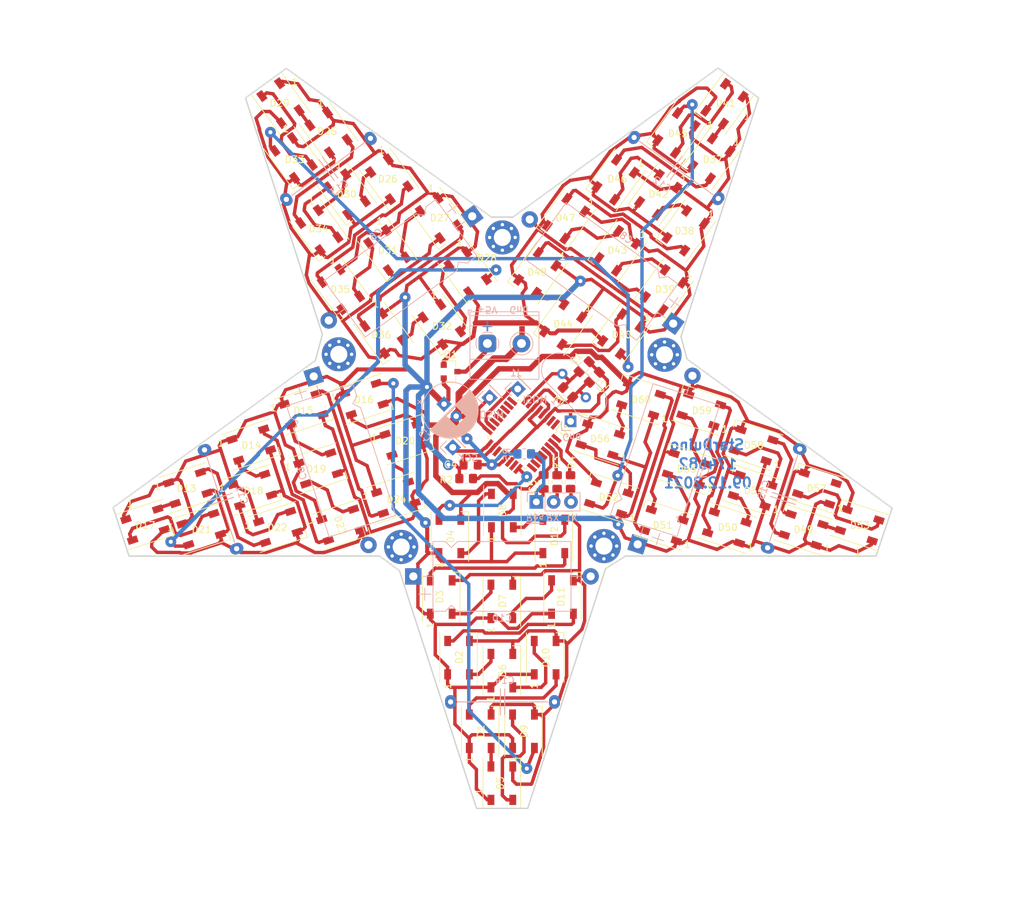
<source format=kicad_pcb>
(kicad_pcb (version 20171130) (host pcbnew "(5.1.8)-1")
  (layers (0 F.Cu signal) (31 B.Cu signal) (34 B.Paste user) (35 F.Paste user) (36 B.SilkS user) (37 F.SilkS user) (38 B.Mask user) (39 F.Mask user) (44 Edge.Cuts user))
  (net 0 "")
  (net 1 GND)
  (net 2 "Net-(C1-Pad1)")
  (net 3 "Net-(C2-Pad1)")
  (net 4 VCC)
  (net 5 "Net-(D1-Pad2)")
  (net 6 "Net-(D1-Pad4)")
  (net 7 "Net-(D2-Pad2)")
  (net 8 "Net-(D3-Pad2)")
  (net 9 "Net-(D4-Pad2)")
  (net 10 "Net-(D5-Pad2)")
  (net 11 "Net-(D11-Pad2)")
  (net 12 "Net-(D12-Pad2)")
  (net 13 "Net-(D13-Pad2)")
  (net 14 "Net-(D14-Pad2)")
  (net 15 "Net-(D15-Pad2)")
  (net 16 "Net-(D16-Pad2)")
  (net 17 "Net-(D17-Pad2)")
  (net 18 "Net-(D18-Pad2)")
  (net 19 "Net-(D19-Pad2)")
  (net 20 "Net-(D20-Pad2)")
  (net 21 "Net-(D21-Pad2)")
  (net 22 "Net-(D25-Pad2)")
  (net 23 "Net-(D26-Pad2)")
  (net 24 "Net-(D27-Pad2)")
  (net 25 "Net-(D28-Pad2)")
  (net 26 "Net-(D29-Pad2)")
  (net 27 "Net-(D30-Pad2)")
  (net 28 "Net-(D31-Pad2)")
  (net 29 "Net-(D32-Pad2)")
  (net 30 "Net-(D33-Pad2)")
  (net 31 "Net-(D37-Pad2)")
  (net 32 "Net-(D38-Pad2)")
  (net 33 "Net-(D39-Pad2)")
  (net 34 "Net-(D40-Pad2)")
  (net 35 "Net-(D41-Pad2)")
  (net 36 "Net-(D42-Pad2)")
  (net 37 "Net-(D43-Pad2)")
  (net 38 "Net-(D44-Pad2)")
  (net 39 "Net-(D45-Pad2)")
  (net 40 "Net-(D49-Pad2)")
  (net 41 "Net-(D50-Pad2)")
  (net 42 "Net-(D51-Pad2)")
  (net 43 "Net-(D52-Pad2)")
  (net 44 "Net-(D53-Pad2)")
  (net 45 "Net-(D54-Pad2)")
  (net 46 "Net-(D55-Pad2)")
  (net 47 "Net-(D56-Pad2)")
  (net 48 "Net-(D57-Pad2)")
  (net 49 "Net-(J1-Pad1)")
  (net 50 "Net-(U1-Pad1)")
  (net 51 "Net-(U1-Pad2)")
  (net 52 "Net-(U1-Pad9)")
  (net 53 "Net-(U1-Pad10)")
  (net 54 "Net-(U1-Pad11)")
  (net 55 "Net-(U1-Pad12)")
  (net 56 "Net-(U1-Pad13)")
  (net 57 "Net-(U1-Pad14)")
  (net 58 "Net-(U1-Pad19)")
  (net 59 "Net-(U1-Pad20)")
  (net 60 "Net-(U1-Pad22)")
  (net 61 "Net-(U1-Pad23)")
  (net 62 "Net-(U1-Pad25)")
  (net 63 "Net-(U1-Pad26)")
  (net 64 "Net-(U1-Pad27)")
  (net 65 "Net-(U1-Pad28)")
  (net 66 "Net-(U1-Pad32)")
  (net 67 "Net-(D10-Pad4)")
  (net 68 "Net-(D13-Pad4)")
  (net 69 "Net-(D25-Pad4)")
  (net 70 "Net-(D37-Pad4)")
  (net 71 "Net-(D49-Pad4)")
  (net 72 "Net-(D4-Pad4)")
  (net 73 "Net-(D11-Pad4)")
  (net 74 "Net-(D12-Pad4)")
  (net 75 "Net-(D14-Pad4)")
  (net 76 "Net-(D15-Pad4)")
  (net 77 "Net-(D16-Pad4)")
  (net 78 "Net-(D26-Pad4)")
  (net 79 "Net-(D27-Pad4)")
  (net 80 "Net-(D38-Pad4)")
  (net 81 "Net-(D39-Pad4)")
  (net 82 "Net-(D50-Pad4)")
  (net 83 "Net-(D51-Pad4)")
  (net 84 /~Reset)
  (net 85 /RX)
  (net 86 /TX)
  (net 87 "Net-(C5-Pad1)")
  (net 88 "Net-(H6-Pad1)")
  (net 89 "Net-(H7-Pad1)")
  (net 90 "Net-(H8-Pad1)")
  (net 91 "Net-(H9-Pad1)")
  (net 92 "Net-(H10-Pad1)")
  (net 93 "Net-(J2-Pad3)")
  (net 94 "Net-(J2-Pad2)")
  (net 95 /MOSI)
  (net 96 /MISO)
  (net 97 /SCK)
  (module Resistor_SMD:R_0805_2012Metric_Pad1.20x1.40mm_HandSolder (layer B.Cu) (at 107.95 97.4725)
    (fp_text reference R5 (at -2.54 0.0635 90) (layer B.SilkS) (effects (justify mirror)))
    (fp_text value 1k)
    (pad 2 smd roundrect (at 1 0) (size 1.2 1.4) (layers B.Cu B.Paste B.Mask) (roundrect_rratio 0.2083325) (net 87 "Net-(C5-Pad1)"))
    (pad 1 smd roundrect (at -1 0) (size 1.2 1.4) (layers B.Cu B.Paste B.Mask) (roundrect_rratio 0.2083325) (net 1 GND))
  )
  (module Capacitor_THT:CP_Axial_L20.0mm_D10.0mm_P26.00mm_Horizontal (layer B.Cu) (at 91.694 115.443)
    (fp_text reference C10 (at 13 6.12) (layer B.SilkS) (effects (justify mirror)))
    (fp_text value 470uF)
    (pad 2 thru_hole oval (at 26 0) (size 2.4 2.4) (drill 1.2) (layers *.Cu *.Mask) (net 1 GND))
    (pad 1 thru_hole rect (at 0 0) (size 2.4 2.4) (drill 1.2) (layers *.Cu *.Mask) (net 4 VCC))
  )
  (module Capacitor_THT:CP_Axial_L20.0mm_D10.0mm_P26.00mm_Horizontal (layer B.Cu) (at 77.089 86.106 288)
    (fp_text reference C9 (at 13 6.12 108) (layer B.SilkS) (effects (justify mirror)))
    (fp_text value 470uF)
    (pad 2 thru_hole oval (at 26 0 288) (size 2.4 2.4) (drill 1.2) (layers *.Cu *.Mask) (net 1 GND))
    (pad 1 thru_hole rect (at 0 0 288) (size 2.4 2.4) (drill 1.2) (layers *.Cu *.Mask) (net 4 VCC))
  )
  (module Capacitor_THT:CP_Axial_L20.0mm_D10.0mm_P26.00mm_Horizontal (layer B.Cu) (at 129.794 78.359 144)
    (fp_text reference C8 (at 13 6.12 144) (layer B.SilkS) (effects (justify mirror)))
    (fp_text value 470uF)
    (pad 2 thru_hole oval (at 26 0 144) (size 2.4 2.4) (drill 1.2) (layers *.Cu *.Mask) (net 1 GND))
    (pad 1 thru_hole rect (at 0 0 144) (size 2.4 2.4) (drill 1.2) (layers *.Cu *.Mask) (net 4 VCC))
  )
  (module Capacitor_THT:CP_Axial_L20.0mm_D10.0mm_P26.00mm_Horizontal (layer B.Cu) (at 124.587 110.744 72)
    (fp_text reference C7 (at 13 6.12 72) (layer B.SilkS) (effects (justify mirror)))
    (fp_text value 470uF)
    (pad 2 thru_hole oval (at 26 0 72) (size 2.4 2.4) (drill 1.2) (layers *.Cu *.Mask) (net 1 GND))
    (pad 1 thru_hole rect (at 0 0 72) (size 2.4 2.4) (drill 1.2) (layers *.Cu *.Mask) (net 4 VCC))
  )
  (module Connector_PinHeader_2.54mm:PinHeader_1x01_P2.54mm_Vertical (layer B.Cu) (at 114.7445 92.71)
    (fp_text reference J3 hide)
    (fp_text value Conn_01x01_Male)
    (pad 1 thru_hole rect (at 0 0) (size 1.7 1.7) (drill 1) (layers *.Cu *.Mask) (net 1 GND))
  )
  (module Capacitor_THT:CP_Axial_L20.0mm_D10.0mm_P26.00mm_Horizontal (layer B.Cu) (at 100.33 62.611 216)
    (fp_text reference C6 (at 13 6.12 216) (layer B.SilkS) (effects (justify mirror)))
    (fp_text value 470uF)
    (pad 2 thru_hole oval (at 26 0 216) (size 2.4 2.4) (drill 1.2) (layers *.Cu *.Mask) (net 1 GND))
    (pad 1 thru_hole rect (at 0 0 216) (size 2.4 2.4) (drill 1.2) (layers *.Cu *.Mask) (net 4 VCC))
  )
  (module Resistor_SMD:R_0805_2012Metric_Pad1.20x1.40mm_HandSolder (layer F.Cu) (at 114.7445 101.6 90)
    (fp_text reference R4 (at 2.8575 0.1905 90) (layer F.SilkS))
    (fp_text value 1k)
    (pad 2 smd roundrect (at 1 0 90) (size 1.2 1.4) (layers F.Cu F.Paste F.Mask) (roundrect_rratio 0.2083325) (net 86 /TX))
    (pad 1 smd roundrect (at -1 0 90) (size 1.2 1.4) (layers F.Cu F.Paste F.Mask) (roundrect_rratio 0.2083325) (net 93 "Net-(J2-Pad3)"))
  )
  (module Resistor_SMD:R_0805_2012Metric_Pad1.20x1.40mm_HandSolder (layer F.Cu) (at 112.776 101.6 90)
    (fp_text reference R3 (at 2.8575 -0.0635 90) (layer F.SilkS))
    (fp_text value 1k)
    (pad 2 smd roundrect (at 1 0 90) (size 1.2 1.4) (layers F.Cu F.Paste F.Mask) (roundrect_rratio 0.2083325) (net 85 /RX))
    (pad 1 smd roundrect (at -1 0 90) (size 1.2 1.4) (layers F.Cu F.Paste F.Mask) (roundrect_rratio 0.2083325) (net 94 "Net-(J2-Pad2)"))
  )
  (module MountingHole:MountingHole_2.5mm_Pad_Via (layer F.Cu) (at 80.772 82.8675)
    (fp_text reference H10 hide)
    (fp_text value MountingHole_Pad)
    (pad 1 thru_hole circle (at 1.325825 -1.325825) (size 0.8 0.8) (drill 0.5) (layers *.Cu *.Mask) (net 92 "Net-(H10-Pad1)"))
    (pad 1 thru_hole circle (at 0 -1.875) (size 0.8 0.8) (drill 0.5) (layers *.Cu *.Mask) (net 92 "Net-(H10-Pad1)"))
    (pad 1 thru_hole circle (at -1.325825 -1.325825) (size 0.8 0.8) (drill 0.5) (layers *.Cu *.Mask) (net 92 "Net-(H10-Pad1)"))
    (pad 1 thru_hole circle (at -1.875 0) (size 0.8 0.8) (drill 0.5) (layers *.Cu *.Mask) (net 92 "Net-(H10-Pad1)"))
    (pad 1 thru_hole circle (at -1.325825 1.325825) (size 0.8 0.8) (drill 0.5) (layers *.Cu *.Mask) (net 92 "Net-(H10-Pad1)"))
    (pad 1 thru_hole circle (at 0 1.875) (size 0.8 0.8) (drill 0.5) (layers *.Cu *.Mask) (net 92 "Net-(H10-Pad1)"))
    (pad 1 thru_hole circle (at 1.325825 1.325825) (size 0.8 0.8) (drill 0.5) (layers *.Cu *.Mask) (net 92 "Net-(H10-Pad1)"))
    (pad 1 thru_hole circle (at 1.875 0) (size 0.8 0.8) (drill 0.5) (layers *.Cu *.Mask) (net 92 "Net-(H10-Pad1)"))
    (pad 1 thru_hole circle (at 0 0) (size 5 5) (drill 2.5) (layers *.Cu *.Mask) (net 92 "Net-(H10-Pad1)"))
  )
  (module MountingHole:MountingHole_2.5mm_Pad_Via (layer F.Cu) (at 104.749945 65.7225)
    (fp_text reference H9 hide)
    (fp_text value MountingHole_Pad)
    (pad 1 thru_hole circle (at 1.325825 -1.325825) (size 0.8 0.8) (drill 0.5) (layers *.Cu *.Mask) (net 91 "Net-(H9-Pad1)"))
    (pad 1 thru_hole circle (at 0 -1.875) (size 0.8 0.8) (drill 0.5) (layers *.Cu *.Mask) (net 91 "Net-(H9-Pad1)"))
    (pad 1 thru_hole circle (at -1.325825 -1.325825) (size 0.8 0.8) (drill 0.5) (layers *.Cu *.Mask) (net 91 "Net-(H9-Pad1)"))
    (pad 1 thru_hole circle (at -1.875 0) (size 0.8 0.8) (drill 0.5) (layers *.Cu *.Mask) (net 91 "Net-(H9-Pad1)"))
    (pad 1 thru_hole circle (at -1.325825 1.325825) (size 0.8 0.8) (drill 0.5) (layers *.Cu *.Mask) (net 91 "Net-(H9-Pad1)"))
    (pad 1 thru_hole circle (at 0 1.875) (size 0.8 0.8) (drill 0.5) (layers *.Cu *.Mask) (net 91 "Net-(H9-Pad1)"))
    (pad 1 thru_hole circle (at 1.325825 1.325825) (size 0.8 0.8) (drill 0.5) (layers *.Cu *.Mask) (net 91 "Net-(H9-Pad1)"))
    (pad 1 thru_hole circle (at 1.875 0) (size 0.8 0.8) (drill 0.5) (layers *.Cu *.Mask) (net 91 "Net-(H9-Pad1)"))
    (pad 1 thru_hole circle (at 0 0) (size 5 5) (drill 2.5) (layers *.Cu *.Mask) (net 91 "Net-(H9-Pad1)"))
  )
  (module MountingHole:MountingHole_2.5mm_Pad_Via (layer F.Cu) (at 89.916 111.125)
    (fp_text reference H8 hide)
    (fp_text value MountingHole_Pad)
    (pad 1 thru_hole circle (at 1.325825 -1.325825) (size 0.8 0.8) (drill 0.5) (layers *.Cu *.Mask) (net 90 "Net-(H8-Pad1)"))
    (pad 1 thru_hole circle (at 0 -1.875) (size 0.8 0.8) (drill 0.5) (layers *.Cu *.Mask) (net 90 "Net-(H8-Pad1)"))
    (pad 1 thru_hole circle (at -1.325825 -1.325825) (size 0.8 0.8) (drill 0.5) (layers *.Cu *.Mask) (net 90 "Net-(H8-Pad1)"))
    (pad 1 thru_hole circle (at -1.875 0) (size 0.8 0.8) (drill 0.5) (layers *.Cu *.Mask) (net 90 "Net-(H8-Pad1)"))
    (pad 1 thru_hole circle (at -1.325825 1.325825) (size 0.8 0.8) (drill 0.5) (layers *.Cu *.Mask) (net 90 "Net-(H8-Pad1)"))
    (pad 1 thru_hole circle (at 0 1.875) (size 0.8 0.8) (drill 0.5) (layers *.Cu *.Mask) (net 90 "Net-(H8-Pad1)"))
    (pad 1 thru_hole circle (at 1.325825 1.325825) (size 0.8 0.8) (drill 0.5) (layers *.Cu *.Mask) (net 90 "Net-(H8-Pad1)"))
    (pad 1 thru_hole circle (at 1.875 0) (size 0.8 0.8) (drill 0.5) (layers *.Cu *.Mask) (net 90 "Net-(H8-Pad1)"))
    (pad 1 thru_hole circle (at 0 0) (size 5 5) (drill 2.5) (layers *.Cu *.Mask) (net 90 "Net-(H8-Pad1)"))
  )
  (module MountingHole:MountingHole_2.5mm_Pad_Via (layer F.Cu) (at 119.634 110.998)
    (fp_text reference H7 hide)
    (fp_text value MountingHole_Pad)
    (pad 1 thru_hole circle (at 1.325825 -1.325825) (size 0.8 0.8) (drill 0.5) (layers *.Cu *.Mask) (net 89 "Net-(H7-Pad1)"))
    (pad 1 thru_hole circle (at 0 -1.875) (size 0.8 0.8) (drill 0.5) (layers *.Cu *.Mask) (net 89 "Net-(H7-Pad1)"))
    (pad 1 thru_hole circle (at -1.325825 -1.325825) (size 0.8 0.8) (drill 0.5) (layers *.Cu *.Mask) (net 89 "Net-(H7-Pad1)"))
    (pad 1 thru_hole circle (at -1.875 0) (size 0.8 0.8) (drill 0.5) (layers *.Cu *.Mask) (net 89 "Net-(H7-Pad1)"))
    (pad 1 thru_hole circle (at -1.325825 1.325825) (size 0.8 0.8) (drill 0.5) (layers *.Cu *.Mask) (net 89 "Net-(H7-Pad1)"))
    (pad 1 thru_hole circle (at 0 1.875) (size 0.8 0.8) (drill 0.5) (layers *.Cu *.Mask) (net 89 "Net-(H7-Pad1)"))
    (pad 1 thru_hole circle (at 1.325825 1.325825) (size 0.8 0.8) (drill 0.5) (layers *.Cu *.Mask) (net 89 "Net-(H7-Pad1)"))
    (pad 1 thru_hole circle (at 1.875 0) (size 0.8 0.8) (drill 0.5) (layers *.Cu *.Mask) (net 89 "Net-(H7-Pad1)"))
    (pad 1 thru_hole circle (at 0 0) (size 5 5) (drill 2.5) (layers *.Cu *.Mask) (net 89 "Net-(H7-Pad1)"))
  )
  (module MountingHole:MountingHole_2.5mm_Pad_Via (layer F.Cu) (at 128.524 82.931)
    (fp_text reference H6 hide)
    (fp_text value MountingHole_Pad)
    (pad 1 thru_hole circle (at 1.325825 -1.325825) (size 0.8 0.8) (drill 0.5) (layers *.Cu *.Mask) (net 88 "Net-(H6-Pad1)"))
    (pad 1 thru_hole circle (at 0 -1.875) (size 0.8 0.8) (drill 0.5) (layers *.Cu *.Mask) (net 88 "Net-(H6-Pad1)"))
    (pad 1 thru_hole circle (at -1.325825 -1.325825) (size 0.8 0.8) (drill 0.5) (layers *.Cu *.Mask) (net 88 "Net-(H6-Pad1)"))
    (pad 1 thru_hole circle (at -1.875 0) (size 0.8 0.8) (drill 0.5) (layers *.Cu *.Mask) (net 88 "Net-(H6-Pad1)"))
    (pad 1 thru_hole circle (at -1.325825 1.325825) (size 0.8 0.8) (drill 0.5) (layers *.Cu *.Mask) (net 88 "Net-(H6-Pad1)"))
    (pad 1 thru_hole circle (at 0 1.875) (size 0.8 0.8) (drill 0.5) (layers *.Cu *.Mask) (net 88 "Net-(H6-Pad1)"))
    (pad 1 thru_hole circle (at 1.325825 1.325825) (size 0.8 0.8) (drill 0.5) (layers *.Cu *.Mask) (net 88 "Net-(H6-Pad1)"))
    (pad 1 thru_hole circle (at 1.875 0) (size 0.8 0.8) (drill 0.5) (layers *.Cu *.Mask) (net 88 "Net-(H6-Pad1)"))
    (pad 1 thru_hole circle (at 0 0) (size 5 5) (drill 2.5) (layers *.Cu *.Mask) (net 88 "Net-(H6-Pad1)"))
  )
  (module Capacitor_SMD:C_0805_2012Metric_Pad1.18x1.45mm_HandSolder (layer F.Cu) (at 110.8075 101.6 90)
    (fp_text reference C5 (at -0.635 -1.5875 90) (layer F.SilkS))
    (fp_text value 0.1uF)
    (pad 2 smd roundrect (at 1.0375 0 90) (size 1.175 1.45) (layers F.Cu F.Paste F.Mask) (roundrect_rratio 0.2127659574468085) (net 84 /~Reset))
    (pad 1 smd roundrect (at -1.0375 0 90) (size 1.175 1.45) (layers F.Cu F.Paste F.Mask) (roundrect_rratio 0.2127659574468085) (net 87 "Net-(C5-Pad1)"))
  )
  (module Connector_PinHeader_2.54mm:PinHeader_1x03_P2.54mm_Vertical (layer B.Cu) (at 109.728 104.521 270)
    (fp_text reference J2 hide)
    (fp_text value Conn_01x03_Male)
    (pad 3 thru_hole oval (at 0 -5.079999 270) (size 2 2) (drill 1) (layers *.Cu *.Mask) (net 93 "Net-(J2-Pad3)"))
    (pad 2 thru_hole oval (at 0 -2.54 270) (size 2 2) (drill 1) (layers *.Cu *.Mask) (net 94 "Net-(J2-Pad2)"))
    (pad 1 thru_hole rect (at 0 0 270) (size 2 2) (drill 1) (layers *.Cu *.Mask) (net 87 "Net-(C5-Pad1)"))
  )
  (module Resistor_SMD:R_0805_2012Metric_Pad1.20x1.40mm_HandSolder (layer F.Cu) (at 114.354893 88.446893 135)
    (fp_text reference R1 (at 0 -1.65 135) (layer F.SilkS))
    (fp_text value 1M)
    (pad 2 smd roundrect (at 1 0 135) (size 1.2 1.4) (layers F.Cu F.Paste F.Mask) (roundrect_rratio 0.2083325) (net 2 "Net-(C1-Pad1)"))
    (pad 1 smd roundrect (at -1 0 135) (size 1.2 1.4) (layers F.Cu F.Paste F.Mask) (roundrect_rratio 0.2083325) (net 3 "Net-(C2-Pad1)"))
  )
  (module Capacitor_SMD:C_0805_2012Metric_Pad1.18x1.45mm_HandSolder (layer F.Cu) (at 100.0975 99.06 180)
    (fp_text reference C4 (at 2.9425 0) (layer F.SilkS))
    (fp_text value 0.1uF)
    (pad 2 smd roundrect (at 1.0375 0 180) (size 1.175 1.45) (layers F.Cu F.Paste F.Mask) (roundrect_rratio 0.2127659574468085) (net 4 VCC))
    (pad 1 smd roundrect (at -1.0375 0 180) (size 1.175 1.45) (layers F.Cu F.Paste F.Mask) (roundrect_rratio 0.2127659574468085) (net 1 GND))
  )
  (module LED_SMD:LED_WS2812B_PLCC4_5.0x5.0mm_P3.2mm (layer F.Cu) (at 81.921244 59.382847 306)
    (fp_text reference D30 (at -0.012041 -0.00103) (layer F.SilkS))
    (fp_text value WS2812B)
    (fp_text user 1 (at -4.15 -1.6) (layer F.SilkS))
    (pad 3 smd rect (at 2.45 1.6 306) (size 1.5 1) (layers F.Cu F.Paste F.Mask) (net 1 GND))
    (pad 4 smd rect (at 2.45 -1.6 306) (size 1.5 1) (layers F.Cu F.Paste F.Mask) (net 23 "Net-(D26-Pad2)"))
    (pad 2 smd rect (at -2.45 1.6 306) (size 1.5 1) (layers F.Cu F.Paste F.Mask) (net 27 "Net-(D30-Pad2)"))
    (pad 1 smd rect (at -2.45 -1.6 306) (size 1.5 1) (layers F.Cu F.Paste F.Mask) (net 4 VCC))
  )
  (module Capacitor_SMD:C_0805_2012Metric_Pad1.18x1.45mm_HandSolder (layer F.Cu) (at 116.741377 84.680623 45)
    (fp_text reference C1 (at 0 -1.68 45) (layer F.SilkS))
    (fp_text value 20pF)
    (pad 2 smd roundrect (at 1.0375 0 45) (size 1.175 1.45) (layers F.Cu F.Paste F.Mask) (roundrect_rratio 0.2127659574468085) (net 1 GND))
    (pad 1 smd roundrect (at -1.0375 0 45) (size 1.175 1.45) (layers F.Cu F.Paste F.Mask) (roundrect_rratio 0.2127659574468085) (net 2 "Net-(C1-Pad1)"))
  )
  (module Capacitor_SMD:C_0805_2012Metric_Pad1.18x1.45mm_HandSolder (layer F.Cu) (at 118.237 86.233 45)
    (fp_text reference C2 (at -0.108894 1.85262 45) (layer F.SilkS))
    (fp_text value 20pF)
    (pad 1 smd roundrect (at -1.0375 0 45) (size 1.175 1.45) (layers F.Cu F.Paste F.Mask) (roundrect_rratio 0.2127659574468085) (net 3 "Net-(C2-Pad1)"))
    (pad 2 smd roundrect (at 1.0375 0 45) (size 1.175 1.45) (layers F.Cu F.Paste F.Mask) (roundrect_rratio 0.2127659574468085) (net 1 GND))
  )
  (module Capacitor_THT:CP_Radial_D8.0mm_P2.50mm (layer B.Cu) (at 96.2025 90.17 315)
    (fp_text reference C3 (at 1.25 5.25 135) (layer B.SilkS) (effects (justify mirror)))
    (fp_text value 470uF)
    (pad 1 thru_hole rect (at 0 0 315) (size 1.6 1.6) (drill 0.8) (layers *.Cu *.Mask) (net 4 VCC))
    (pad 2 thru_hole circle (at 2.5 0 315) (size 1.6 1.6) (drill 0.8) (layers *.Cu *.Mask) (net 1 GND))
  )
  (module TerminalBlock_Phoenix:TerminalBlock_Phoenix_MKDS-1,5-2_1x02_P5.00mm_Horizontal (layer B.Cu) (at 102.5525 81.28)
    (fp_text reference J1 (at 4.191 4.318) (layer B.SilkS) (effects (justify mirror)))
    (fp_text value Screw_Terminal_01x02)
    (pad 1 thru_hole roundrect (at 0 0) (size 2.6 2.6) (drill 1.3) (layers *.Cu *.Mask) (net 49 "Net-(J1-Pad1)"))
    (pad 2 thru_hole circle (at 5 0) (size 2.6 2.6) (drill 1.3) (layers *.Cu *.Mask) (net 1 GND))
  )
  (module Package_TO_SOT_SMD:SOT-23 (layer F.Cu) (at 97.155 85.4075)
    (fp_text reference Q1 (at 0 -2.5) (layer F.SilkS))
    (fp_text value IRLML6401)
    (pad 1 smd rect (at -1 -0.95) (size 0.9 0.8) (layers F.Cu F.Paste F.Mask) (net 1 GND))
    (pad 2 smd rect (at -1 0.95) (size 0.9 0.8) (layers F.Cu F.Paste F.Mask) (net 4 VCC))
    (pad 3 smd rect (at 1 0) (size 0.9 0.8) (layers F.Cu F.Paste F.Mask) (net 49 "Net-(J1-Pad1)"))
  )
  (module Package_QFP:TQFP-32_7x7mm_P0.8mm (layer F.Cu) (at 107.6325 94.615 230)
    (fp_text reference U1 (at -4.587314 -4.541292 50) (layer F.SilkS))
    (fp_text value ATmega328P-AU)
    (pad 1 smd rect (at -4.25 -2.8 230) (size 1.6 0.55) (layers F.Cu F.Paste F.Mask) (net 50 "Net-(U1-Pad1)"))
    (pad 2 smd rect (at -4.25 -2 230) (size 1.6 0.55) (layers F.Cu F.Paste F.Mask) (net 51 "Net-(U1-Pad2)"))
    (pad 3 smd rect (at -4.25 -1.2 230) (size 1.6 0.55) (layers F.Cu F.Paste F.Mask) (net 1 GND))
    (pad 4 smd rect (at -4.25 -0.4 230) (size 1.6 0.55) (layers F.Cu F.Paste F.Mask) (net 4 VCC))
    (pad 5 smd rect (at -4.25 0.4 230) (size 1.6 0.55) (layers F.Cu F.Paste F.Mask) (net 1 GND))
    (pad 6 smd rect (at -4.25 1.2 230) (size 1.6 0.55) (layers F.Cu F.Paste F.Mask) (net 4 VCC))
    (pad 7 smd rect (at -4.25 2 230) (size 1.6 0.55) (layers F.Cu F.Paste F.Mask) (net 3 "Net-(C2-Pad1)"))
    (pad 8 smd rect (at -4.25 2.8 230) (size 1.6 0.55) (layers F.Cu F.Paste F.Mask) (net 2 "Net-(C1-Pad1)"))
    (pad 9 smd rect (at -2.8 4.25 320) (size 1.6 0.55) (layers F.Cu F.Paste F.Mask) (net 52 "Net-(U1-Pad9)"))
    (pad 10 smd rect (at -2 4.25 320) (size 1.6 0.55) (layers F.Cu F.Paste F.Mask) (net 53 "Net-(U1-Pad10)"))
    (pad 11 smd rect (at -1.2 4.25 320) (size 1.6 0.55) (layers F.Cu F.Paste F.Mask) (net 54 "Net-(U1-Pad11)"))
    (pad 12 smd rect (at -0.4 4.25 320) (size 1.6 0.55) (layers F.Cu F.Paste F.Mask) (net 55 "Net-(U1-Pad12)"))
    (pad 13 smd rect (at 0.4 4.25 320) (size 1.6 0.55) (layers F.Cu F.Paste F.Mask) (net 56 "Net-(U1-Pad13)"))
    (pad 14 smd rect (at 1.2 4.25 320) (size 1.6 0.55) (layers F.Cu F.Paste F.Mask) (net 57 "Net-(U1-Pad14)"))
    (pad 15 smd rect (at 2 4.25 320) (size 1.6 0.55) (layers F.Cu F.Paste F.Mask) (net 95 /MOSI))
    (pad 16 smd rect (at 2.8 4.25 320) (size 1.6 0.55) (layers F.Cu F.Paste F.Mask) (net 96 /MISO))
    (pad 17 smd rect (at 4.25 2.8 230) (size 1.6 0.55) (layers F.Cu F.Paste F.Mask) (net 97 /SCK))
    (pad 18 smd rect (at 4.25 2 230) (size 1.6 0.55) (layers F.Cu F.Paste F.Mask) (net 4 VCC))
    (pad 19 smd rect (at 4.25 1.2 230) (size 1.6 0.55) (layers F.Cu F.Paste F.Mask) (net 58 "Net-(U1-Pad19)"))
    (pad 20 smd rect (at 4.25 0.4 230) (size 1.6 0.55) (layers F.Cu F.Paste F.Mask) (net 59 "Net-(U1-Pad20)"))
    (pad 21 smd rect (at 4.25 -0.4 230) (size 1.6 0.55) (layers F.Cu F.Paste F.Mask) (net 1 GND))
    (pad 22 smd rect (at 4.25 -1.2 230) (size 1.6 0.55) (layers F.Cu F.Paste F.Mask) (net 60 "Net-(U1-Pad22)"))
    (pad 23 smd rect (at 4.25 -2 230) (size 1.6 0.55) (layers F.Cu F.Paste F.Mask) (net 61 "Net-(U1-Pad23)"))
    (pad 24 smd rect (at 4.25 -2.8 230) (size 1.6 0.55) (layers F.Cu F.Paste F.Mask) (net 72 "Net-(D4-Pad4)"))
    (pad 25 smd rect (at 2.8 -4.25 320) (size 1.6 0.55) (layers F.Cu F.Paste F.Mask) (net 62 "Net-(U1-Pad25)"))
    (pad 26 smd rect (at 2 -4.25 320) (size 1.6 0.55) (layers F.Cu F.Paste F.Mask) (net 63 "Net-(U1-Pad26)"))
    (pad 27 smd rect (at 1.2 -4.25 320) (size 1.6 0.55) (layers F.Cu F.Paste F.Mask) (net 64 "Net-(U1-Pad27)"))
    (pad 28 smd rect (at 0.4 -4.25 320) (size 1.6 0.55) (layers F.Cu F.Paste F.Mask) (net 65 "Net-(U1-Pad28)"))
    (pad 29 smd rect (at -0.4 -4.25 320) (size 1.6 0.55) (layers F.Cu F.Paste F.Mask) (net 84 /~Reset))
    (pad 30 smd rect (at -1.2 -4.25 320) (size 1.6 0.55) (layers F.Cu F.Paste F.Mask) (net 85 /RX))
    (pad 31 smd rect (at -2 -4.25 320) (size 1.6 0.55) (layers F.Cu F.Paste F.Mask) (net 86 /TX))
    (pad 32 smd rect (at -2.8 -4.25 320) (size 1.6 0.55) (layers F.Cu F.Paste F.Mask) (net 66 "Net-(U1-Pad32)"))
  )
  (module LED_SMD:LED_WS2812B_PLCC4_5.0x5.0mm_P3.2mm (layer F.Cu) (at 101.498744 138.160047 90)
    (fp_text reference D1 (at 0 0.101256 90) (layer F.SilkS))
    (fp_text value WS2812B)
    (fp_text user 1 (at -4.15 -1.6 90) (layer F.SilkS))
    (pad 1 smd rect (at -2.45 -1.6 90) (size 1.5 1) (layers F.Cu F.Paste F.Mask) (net 4 VCC))
    (pad 2 smd rect (at -2.45 1.6 90) (size 1.5 1) (layers F.Cu F.Paste F.Mask) (net 5 "Net-(D1-Pad2)"))
    (pad 4 smd rect (at 2.45 -1.6 90) (size 1.5 1) (layers F.Cu F.Paste F.Mask) (net 6 "Net-(D1-Pad4)"))
    (pad 3 smd rect (at 2.45 1.6 90) (size 1.5 1) (layers F.Cu F.Paste F.Mask) (net 1 GND))
  )
  (module LED_SMD:LED_WS2812B_PLCC4_5.0x5.0mm_P3.2mm (layer F.Cu) (at 98.323744 127.365046 90)
    (fp_text reference D2 (at 0.047546 0.101256 90) (layer F.SilkS))
    (fp_text value WS2812B)
    (fp_text user 1 (at -4.15 -1.6 90) (layer F.SilkS))
    (pad 3 smd rect (at 2.45 1.6 90) (size 1.5 1) (layers F.Cu F.Paste F.Mask) (net 1 GND))
    (pad 4 smd rect (at 2.45 -1.6 90) (size 1.5 1) (layers F.Cu F.Paste F.Mask) (net 11 "Net-(D11-Pad2)"))
    (pad 2 smd rect (at -2.45 1.6 90) (size 1.5 1) (layers F.Cu F.Paste F.Mask) (net 7 "Net-(D2-Pad2)"))
    (pad 1 smd rect (at -2.45 -1.6 90) (size 1.5 1) (layers F.Cu F.Paste F.Mask) (net 4 VCC))
  )
  (module LED_SMD:LED_WS2812B_PLCC4_5.0x5.0mm_P3.2mm (layer F.Cu) (at 95.783745 118.475046 90)
    (fp_text reference D3 (at 0.047546 -0.216245 90) (layer F.SilkS))
    (fp_text value WS2812B)
    (fp_text user 1 (at -4.15 -1.6 90) (layer F.SilkS))
    (pad 1 smd rect (at -2.45 -1.6 90) (size 1.5 1) (layers F.Cu F.Paste F.Mask) (net 4 VCC))
    (pad 2 smd rect (at -2.45 1.6 90) (size 1.5 1) (layers F.Cu F.Paste F.Mask) (net 8 "Net-(D3-Pad2)"))
    (pad 4 smd rect (at 2.45 -1.6 90) (size 1.5 1) (layers F.Cu F.Paste F.Mask) (net 12 "Net-(D12-Pad2)"))
    (pad 3 smd rect (at 2.45 1.6 90) (size 1.5 1) (layers F.Cu F.Paste F.Mask) (net 1 GND))
  )
  (module LED_SMD:LED_WS2812B_PLCC4_5.0x5.0mm_P3.2mm (layer F.Cu) (at 97.053744 109.585047 90)
    (fp_text reference D4 (at 0 0.101256 90) (layer F.SilkS))
    (fp_text value WS2812B)
    (fp_text user 1 (at -4.15 -1.6 90) (layer F.SilkS))
    (pad 3 smd rect (at 2.45 1.6 90) (size 1.5 1) (layers F.Cu F.Paste F.Mask) (net 1 GND))
    (pad 4 smd rect (at 2.45 -1.6 90) (size 1.5 1) (layers F.Cu F.Paste F.Mask) (net 72 "Net-(D4-Pad4)"))
    (pad 2 smd rect (at -2.45 1.6 90) (size 1.5 1) (layers F.Cu F.Paste F.Mask) (net 9 "Net-(D4-Pad2)"))
    (pad 1 smd rect (at -2.45 -1.6 90) (size 1.5 1) (layers F.Cu F.Paste F.Mask) (net 4 VCC))
  )
  (module LED_SMD:LED_WS2812B_PLCC4_5.0x5.0mm_P3.2mm (layer F.Cu) (at 104.673743 145.780046 90)
    (fp_text reference D5 (at 0 -0.216243 90) (layer F.SilkS))
    (fp_text value WS2812B)
    (fp_text user 1 (at -1.222454 -3.391243 90) (layer F.SilkS))
    (pad 3 smd rect (at 2.45 1.6 90) (size 1.5 1) (layers F.Cu F.Paste F.Mask) (net 1 GND))
    (pad 4 smd rect (at 2.45 -1.6 90) (size 1.5 1) (layers F.Cu F.Paste F.Mask) (net 5 "Net-(D1-Pad2)"))
    (pad 2 smd rect (at -2.45 1.6 90) (size 1.5 1) (layers F.Cu F.Paste F.Mask) (net 10 "Net-(D5-Pad2)"))
    (pad 1 smd rect (at -2.45 -1.6 90) (size 1.5 1) (layers F.Cu F.Paste F.Mask) (net 4 VCC))
  )
  (module LED_SMD:LED_WS2812B_PLCC4_5.0x5.0mm_P3.2mm (layer F.Cu) (at 104.673745 129.270046 90)
    (fp_text reference D6 (at 0 0.101255 90) (layer F.SilkS))
    (fp_text value WS2812B)
    (fp_text user 1 (at -4.15 -1.6 90) (layer F.SilkS))
    (pad 1 smd rect (at -2.45 -1.6 90) (size 1.5 1) (layers F.Cu F.Paste F.Mask) (net 4 VCC))
    (pad 2 smd rect (at -2.45 1.6 90) (size 1.5 1) (layers F.Cu F.Paste F.Mask) (net 67 "Net-(D10-Pad4)"))
    (pad 4 smd rect (at 2.45 -1.6 90) (size 1.5 1) (layers F.Cu F.Paste F.Mask) (net 7 "Net-(D2-Pad2)"))
    (pad 3 smd rect (at 2.45 1.6 90) (size 1.5 1) (layers F.Cu F.Paste F.Mask) (net 1 GND))
  )
  (module LED_SMD:LED_WS2812B_PLCC4_5.0x5.0mm_P3.2mm (layer F.Cu) (at 104.673743 119.110046 90)
    (fp_text reference D7 (at 0.047546 0.101257 90) (layer F.SilkS))
    (fp_text value WS2812B)
    (fp_text user 1 (at -4.15 -1.6 90) (layer F.SilkS))
    (pad 3 smd rect (at 2.45 1.6 90) (size 1.5 1) (layers F.Cu F.Paste F.Mask) (net 1 GND))
    (pad 4 smd rect (at 2.45 -1.6 90) (size 1.5 1) (layers F.Cu F.Paste F.Mask) (net 8 "Net-(D3-Pad2)"))
    (pad 2 smd rect (at -2.45 1.6 90) (size 1.5 1) (layers F.Cu F.Paste F.Mask) (net 73 "Net-(D11-Pad4)"))
    (pad 1 smd rect (at -2.45 -1.6 90) (size 1.5 1) (layers F.Cu F.Paste F.Mask) (net 4 VCC))
  )
  (module LED_SMD:LED_WS2812B_PLCC4_5.0x5.0mm_P3.2mm (layer F.Cu) (at 104.749944 105.787747 90)
    (fp_text reference D8 (at 0 0.025056 90) (layer F.SilkS))
    (fp_text value WS2812B)
    (fp_text user 1 (at -4.15 -1.6 90) (layer F.SilkS))
    (pad 1 smd rect (at -2.45 -1.6 90) (size 1.5 1) (layers F.Cu F.Paste F.Mask) (net 4 VCC))
    (pad 2 smd rect (at -2.45 1.6 90) (size 1.5 1) (layers F.Cu F.Paste F.Mask) (net 74 "Net-(D12-Pad4)"))
    (pad 4 smd rect (at 2.45 -1.6 90) (size 1.5 1) (layers F.Cu F.Paste F.Mask) (net 9 "Net-(D4-Pad2)"))
    (pad 3 smd rect (at 2.45 1.6 90) (size 1.5 1) (layers F.Cu F.Paste F.Mask) (net 1 GND))
  )
  (module LED_SMD:LED_WS2812B_PLCC4_5.0x5.0mm_P3.2mm (layer F.Cu) (at 107.848744 138.160046 90)
    (fp_text reference D9 (at 0 0.101256 90) (layer F.SilkS))
    (fp_text value WS2812B)
    (fp_text user 1 (at -4.15 -1.6 90) (layer F.SilkS))
    (pad 1 smd rect (at -2.45 -1.6 90) (size 1.5 1) (layers F.Cu F.Paste F.Mask) (net 4 VCC))
    (pad 2 smd rect (at -2.45 1.6 90) (size 1.5 1) (layers F.Cu F.Paste F.Mask) (net 77 "Net-(D16-Pad4)"))
    (pad 4 smd rect (at 2.45 -1.6 90) (size 1.5 1) (layers F.Cu F.Paste F.Mask) (net 10 "Net-(D5-Pad2)"))
    (pad 3 smd rect (at 2.45 1.6 90) (size 1.5 1) (layers F.Cu F.Paste F.Mask) (net 1 GND))
  )
  (module LED_SMD:LED_WS2812B_PLCC4_5.0x5.0mm_P3.2mm (layer F.Cu) (at 111.023745 127.365046 90)
    (fp_text reference D10 (at 0 0.101255 90) (layer F.SilkS))
    (fp_text value WS2812B)
    (fp_text user 1 (at -4.15 -1.6 90) (layer F.SilkS))
    (pad 3 smd rect (at 2.45 1.6 90) (size 1.5 1) (layers F.Cu F.Paste F.Mask) (net 1 GND))
    (pad 4 smd rect (at 2.45 -1.6 90) (size 1.5 1) (layers F.Cu F.Paste F.Mask) (net 67 "Net-(D10-Pad4)"))
    (pad 2 smd rect (at -2.45 1.6 90) (size 1.5 1) (layers F.Cu F.Paste F.Mask) (net 6 "Net-(D1-Pad4)"))
    (pad 1 smd rect (at -2.45 -1.6 90) (size 1.5 1) (layers F.Cu F.Paste F.Mask) (net 4 VCC))
  )
  (module LED_SMD:LED_WS2812B_PLCC4_5.0x5.0mm_P3.2mm (layer F.Cu) (at 113.563744 118.475046 90)
    (fp_text reference D11 (at 0.047546 -0.216244 90) (layer F.SilkS))
    (fp_text value WS2812B)
    (fp_text user 1 (at -4.15 -1.6 90) (layer F.SilkS))
    (pad 1 smd rect (at -2.45 -1.6 90) (size 1.5 1) (layers F.Cu F.Paste F.Mask) (net 4 VCC))
    (pad 2 smd rect (at -2.45 1.6 90) (size 1.5 1) (layers F.Cu F.Paste F.Mask) (net 11 "Net-(D11-Pad2)"))
    (pad 4 smd rect (at 2.45 -1.6 90) (size 1.5 1) (layers F.Cu F.Paste F.Mask) (net 73 "Net-(D11-Pad4)"))
    (pad 3 smd rect (at 2.45 1.6 90) (size 1.5 1) (layers F.Cu F.Paste F.Mask) (net 1 GND))
  )
  (module LED_SMD:LED_WS2812B_PLCC4_5.0x5.0mm_P3.2mm (layer F.Cu) (at 112.293744 109.585046 90)
    (fp_text reference D12 (at 0.047546 0.101256 90) (layer F.SilkS))
    (fp_text value WS2812B)
    (fp_text user 1 (at -4.15 -1.6 90) (layer F.SilkS))
    (pad 3 smd rect (at 2.45 1.6 90) (size 1.5 1) (layers F.Cu F.Paste F.Mask) (net 1 GND))
    (pad 4 smd rect (at 2.45 -1.6 90) (size 1.5 1) (layers F.Cu F.Paste F.Mask) (net 74 "Net-(D12-Pad4)"))
    (pad 2 smd rect (at -2.45 1.6 90) (size 1.5 1) (layers F.Cu F.Paste F.Mask) (net 12 "Net-(D12-Pad2)"))
    (pad 1 smd rect (at -2.45 -1.6 90) (size 1.5 1) (layers F.Cu F.Paste F.Mask) (net 4 VCC))
  )
  (module LED_SMD:LED_WS2812B_PLCC4_5.0x5.0mm_P3.2mm (layer F.Cu) (at 58.638143 102.473847 18)
    (fp_text reference D13 (at -0.231771 0.007394) (layer F.SilkS))
    (fp_text value WS2812B)
    (fp_text user 1 (at -4.15 -1.6) (layer F.SilkS))
    (pad 3 smd rect (at 2.45 1.6 18) (size 1.5 1) (layers F.Cu F.Paste F.Mask) (net 1 GND))
    (pad 4 smd rect (at 2.45 -1.6 18) (size 1.5 1) (layers F.Cu F.Paste F.Mask) (net 68 "Net-(D13-Pad4)"))
    (pad 2 smd rect (at -2.45 1.6 18) (size 1.5 1) (layers F.Cu F.Paste F.Mask) (net 13 "Net-(D13-Pad2)"))
    (pad 1 smd rect (at -2.45 -1.6 18) (size 1.5 1) (layers F.Cu F.Paste F.Mask) (net 4 VCC))
  )
  (module LED_SMD:LED_WS2812B_PLCC4_5.0x5.0mm_P3.2mm (layer F.Cu) (at 67.928144 96.113846 18)
    (fp_text reference D14 (at -0.011365 0.089524) (layer F.SilkS))
    (fp_text value WS2812B)
    (fp_text user 1 (at -4.15 -1.6) (layer F.SilkS))
    (pad 1 smd rect (at -2.45 -1.6 18) (size 1.5 1) (layers F.Cu F.Paste F.Mask) (net 4 VCC))
    (pad 2 smd rect (at -2.45 1.6 18) (size 1.5 1) (layers F.Cu F.Paste F.Mask) (net 14 "Net-(D14-Pad2)"))
    (pad 4 smd rect (at 2.45 -1.6 18) (size 1.5 1) (layers F.Cu F.Paste F.Mask) (net 75 "Net-(D14-Pad4)"))
    (pad 3 smd rect (at 2.45 1.6 18) (size 1.5 1) (layers F.Cu F.Paste F.Mask) (net 1 GND))
  )
  (module LED_SMD:LED_WS2812B_PLCC4_5.0x5.0mm_P3.2mm (layer F.Cu) (at 75.598143 90.953847 18)
    (fp_text reference D15 (at -0.083638 0.150157) (layer F.SilkS))
    (fp_text value WS2812B)
    (fp_text user 1 (at -4.15 -1.6) (layer F.SilkS))
    (pad 3 smd rect (at 2.45 1.6 18) (size 1.5 1) (layers F.Cu F.Paste F.Mask) (net 1 GND))
    (pad 4 smd rect (at 2.45 -1.6 18) (size 1.5 1) (layers F.Cu F.Paste F.Mask) (net 76 "Net-(D15-Pad4)"))
    (pad 2 smd rect (at -2.45 1.6 18) (size 1.5 1) (layers F.Cu F.Paste F.Mask) (net 15 "Net-(D15-Pad2)"))
    (pad 1 smd rect (at -2.45 -1.6 18) (size 1.5 1) (layers F.Cu F.Paste F.Mask) (net 4 VCC))
  )
  (module LED_SMD:LED_WS2812B_PLCC4_5.0x5.0mm_P3.2mm (layer F.Cu) (at 84.438143 89.413846 18)
    (fp_text reference D16 (at -0.021407 0.120433) (layer F.SilkS))
    (fp_text value WS2812B)
    (fp_text user 1 (at -4.15 -1.6) (layer F.SilkS))
    (pad 1 smd rect (at -2.45 -1.6 18) (size 1.5 1) (layers F.Cu F.Paste F.Mask) (net 4 VCC))
    (pad 2 smd rect (at -2.45 1.6 18) (size 1.5 1) (layers F.Cu F.Paste F.Mask) (net 16 "Net-(D16-Pad2)"))
    (pad 4 smd rect (at 2.45 -1.6 18) (size 1.5 1) (layers F.Cu F.Paste F.Mask) (net 77 "Net-(D16-Pad4)"))
    (pad 3 smd rect (at 2.45 1.6 18) (size 1.5 1) (layers F.Cu F.Paste F.Mask) (net 1 GND))
  )
  (module LED_SMD:LED_WS2812B_PLCC4_5.0x5.0mm_P3.2mm (layer F.Cu) (at 52.378143 107.843847 18)
    (fp_text reference D17 (at -0.023904 0.103849) (layer F.SilkS))
    (fp_text value WS2812B)
    (fp_text user 1 (at -1.156498 -3.602546) (layer F.SilkS))
    (pad 1 smd rect (at -2.45 -1.6 18) (size 1.5 1) (layers F.Cu F.Paste F.Mask) (net 4 VCC))
    (pad 2 smd rect (at -2.45 1.6 18) (size 1.5 1) (layers F.Cu F.Paste F.Mask) (net 17 "Net-(D17-Pad2)"))
    (pad 4 smd rect (at 2.45 -1.6 18) (size 1.5 1) (layers F.Cu F.Paste F.Mask) (net 13 "Net-(D13-Pad2)"))
    (pad 3 smd rect (at 2.45 1.6 18) (size 1.5 1) (layers F.Cu F.Paste F.Mask) (net 1 GND))
  )
  (module LED_SMD:LED_WS2812B_PLCC4_5.0x5.0mm_P3.2mm (layer F.Cu) (at 68.078143 102.743846 18)
    (fp_text reference D18 (at 0.13635 0.176949) (layer F.SilkS))
    (fp_text value WS2812B)
    (fp_text user 1 (at -4.15 -1.6) (layer F.SilkS))
    (pad 3 smd rect (at 2.45 1.6 18) (size 1.5 1) (layers F.Cu F.Paste F.Mask) (net 1 GND))
    (pad 4 smd rect (at 2.45 -1.6 18) (size 1.5 1) (layers F.Cu F.Paste F.Mask) (net 14 "Net-(D14-Pad2)"))
    (pad 2 smd rect (at -2.45 1.6 18) (size 1.5 1) (layers F.Cu F.Paste F.Mask) (net 18 "Net-(D18-Pad2)"))
    (pad 1 smd rect (at -2.45 -1.6 18) (size 1.5 1) (layers F.Cu F.Paste F.Mask) (net 4 VCC))
  )
  (module LED_SMD:LED_WS2812B_PLCC4_5.0x5.0mm_P3.2mm (layer F.Cu) (at 77.738145 99.603846 18)
    (fp_text reference D19 (at -0.283189 0.003831) (layer F.SilkS))
    (fp_text value WS2812B)
    (fp_text user 1 (at -4.15 -1.6) (layer F.SilkS))
    (pad 1 smd rect (at -2.45 -1.6 18) (size 1.5 1) (layers F.Cu F.Paste F.Mask) (net 4 VCC))
    (pad 2 smd rect (at -2.45 1.6 18) (size 1.5 1) (layers F.Cu F.Paste F.Mask) (net 19 "Net-(D19-Pad2)"))
    (pad 4 smd rect (at 2.45 -1.6 18) (size 1.5 1) (layers F.Cu F.Paste F.Mask) (net 15 "Net-(D15-Pad2)"))
    (pad 3 smd rect (at 2.45 1.6 18) (size 1.5 1) (layers F.Cu F.Paste F.Mask) (net 1 GND))
  )
  (module LED_SMD:LED_WS2812B_PLCC4_5.0x5.0mm_P3.2mm (layer F.Cu) (at 90.398944 95.373745 18)
    (fp_text reference D20 (at 0.024348 0.211637) (layer F.SilkS))
    (fp_text value WS2812B)
    (fp_text user 1 (at -4.15 -1.6) (layer F.SilkS))
    (pad 3 smd rect (at 2.45 1.6 18) (size 1.5 1) (layers F.Cu F.Paste F.Mask) (net 1 GND))
    (pad 4 smd rect (at 2.45 -1.6 18) (size 1.5 1) (layers F.Cu F.Paste F.Mask) (net 16 "Net-(D16-Pad2)"))
    (pad 2 smd rect (at -2.45 1.6 18) (size 1.5 1) (layers F.Cu F.Paste F.Mask) (net 20 "Net-(D20-Pad2)"))
    (pad 1 smd rect (at -2.45 -1.6 18) (size 1.5 1) (layers F.Cu F.Paste F.Mask) (net 4 VCC))
  )
  (module LED_SMD:LED_WS2812B_PLCC4_5.0x5.0mm_P3.2mm (layer F.Cu) (at 60.598143 108.513847 18)
    (fp_text reference D21 (at 0.020199 0.081378) (layer F.SilkS))
    (fp_text value WS2812B)
    (fp_text user 1 (at -4.15 -1.6) (layer F.SilkS))
    (pad 3 smd rect (at 2.45 1.6 18) (size 1.5 1) (layers F.Cu F.Paste F.Mask) (net 1 GND))
    (pad 4 smd rect (at 2.45 -1.6 18) (size 1.5 1) (layers F.Cu F.Paste F.Mask) (net 17 "Net-(D17-Pad2)"))
    (pad 2 smd rect (at -2.45 1.6 18) (size 1.5 1) (layers F.Cu F.Paste F.Mask) (net 21 "Net-(D21-Pad2)"))
    (pad 1 smd rect (at -2.45 -1.6 18) (size 1.5 1) (layers F.Cu F.Paste F.Mask) (net 4 VCC))
  )
  (module LED_SMD:LED_WS2812B_PLCC4_5.0x5.0mm_P3.2mm (layer F.Cu) (at 71.848143 108.193846 18)
    (fp_text reference D22 (at -0.111345 0.041266) (layer F.SilkS))
    (fp_text value WS2812B)
    (fp_text user 1 (at -4.15 -1.6) (layer F.SilkS))
    (pad 1 smd rect (at -2.45 -1.6 18) (size 1.5 1) (layers F.Cu F.Paste F.Mask) (net 4 VCC))
    (pad 2 smd rect (at -2.45 1.6 18) (size 1.5 1) (layers F.Cu F.Paste F.Mask) (net 68 "Net-(D13-Pad4)"))
    (pad 4 smd rect (at 2.45 -1.6 18) (size 1.5 1) (layers F.Cu F.Paste F.Mask) (net 18 "Net-(D18-Pad2)"))
    (pad 3 smd rect (at 2.45 1.6 18) (size 1.5 1) (layers F.Cu F.Paste F.Mask) (net 1 GND))
  )
  (module LED_SMD:LED_WS2812B_PLCC4_5.0x5.0mm_P3.2mm (layer F.Cu) (at 81.088145 107.863847 18)
    (fp_text reference D23 (at -0.146118 0.04311 108) (layer F.SilkS))
    (fp_text value WS2812B)
    (fp_text user 1 (at -4.15 -1.6 108) (layer F.SilkS))
    (pad 3 smd rect (at 2.45 1.6 18) (size 1.5 1) (layers F.Cu F.Paste F.Mask) (net 1 GND))
    (pad 4 smd rect (at 2.45 -1.6 18) (size 1.5 1) (layers F.Cu F.Paste F.Mask) (net 19 "Net-(D19-Pad2)"))
    (pad 2 smd rect (at -2.45 1.6 18) (size 1.5 1) (layers F.Cu F.Paste F.Mask) (net 75 "Net-(D14-Pad4)"))
    (pad 1 smd rect (at -2.45 -1.6 18) (size 1.5 1) (layers F.Cu F.Paste F.Mask) (net 4 VCC))
  )
  (module LED_SMD:LED_WS2812B_PLCC4_5.0x5.0mm_P3.2mm (layer F.Cu) (at 89.148143 103.903846 18)
    (fp_text reference D24 (at -0.007013 0.246028) (layer F.SilkS))
    (fp_text value WS2812B)
    (fp_text user 1 (at -4.15 -1.6) (layer F.SilkS))
    (pad 1 smd rect (at -2.45 -1.6 18) (size 1.5 1) (layers F.Cu F.Paste F.Mask) (net 4 VCC))
    (pad 2 smd rect (at -2.45 1.6 18) (size 1.5 1) (layers F.Cu F.Paste F.Mask) (net 76 "Net-(D15-Pad4)"))
    (pad 4 smd rect (at 2.45 -1.6 18) (size 1.5 1) (layers F.Cu F.Paste F.Mask) (net 20 "Net-(D20-Pad2)"))
    (pad 3 smd rect (at 2.45 1.6 18) (size 1.5 1) (layers F.Cu F.Paste F.Mask) (net 1 GND))
  )
  (module LED_SMD:LED_WS2812B_PLCC4_5.0x5.0mm_P3.2mm (layer F.Cu) (at 79.261244 50.322847 306)
    (fp_text reference D25 (at -0.247459 0.072052) (layer F.SilkS))
    (fp_text value WS2812B)
    (fp_text user 1 (at -4.15 -1.6) (layer F.SilkS))
    (pad 1 smd rect (at -2.45 -1.6 306) (size 1.5 1) (layers F.Cu F.Paste F.Mask) (net 4 VCC))
    (pad 2 smd rect (at -2.45 1.6 306) (size 1.5 1) (layers F.Cu F.Paste F.Mask) (net 22 "Net-(D25-Pad2)"))
    (pad 4 smd rect (at 2.45 -1.6 306) (size 1.5 1) (layers F.Cu F.Paste F.Mask) (net 69 "Net-(D25-Pad4)"))
    (pad 3 smd rect (at 2.45 1.6 306) (size 1.5 1) (layers F.Cu F.Paste F.Mask) (net 1 GND))
  )
  (module LED_SMD:LED_WS2812B_PLCC4_5.0x5.0mm_P3.2mm (layer F.Cu) (at 88.181244 57.182847 306)
    (fp_text reference D26 (at -0.163965 0.169796) (layer F.SilkS))
    (fp_text value WS2812B)
    (fp_text user 1 (at -4.15 -1.6) (layer F.SilkS))
    (pad 3 smd rect (at 2.45 1.6 306) (size 1.5 1) (layers F.Cu F.Paste F.Mask) (net 1 GND))
    (pad 4 smd rect (at 2.45 -1.6 306) (size 1.5 1) (layers F.Cu F.Paste F.Mask) (net 78 "Net-(D26-Pad4)"))
    (pad 2 smd rect (at -2.45 1.6 306) (size 1.5 1) (layers F.Cu F.Paste F.Mask) (net 23 "Net-(D26-Pad2)"))
    (pad 1 smd rect (at -2.45 -1.6 306) (size 1.5 1) (layers F.Cu F.Paste F.Mask) (net 4 VCC))
  )
  (module LED_SMD:LED_WS2812B_PLCC4_5.0x5.0mm_P3.2mm (layer F.Cu) (at 95.461244 62.882846 306)
    (fp_text reference D27 (at 0.048018 -0.096453) (layer F.SilkS))
    (fp_text value WS2812B)
    (fp_text user 1 (at -4.15 -1.6) (layer F.SilkS))
    (pad 1 smd rect (at -2.45 -1.6 306) (size 1.5 1) (layers F.Cu F.Paste F.Mask) (net 4 VCC))
    (pad 2 smd rect (at -2.45 1.6 306) (size 1.5 1) (layers F.Cu F.Paste F.Mask) (net 24 "Net-(D27-Pad2)"))
    (pad 4 smd rect (at 2.45 -1.6 306) (size 1.5 1) (layers F.Cu F.Paste F.Mask) (net 79 "Net-(D27-Pad4)"))
    (pad 3 smd rect (at 2.45 1.6 306) (size 1.5 1) (layers F.Cu F.Paste F.Mask) (net 1 GND))
  )
  (module LED_SMD:LED_WS2812B_PLCC4_5.0x5.0mm_P3.2mm (layer F.Cu) (at 99.661244 70.822846 306)
    (fp_text reference D28 (at 0 -3.5) (layer F.SilkS))
    (fp_text value WS2812B)
    (fp_text user 1 (at -4.15 -1.6) (layer F.SilkS))
    (pad 1 smd rect (at -2.45 -1.6 306) (size 1.5 1) (layers F.Cu F.Paste F.Mask) (net 4 VCC))
    (pad 2 smd rect (at -2.45 1.6 306) (size 1.5 1) (layers F.Cu F.Paste F.Mask) (net 25 "Net-(D28-Pad2)"))
    (pad 4 smd rect (at 2.45 -1.6 306) (size 1.5 1) (layers F.Cu F.Paste F.Mask) (net 21 "Net-(D21-Pad2)"))
    (pad 3 smd rect (at 2.45 1.6 306) (size 1.5 1) (layers F.Cu F.Paste F.Mask) (net 1 GND))
  )
  (module LED_SMD:LED_WS2812B_PLCC4_5.0x5.0mm_P3.2mm (layer F.Cu) (at 72.221243 46.022847 306)
    (fp_text reference D29 (at -0.075574 0.128948) (layer F.SilkS))
    (fp_text value WS2812B)
    (fp_text user 1 (at -1.337851 -3.53531) (layer F.SilkS))
    (pad 3 smd rect (at 2.45 1.6 306) (size 1.5 1) (layers F.Cu F.Paste F.Mask) (net 1 GND))
    (pad 4 smd rect (at 2.45 -1.6 306) (size 1.5 1) (layers F.Cu F.Paste F.Mask) (net 22 "Net-(D25-Pad2)"))
    (pad 2 smd rect (at -2.45 1.6 306) (size 1.5 1) (layers F.Cu F.Paste F.Mask) (net 26 "Net-(D29-Pad2)"))
    (pad 1 smd rect (at -2.45 -1.6 306) (size 1.5 1) (layers F.Cu F.Paste F.Mask) (net 4 VCC))
  )
  (module LED_SMD:LED_WS2812B_PLCC4_5.0x5.0mm_P3.2mm (layer F.Cu) (at 87.891243 67.602847 306)
    (fp_text reference D31 (at 0.053012 -0.031022) (layer F.SilkS))
    (fp_text value WS2812B)
    (fp_text user 1 (at -4.15 -1.6) (layer F.SilkS))
    (pad 3 smd rect (at 2.45 1.6 306) (size 1.5 1) (layers F.Cu F.Paste F.Mask) (net 1 GND))
    (pad 4 smd rect (at 2.45 -1.6 306) (size 1.5 1) (layers F.Cu F.Paste F.Mask) (net 24 "Net-(D27-Pad2)"))
    (pad 2 smd rect (at -2.45 1.6 306) (size 1.5 1) (layers F.Cu F.Paste F.Mask) (net 28 "Net-(D31-Pad2)"))
    (pad 1 smd rect (at -2.45 -1.6 306) (size 1.5 1) (layers F.Cu F.Paste F.Mask) (net 4 VCC))
  )
  (module LED_SMD:LED_WS2812B_PLCC4_5.0x5.0mm_P3.2mm (layer F.Cu) (at 95.859943 78.482747 306)
    (fp_text reference D32 (at 0.22285 0.130938) (layer F.SilkS))
    (fp_text value WS2812B)
    (fp_text user 1 (at -4.15 -1.6) (layer F.SilkS))
    (pad 1 smd rect (at -2.45 -1.6 306) (size 1.5 1) (layers F.Cu F.Paste F.Mask) (net 4 VCC))
    (pad 2 smd rect (at -2.45 1.6 306) (size 1.5 1) (layers F.Cu F.Paste F.Mask) (net 29 "Net-(D32-Pad2)"))
    (pad 4 smd rect (at 2.45 -1.6 306) (size 1.5 1) (layers F.Cu F.Paste F.Mask) (net 25 "Net-(D28-Pad2)"))
    (pad 3 smd rect (at 2.45 1.6 306) (size 1.5 1) (layers F.Cu F.Paste F.Mask) (net 1 GND))
  )
  (module LED_SMD:LED_WS2812B_PLCC4_5.0x5.0mm_P3.2mm (layer F.Cu) (at 74.131245 54.052846 306)
    (fp_text reference D33 (at 0.290137 0.008385) (layer F.SilkS))
    (fp_text value WS2812B)
    (fp_text user 1 (at -4.15 -1.6) (layer F.SilkS))
    (pad 3 smd rect (at 2.45 1.6 306) (size 1.5 1) (layers F.Cu F.Paste F.Mask) (net 1 GND))
    (pad 4 smd rect (at 2.45 -1.6 306) (size 1.5 1) (layers F.Cu F.Paste F.Mask) (net 26 "Net-(D29-Pad2)"))
    (pad 2 smd rect (at -2.45 1.6 306) (size 1.5 1) (layers F.Cu F.Paste F.Mask) (net 30 "Net-(D33-Pad2)"))
    (pad 1 smd rect (at -2.45 -1.6 306) (size 1.5 1) (layers F.Cu F.Paste F.Mask) (net 4 VCC))
  )
  (module LED_SMD:LED_WS2812B_PLCC4_5.0x5.0mm_P3.2mm (layer F.Cu) (at 77.901243 64.652846 306)
    (fp_text reference D34 (at -0.22894 -0.02574) (layer F.SilkS))
    (fp_text value WS2812B)
    (fp_text user 1 (at -4.15 -1.6) (layer F.SilkS))
    (pad 1 smd rect (at -2.45 -1.6 306) (size 1.5 1) (layers F.Cu F.Paste F.Mask) (net 4 VCC))
    (pad 2 smd rect (at -2.45 1.6 306) (size 1.5 1) (layers F.Cu F.Paste F.Mask) (net 69 "Net-(D25-Pad4)"))
    (pad 4 smd rect (at 2.45 -1.6 306) (size 1.5 1) (layers F.Cu F.Paste F.Mask) (net 27 "Net-(D30-Pad2)"))
    (pad 3 smd rect (at 2.45 1.6 306) (size 1.5 1) (layers F.Cu F.Paste F.Mask) (net 1 GND))
  )
  (module LED_SMD:LED_WS2812B_PLCC4_5.0x5.0mm_P3.2mm (layer F.Cu) (at 81.071243 73.332847 306)
    (fp_text reference D35 (at -0.056108 0.093649) (layer F.SilkS))
    (fp_text value WS2812B)
    (fp_text user 1 (at -4.15 -1.6) (layer F.SilkS))
    (pad 3 smd rect (at 2.45 1.6 306) (size 1.5 1) (layers F.Cu F.Paste F.Mask) (net 1 GND))
    (pad 4 smd rect (at 2.45 -1.6 306) (size 1.5 1) (layers F.Cu F.Paste F.Mask) (net 28 "Net-(D31-Pad2)"))
    (pad 2 smd rect (at -2.45 1.6 306) (size 1.5 1) (layers F.Cu F.Paste F.Mask) (net 78 "Net-(D26-Pad4)"))
    (pad 1 smd rect (at -2.45 -1.6 306) (size 1.5 1) (layers F.Cu F.Paste F.Mask) (net 4 VCC))
  )
  (module LED_SMD:LED_WS2812B_PLCC4_5.0x5.0mm_P3.2mm (layer F.Cu) (at 87.331244 79.782846 306)
    (fp_text reference D36 (at -0.013868 0.405545) (layer F.SilkS))
    (fp_text value WS2812B)
    (fp_text user 1 (at -4.15 -1.6) (layer F.SilkS))
    (pad 1 smd rect (at -2.45 -1.6 306) (size 1.5 1) (layers F.Cu F.Paste F.Mask) (net 4 VCC))
    (pad 2 smd rect (at -2.45 1.6 306) (size 1.5 1) (layers F.Cu F.Paste F.Mask) (net 79 "Net-(D27-Pad4)"))
    (pad 4 smd rect (at 2.45 -1.6 306) (size 1.5 1) (layers F.Cu F.Paste F.Mask) (net 29 "Net-(D32-Pad2)"))
    (pad 3 smd rect (at 2.45 1.6 306) (size 1.5 1) (layers F.Cu F.Paste F.Mask) (net 1 GND))
  )
  (module LED_SMD:LED_WS2812B_PLCC4_5.0x5.0mm_P3.2mm (layer F.Cu) (at 135.394043 54.129045 234)
    (fp_text reference D37 (at 0.027343 -0.240451) (layer F.SilkS))
    (fp_text value WS2812B)
    (fp_text user 1 (at -4.15 -1.6) (layer F.SilkS))
    (pad 3 smd rect (at 2.45 1.6 234) (size 1.5 1) (layers F.Cu F.Paste F.Mask) (net 1 GND))
    (pad 4 smd rect (at 2.45 -1.6 234) (size 1.5 1) (layers F.Cu F.Paste F.Mask) (net 70 "Net-(D37-Pad4)"))
    (pad 2 smd rect (at -2.45 1.6 234) (size 1.5 1) (layers F.Cu F.Paste F.Mask) (net 31 "Net-(D37-Pad2)"))
    (pad 1 smd rect (at -2.45 -1.6 234) (size 1.5 1) (layers F.Cu F.Paste F.Mask) (net 4 VCC))
  )
  (module LED_SMD:LED_WS2812B_PLCC4_5.0x5.0mm_P3.2mm (layer F.Cu) (at 131.624044 64.729047 234)
    (fp_text reference D38 (at 0.138371 0.120778) (layer F.SilkS))
    (fp_text value WS2812B)
    (fp_text user 1 (at -4.15 -1.6) (layer F.SilkS))
    (pad 1 smd rect (at -2.45 -1.6 234) (size 1.5 1) (layers F.Cu F.Paste F.Mask) (net 4 VCC))
    (pad 2 smd rect (at -2.45 1.6 234) (size 1.5 1) (layers F.Cu F.Paste F.Mask) (net 32 "Net-(D38-Pad2)"))
    (pad 4 smd rect (at 2.45 -1.6 234) (size 1.5 1) (layers F.Cu F.Paste F.Mask) (net 80 "Net-(D38-Pad4)"))
    (pad 3 smd rect (at 2.45 1.6 234) (size 1.5 1) (layers F.Cu F.Paste F.Mask) (net 1 GND))
  )
  (module LED_SMD:LED_WS2812B_PLCC4_5.0x5.0mm_P3.2mm (layer F.Cu) (at 128.454043 73.409047 234)
    (fp_text reference D39 (at -0.132282 -0.068854) (layer F.SilkS))
    (fp_text value WS2812B)
    (fp_text user 1 (at -4.15 -1.6) (layer F.SilkS))
    (pad 3 smd rect (at 2.45 1.6 234) (size 1.5 1) (layers F.Cu F.Paste F.Mask) (net 1 GND))
    (pad 4 smd rect (at 2.45 -1.6 234) (size 1.5 1) (layers F.Cu F.Paste F.Mask) (net 81 "Net-(D39-Pad4)"))
    (pad 2 smd rect (at -2.45 1.6 234) (size 1.5 1) (layers F.Cu F.Paste F.Mask) (net 33 "Net-(D39-Pad2)"))
    (pad 1 smd rect (at -2.45 -1.6 234) (size 1.5 1) (layers F.Cu F.Paste F.Mask) (net 4 VCC))
  )
  (module LED_SMD:LED_WS2812B_PLCC4_5.0x5.0mm_P3.2mm (layer F.Cu) (at 122.194043 79.859046 234)
    (fp_text reference D40 (at 0.096581 -0.123886) (layer F.SilkS))
    (fp_text value WS2812B)
    (fp_text user 1 (at -4.15 -1.6) (layer F.SilkS))
    (pad 1 smd rect (at -2.45 -1.6 234) (size 1.5 1) (layers F.Cu F.Paste F.Mask) (net 4 VCC))
    (pad 2 smd rect (at -2.45 1.6 234) (size 1.5 1) (layers F.Cu F.Paste F.Mask) (net 34 "Net-(D40-Pad2)"))
    (pad 4 smd rect (at 2.45 -1.6 234) (size 1.5 1) (layers F.Cu F.Paste F.Mask) (net 30 "Net-(D33-Pad2)"))
    (pad 3 smd rect (at 2.45 1.6 234) (size 1.5 1) (layers F.Cu F.Paste F.Mask) (net 1 GND))
  )
  (module LED_SMD:LED_WS2812B_PLCC4_5.0x5.0mm_P3.2mm (layer F.Cu) (at 137.304043 46.099047 234)
    (fp_text reference D41 (at -0.151748 -0.104153) (layer F.SilkS))
    (fp_text value WS2812B)
    (fp_text user 1 (at -0.476789 -3.792513) (layer F.SilkS))
    (pad 3 smd rect (at 2.45 1.6 234) (size 1.5 1) (layers F.Cu F.Paste F.Mask) (net 1 GND))
    (pad 4 smd rect (at 2.45 -1.6 234) (size 1.5 1) (layers F.Cu F.Paste F.Mask) (net 31 "Net-(D37-Pad2)"))
    (pad 2 smd rect (at -2.45 1.6 234) (size 1.5 1) (layers F.Cu F.Paste F.Mask) (net 35 "Net-(D41-Pad2)"))
    (pad 1 smd rect (at -2.45 -1.6 234) (size 1.5 1) (layers F.Cu F.Paste F.Mask) (net 4 VCC))
  )
  (module LED_SMD:LED_WS2812B_PLCC4_5.0x5.0mm_P3.2mm (layer F.Cu) (at 127.604045 59.459047 234)
    (fp_text reference D42 (at -0.088213 0.025828) (layer F.SilkS))
    (fp_text value WS2812B)
    (fp_text user 1 (at -4.15 -1.6) (layer F.SilkS))
    (pad 1 smd rect (at -2.45 -1.6 234) (size 1.5 1) (layers F.Cu F.Paste F.Mask) (net 4 VCC))
    (pad 2 smd rect (at -2.45 1.6 234) (size 1.5 1) (layers F.Cu F.Paste F.Mask) (net 36 "Net-(D42-Pad2)"))
    (pad 4 smd rect (at 2.45 -1.6 234) (size 1.5 1) (layers F.Cu F.Paste F.Mask) (net 32 "Net-(D38-Pad2)"))
    (pad 3 smd rect (at 2.45 1.6 234) (size 1.5 1) (layers F.Cu F.Paste F.Mask) (net 1 GND))
  )
  (module LED_SMD:LED_WS2812B_PLCC4_5.0x5.0mm_P3.2mm (layer F.Cu) (at 121.634044 67.679046 234)
    (fp_text reference D43 (at -0.02316 0.055818) (layer F.SilkS))
    (fp_text value WS2812B)
    (fp_text user 1 (at -4.15 -1.6) (layer F.SilkS))
    (pad 3 smd rect (at 2.45 1.6 234) (size 1.5 1) (layers F.Cu F.Paste F.Mask) (net 1 GND))
    (pad 4 smd rect (at 2.45 -1.6 234) (size 1.5 1) (layers F.Cu F.Paste F.Mask) (net 33 "Net-(D39-Pad2)"))
    (pad 2 smd rect (at -2.45 1.6 234) (size 1.5 1) (layers F.Cu F.Paste F.Mask) (net 37 "Net-(D43-Pad2)"))
    (pad 1 smd rect (at -2.45 -1.6 234) (size 1.5 1) (layers F.Cu F.Paste F.Mask) (net 4 VCC))
  )
  (module LED_SMD:LED_WS2812B_PLCC4_5.0x5.0mm_P3.2mm (layer F.Cu) (at 113.639944 78.482747 234)
    (fp_text reference D44 (at -0.063468 0.015142) (layer F.SilkS))
    (fp_text value WS2812B)
    (fp_text user 1 (at -4.15 -1.6) (layer F.SilkS))
    (pad 1 smd rect (at -2.45 -1.6 234) (size 1.5 1) (layers F.Cu F.Paste F.Mask) (net 4 VCC))
    (pad 2 smd rect (at -2.45 1.6 234) (size 1.5 1) (layers F.Cu F.Paste F.Mask) (net 38 "Net-(D44-Pad2)"))
    (pad 4 smd rect (at 2.45 -1.6 234) (size 1.5 1) (layers F.Cu F.Paste F.Mask) (net 34 "Net-(D40-Pad2)"))
    (pad 3 smd rect (at 2.45 1.6 234) (size 1.5 1) (layers F.Cu F.Paste F.Mask) (net 1 GND))
  )
  (module LED_SMD:LED_WS2812B_PLCC4_5.0x5.0mm_P3.2mm (layer F.Cu) (at 130.264043 50.399047 234)
    (fp_text reference D45 (at -0.066769 -0.233878) (layer F.SilkS))
    (fp_text value WS2812B)
    (fp_text user 1 (at -3.893548 -3.340334) (layer F.SilkS))
    (pad 3 smd rect (at 2.45 1.6 234) (size 1.5 1) (layers F.Cu F.Paste F.Mask) (net 1 GND))
    (pad 4 smd rect (at 2.45 -1.6 234) (size 1.5 1) (layers F.Cu F.Paste F.Mask) (net 35 "Net-(D41-Pad2)"))
    (pad 2 smd rect (at -2.45 1.6 234) (size 1.5 1) (layers F.Cu F.Paste F.Mask) (net 39 "Net-(D45-Pad2)"))
    (pad 1 smd rect (at -2.45 -1.6 234) (size 1.5 1) (layers F.Cu F.Paste F.Mask) (net 4 VCC))
  )
  (module LED_SMD:LED_WS2812B_PLCC4_5.0x5.0mm_P3.2mm (layer F.Cu) (at 121.344044 57.259046 234)
    (fp_text reference D46 (at -0.240137 -0.145) (layer F.SilkS))
    (fp_text value WS2812B)
    (fp_text user 1 (at -4.15 -1.6) (layer F.SilkS))
    (pad 1 smd rect (at -2.45 -1.6 234) (size 1.5 1) (layers F.Cu F.Paste F.Mask) (net 4 VCC))
    (pad 2 smd rect (at -2.45 1.6 234) (size 1.5 1) (layers F.Cu F.Paste F.Mask) (net 70 "Net-(D37-Pad4)"))
    (pad 4 smd rect (at 2.45 -1.6 234) (size 1.5 1) (layers F.Cu F.Paste F.Mask) (net 36 "Net-(D42-Pad2)"))
    (pad 3 smd rect (at 2.45 1.6 234) (size 1.5 1) (layers F.Cu F.Paste F.Mask) (net 1 GND))
  )
  (module LED_SMD:LED_WS2812B_PLCC4_5.0x5.0mm_P3.2mm (layer F.Cu) (at 114.064043 62.959047 234)
    (fp_text reference D47 (at -0.028156 0.121249) (layer F.SilkS))
    (fp_text value WS2812B)
    (fp_text user 1 (at -4.15 -1.6) (layer F.SilkS))
    (pad 1 smd rect (at -2.45 -1.6 234) (size 1.5 1) (layers F.Cu F.Paste F.Mask) (net 4 VCC))
    (pad 2 smd rect (at -2.45 1.6 234) (size 1.5 1) (layers F.Cu F.Paste F.Mask) (net 80 "Net-(D38-Pad4)"))
    (pad 4 smd rect (at 2.45 -1.6 234) (size 1.5 1) (layers F.Cu F.Paste F.Mask) (net 37 "Net-(D43-Pad2)"))
    (pad 3 smd rect (at 2.45 1.6 234) (size 1.5 1) (layers F.Cu F.Paste F.Mask) (net 1 GND))
  )
  (module LED_SMD:LED_WS2812B_PLCC4_5.0x5.0mm_P3.2mm (layer F.Cu) (at 109.864044 70.899047 234)
    (fp_text reference D48 (at -0.072792 0.064066) (layer F.SilkS))
    (fp_text value WS2812B)
    (fp_text user 1 (at -4.15 -1.6) (layer F.SilkS))
    (pad 1 smd rect (at -2.45 -1.6 234) (size 1.5 1) (layers F.Cu F.Paste F.Mask) (net 4 VCC))
    (pad 2 smd rect (at -2.45 1.6 234) (size 1.5 1) (layers F.Cu F.Paste F.Mask) (net 81 "Net-(D39-Pad4)"))
    (pad 4 smd rect (at 2.45 -1.6 234) (size 1.5 1) (layers F.Cu F.Paste F.Mask) (net 38 "Net-(D44-Pad2)"))
    (pad 3 smd rect (at 2.45 1.6 234) (size 1.5 1) (layers F.Cu F.Paste F.Mask) (net 1 GND))
  )
  (module LED_SMD:LED_WS2812B_PLCC4_5.0x5.0mm_P3.2mm (layer F.Cu) (at 148.914443 108.602747 162)
    (fp_text reference D49 (at 0.012087 0.014733) (layer F.SilkS))
    (fp_text value WS2812B)
    (fp_text user 1 (at -4.15 -1.6) (layer F.SilkS))
    (pad 3 smd rect (at 2.45 1.6 162) (size 1.5 1) (layers F.Cu F.Paste F.Mask) (net 1 GND))
    (pad 4 smd rect (at 2.45 -1.6 162) (size 1.5 1) (layers F.Cu F.Paste F.Mask) (net 71 "Net-(D49-Pad4)"))
    (pad 2 smd rect (at -2.45 1.6 162) (size 1.5 1) (layers F.Cu F.Paste F.Mask) (net 40 "Net-(D49-Pad2)"))
    (pad 1 smd rect (at -2.45 -1.6 162) (size 1.5 1) (layers F.Cu F.Paste F.Mask) (net 4 VCC))
  )
  (module LED_SMD:LED_WS2812B_PLCC4_5.0x5.0mm_P3.2mm (layer F.Cu) (at 137.664444 108.282747 162)
    (fp_text reference D50 (at -0.119455 0.054845) (layer F.SilkS))
    (fp_text value WS2812B)
    (fp_text user 1 (at -4.15 -1.6) (layer F.SilkS))
    (pad 1 smd rect (at -2.45 -1.6 162) (size 1.5 1) (layers F.Cu F.Paste F.Mask) (net 4 VCC))
    (pad 2 smd rect (at -2.45 1.6 162) (size 1.5 1) (layers F.Cu F.Paste F.Mask) (net 41 "Net-(D50-Pad2)"))
    (pad 4 smd rect (at 2.45 -1.6 162) (size 1.5 1) (layers F.Cu F.Paste F.Mask) (net 82 "Net-(D50-Pad4)"))
    (pad 3 smd rect (at 2.45 1.6 162) (size 1.5 1) (layers F.Cu F.Paste F.Mask) (net 1 GND))
  )
  (module LED_SMD:LED_WS2812B_PLCC4_5.0x5.0mm_P3.2mm (layer F.Cu) (at 128.424442 107.952747 162)
    (fp_text reference D51 (at 0.147732 -0.045113) (layer F.SilkS))
    (fp_text value WS2812B)
    (fp_text user 1 (at -4.15 -1.6) (layer F.SilkS))
    (pad 3 smd rect (at 2.45 1.6 162) (size 1.5 1) (layers F.Cu F.Paste F.Mask) (net 1 GND))
    (pad 4 smd rect (at 2.45 -1.6 162) (size 1.5 1) (layers F.Cu F.Paste F.Mask) (net 83 "Net-(D51-Pad4)"))
    (pad 2 smd rect (at -2.45 1.6 162) (size 1.5 1) (layers F.Cu F.Paste F.Mask) (net 42 "Net-(D51-Pad2)"))
    (pad 1 smd rect (at -2.45 -1.6 162) (size 1.5 1) (layers F.Cu F.Paste F.Mask) (net 4 VCC))
  )
  (module LED_SMD:LED_WS2812B_PLCC4_5.0x5.0mm_P3.2mm (layer F.Cu) (at 120.364443 103.992747 162)
    (fp_text reference D52 (at 0.082989 0.152044) (layer F.SilkS))
    (fp_text value WS2812B)
    (fp_text user 1 (at -4.15 -1.6) (layer F.SilkS))
    (pad 1 smd rect (at -2.45 -1.6 162) (size 1.5 1) (layers F.Cu F.Paste F.Mask) (net 4 VCC))
    (pad 2 smd rect (at -2.45 1.6 162) (size 1.5 1) (layers F.Cu F.Paste F.Mask) (net 43 "Net-(D52-Pad2)"))
    (pad 4 smd rect (at 2.45 -1.6 162) (size 1.5 1) (layers F.Cu F.Paste F.Mask) (net 39 "Net-(D45-Pad2)"))
    (pad 3 smd rect (at 2.45 1.6 162) (size 1.5 1) (layers F.Cu F.Paste F.Mask) (net 1 GND))
  )
  (module LED_SMD:LED_WS2812B_PLCC4_5.0x5.0mm_P3.2mm (layer F.Cu) (at 157.134443 107.932747 162)
    (fp_text reference D53 (at -0.032015 -0.007738) (layer F.SilkS))
    (fp_text value WS2812B)
    (fp_text user 1 (at -0.90741 -3.729377) (layer F.SilkS))
    (pad 3 smd rect (at 2.45 1.6 162) (size 1.5 1) (layers F.Cu F.Paste F.Mask) (net 1 GND))
    (pad 4 smd rect (at 2.45 -1.6 162) (size 1.5 1) (layers F.Cu F.Paste F.Mask) (net 40 "Net-(D49-Pad2)"))
    (pad 2 smd rect (at -2.45 1.6 162) (size 1.5 1) (layers F.Cu F.Paste F.Mask) (net 44 "Net-(D53-Pad2)"))
    (pad 1 smd rect (at -2.45 -1.6 162) (size 1.5 1) (layers F.Cu F.Paste F.Mask) (net 4 VCC))
  )
  (module LED_SMD:LED_WS2812B_PLCC4_5.0x5.0mm_P3.2mm (layer F.Cu) (at 141.434444 102.832747 162)
    (fp_text reference D54 (at -0.17372 0.017275) (layer F.SilkS))
    (fp_text value WS2812B)
    (fp_text user 1 (at -4.15 -1.6) (layer F.SilkS))
    (pad 1 smd rect (at -2.45 -1.6 162) (size 1.5 1) (layers F.Cu F.Paste F.Mask) (net 4 VCC))
    (pad 2 smd rect (at -2.45 1.6 162) (size 1.5 1) (layers F.Cu F.Paste F.Mask) (net 45 "Net-(D54-Pad2)"))
    (pad 4 smd rect (at 2.45 -1.6 162) (size 1.5 1) (layers F.Cu F.Paste F.Mask) (net 41 "Net-(D50-Pad2)"))
    (pad 3 smd rect (at 2.45 1.6 162) (size 1.5 1) (layers F.Cu F.Paste F.Mask) (net 1 GND))
  )
  (module LED_SMD:LED_WS2812B_PLCC4_5.0x5.0mm_P3.2mm (layer F.Cu) (at 131.774444 99.692746 162)
    (fp_text reference D55 (at 0.010663 -0.005835) (layer F.SilkS))
    (fp_text value WS2812B)
    (fp_text user 1 (at -4.15 -1.6) (layer F.SilkS))
    (pad 3 smd rect (at 2.45 1.6 162) (size 1.5 1) (layers F.Cu F.Paste F.Mask) (net 1 GND))
    (pad 4 smd rect (at 2.45 -1.6 162) (size 1.5 1) (layers F.Cu F.Paste F.Mask) (net 42 "Net-(D51-Pad2)"))
    (pad 2 smd rect (at -2.45 1.6 162) (size 1.5 1) (layers F.Cu F.Paste F.Mask) (net 46 "Net-(D55-Pad2)"))
    (pad 1 smd rect (at -2.45 -1.6 162) (size 1.5 1) (layers F.Cu F.Paste F.Mask) (net 4 VCC))
  )
  (module LED_SMD:LED_WS2812B_PLCC4_5.0x5.0mm_P3.2mm (layer F.Cu) (at 119.100945 95.373746 162)
    (fp_text reference D56 (at 0.074803 0.105809) (layer F.SilkS))
    (fp_text value WS2812B)
    (fp_text user 1 (at -4.15 -1.6) (layer F.SilkS))
    (pad 1 smd rect (at -2.45 -1.6 162) (size 1.5 1) (layers F.Cu F.Paste F.Mask) (net 4 VCC))
    (pad 2 smd rect (at -2.45 1.6 162) (size 1.5 1) (layers F.Cu F.Paste F.Mask) (net 47 "Net-(D56-Pad2)"))
    (pad 4 smd rect (at 2.45 -1.6 162) (size 1.5 1) (layers F.Cu F.Paste F.Mask) (net 43 "Net-(D52-Pad2)"))
    (pad 3 smd rect (at 2.45 1.6 162) (size 1.5 1) (layers F.Cu F.Paste F.Mask) (net 1 GND))
  )
  (module LED_SMD:LED_WS2812B_PLCC4_5.0x5.0mm_P3.2mm (layer F.Cu) (at 150.874444 102.562746 162)
    (fp_text reference D57 (at 0.062078 -0.009397) (layer F.SilkS))
    (fp_text value WS2812B)
    (fp_text user 1 (at -4.15 -1.6) (layer F.SilkS))
    (pad 3 smd rect (at 2.45 1.6 162) (size 1.5 1) (layers F.Cu F.Paste F.Mask) (net 1 GND))
    (pad 4 smd rect (at 2.45 -1.6 162) (size 1.5 1) (layers F.Cu F.Paste F.Mask) (net 44 "Net-(D53-Pad2)"))
    (pad 2 smd rect (at -2.45 1.6 162) (size 1.5 1) (layers F.Cu F.Paste F.Mask) (net 48 "Net-(D57-Pad2)"))
    (pad 1 smd rect (at -2.45 -1.6 162) (size 1.5 1) (layers F.Cu F.Paste F.Mask) (net 4 VCC))
  )
  (module LED_SMD:LED_WS2812B_PLCC4_5.0x5.0mm_P3.2mm (layer F.Cu) (at 141.584444 96.202747 162)
    (fp_text reference D58 (at -0.019474 0.006587) (layer F.SilkS))
    (fp_text value WS2812B)
    (fp_text user 1 (at -4.15 -1.6) (layer F.SilkS))
    (pad 3 smd rect (at 2.45 1.6 162) (size 1.5 1) (layers F.Cu F.Paste F.Mask) (net 1 GND))
    (pad 4 smd rect (at 2.45 -1.6 162) (size 1.5 1) (layers F.Cu F.Paste F.Mask) (net 45 "Net-(D54-Pad2)"))
    (pad 2 smd rect (at -2.45 1.6 162) (size 1.5 1) (layers F.Cu F.Paste F.Mask) (net 71 "Net-(D49-Pad4)"))
    (pad 1 smd rect (at -2.45 -1.6 162) (size 1.5 1) (layers F.Cu F.Paste F.Mask) (net 4 VCC))
  )
  (module LED_SMD:LED_WS2812B_PLCC4_5.0x5.0mm_P3.2mm (layer F.Cu) (at 133.914444 91.042747 162)
    (fp_text reference D59 (at -0.091748 -0.054047) (layer F.SilkS))
    (fp_text value WS2812B)
    (fp_text user 1 (at -4.15 -1.6) (layer F.SilkS))
    (pad 1 smd rect (at -2.45 -1.6 162) (size 1.5 1) (layers F.Cu F.Paste F.Mask) (net 4 VCC))
    (pad 2 smd rect (at -2.45 1.6 162) (size 1.5 1) (layers F.Cu F.Paste F.Mask) (net 82 "Net-(D50-Pad4)"))
    (pad 4 smd rect (at 2.45 -1.6 162) (size 1.5 1) (layers F.Cu F.Paste F.Mask) (net 46 "Net-(D55-Pad2)"))
    (pad 3 smd rect (at 2.45 1.6 162) (size 1.5 1) (layers F.Cu F.Paste F.Mask) (net 1 GND))
  )
  (module LED_SMD:LED_WS2812B_PLCC4_5.0x5.0mm_P3.2mm (layer F.Cu) (at 125.074445 89.502746 162)
    (fp_text reference D60 (at -0.029516 -0.024324) (layer F.SilkS))
    (fp_text value WS2812B)
    (fp_text user 1 (at -4.15 -1.6) (layer F.SilkS))
    (pad 1 smd rect (at -2.45 -1.6 162) (size 1.5 1) (layers F.Cu F.Paste F.Mask) (net 4 VCC))
    (pad 2 smd rect (at -2.45 1.6 162) (size 1.5 1) (layers F.Cu F.Paste F.Mask) (net 83 "Net-(D51-Pad4)"))
    (pad 4 smd rect (at 2.45 -1.6 162) (size 1.5 1) (layers F.Cu F.Paste F.Mask) (net 47 "Net-(D56-Pad2)"))
    (pad 3 smd rect (at 2.45 1.6 162) (size 1.5 1) (layers F.Cu F.Paste F.Mask) (net 1 GND))
  )
  (module Crystal:Crystal_HC49-4H_Vertical (layer B.Cu) (at 113.538 85.725 315)
    (fp_text reference Y1 (at 2.44 3.525 135) (layer B.SilkS) (effects (justify mirror)))
    (fp_text value 16M)
    (pad 1 thru_hole circle (at 0 0 315) (size 1.5 1.5) (drill 0.8) (layers *.Cu *.Mask) (net 2 "Net-(C1-Pad1)"))
    (pad 2 thru_hole circle (at 4.88 0 315) (size 1.5 1.5) (drill 0.8) (layers *.Cu *.Mask) (net 3 "Net-(C2-Pad1)"))
  )
  (module Resistor_SMD:R_0805_2012Metric_Pad1.20x1.40mm_HandSolder (layer F.Cu) (at 99.441 101.092)
    (fp_text reference R2 (at -2.921 0.1905) (layer F.SilkS))
    (fp_text value 10k)
    (pad 1 smd roundrect (at -1 0) (size 1.2 1.4) (layers F.Cu F.Paste F.Mask) (roundrect_rratio 0.2083325) (net 4 VCC))
    (pad 2 smd roundrect (at 1 0) (size 1.2 1.4) (layers F.Cu F.Paste F.Mask) (roundrect_rratio 0.2083325) (net 84 /~Reset))
  )
  (module CommonLibrary:C-disk-15mm (layer B.Cu) (at 61.076581 96.884899 288)
    (fp_text reference C11 (at 7.9375 -3.175 108) (layer B.SilkS) (effects (justify mirror)))
    (fp_text value 0.1uF)
    (pad 1 thru_hole oval (at 0 0 288) (size 1.6 2) (drill 0.762) (layers *.Cu *.Mask) (net 4 VCC))
    (pad 2 thru_hole oval (at 15.24 0 288) (size 1.6 2) (drill 0.762) (layers *.Cu *.Mask) (net 1 GND))
  )
  (module CommonLibrary:C-disk-15mm (layer B.Cu) (at 136.398 60.011847 144)
    (fp_text reference C12 (at 7.9375 -3.175 144) (layer B.SilkS) (effects (justify mirror)))
    (fp_text value 0.1uF)
    (pad 2 thru_hole oval (at 15.24 0 144) (size 1.6 2) (drill 0.762) (layers *.Cu *.Mask) (net 1 GND))
    (pad 1 thru_hole oval (at 0 0 144) (size 1.6 2) (drill 0.762) (layers *.Cu *.Mask) (net 4 VCC))
  )
  (module CommonLibrary:C-disk-15mm (layer B.Cu) (at 85.4075 51.181 216)
    (fp_text reference C13 (at 7.9375 -3.175 36) (layer B.SilkS) (effects (justify mirror)))
    (fp_text value 0.1uF)
    (pad 1 thru_hole oval (at 0 0 216) (size 1.6 2) (drill 0.762) (layers *.Cu *.Mask) (net 4 VCC))
    (pad 2 thru_hole oval (at 15.24 0 216) (size 1.6 2) (drill 0.762) (layers *.Cu *.Mask) (net 1 GND))
  )
  (module CommonLibrary:C-disk-15mm (layer B.Cu) (at 97.155 133.858)
    (fp_text reference C14 (at 7.9375 -3.175) (layer B.SilkS) (effects (justify mirror)))
    (fp_text value 0.1uF)
    (pad 2 thru_hole oval (at 15.24 0) (size 1.6 2) (drill 0.762) (layers *.Cu *.Mask) (net 1 GND))
    (pad 1 thru_hole oval (at 0 0) (size 1.6 2) (drill 0.762) (layers *.Cu *.Mask) (net 4 VCC))
  )
  (module CommonLibrary:C-disk-15mm (layer B.Cu) (at 143.637 111.252 72)
    (fp_text reference C15 (at 7.9375 -3.175 72) (layer B.SilkS) (effects (justify mirror)))
    (fp_text value 0.1uF)
    (pad 1 thru_hole oval (at 0 0 72) (size 1.6 2) (drill 0.762) (layers *.Cu *.Mask) (net 4 VCC))
    (pad 2 thru_hole oval (at 15.24 0 72) (size 1.6 2) (drill 0.762) (layers *.Cu *.Mask) (net 1 GND))
  )
  (module Connector_PinHeader_2.54mm:PinHeader_1x01_P2.54mm_Vertical (layer B.Cu) (at 106.9975 87.9475 315)
    (fp_text reference J4 hide)
    (fp_text value Conn_01x01_Male)
    (pad 1 thru_hole rect (at 0 0 315) (size 1.7 1.7) (drill 1) (layers *.Cu *.Mask) (net 95 /MOSI))
  )
  (module Connector_PinHeader_2.54mm:PinHeader_1x01_P2.54mm_Vertical (layer B.Cu) (at 102.87 89.2175 315)
    (fp_text reference J5 hide)
    (fp_text value Conn_01x01_Male)
    (pad 1 thru_hole rect (at 0 0 315) (size 1.7 1.7) (drill 1) (layers *.Cu *.Mask) (net 96 /MISO))
  )
  (module Connector_PinHeader_2.54mm:PinHeader_1x01_P2.54mm_Vertical (layer B.Cu) (at 97.4725 96.52 315)
    (fp_text reference J6 hide)
    (fp_text value Conn_01x01_Male)
    (pad 1 thru_hole rect (at 0 0 315) (size 1.7 1.7) (drill 1) (layers *.Cu *.Mask) (net 97 /SCK))
  )
  (gr_text SCK (at 99.695 98.1075) (layer B.SilkS) (effects (font (size 1 1)) (justify mirror)))
  (gr_text MOSI (at 109.5375 89.535) (layer B.SilkS) (effects (font (size 1 1)) (justify mirror)))
  (gr_text MISO (at 103.1875 91.7575) (layer B.SilkS) (effects (font (size 1 1)) (justify mirror)))
  (gr_text 09.12.2021 (at 134.874 101.727) (layer B.Cu) (effects (font (size 1.5 1.5) (thickness 0.3)) (justify mirror)))
  (gr_text 174b82 (at 134.874 98.933) (layer B.Cu) (effects (font (size 1.5 1.5) (thickness 0.3)) (justify mirror)))
  (gr_text StarDuino (at 134.747 96.139) (layer B.Cu) (effects (font (size 1.5 1.5) (thickness 0.3)) (justify mirror)))
  (gr_text +5V (at 102.489 76.327 180) (layer B.SilkS) (effects (font (size 1 1)) (justify mirror)))
  (gr_text Gnd (at 107.188 76.327 180) (layer B.SilkS) (effects (font (size 1 1)) (justify mirror)))
  (gr_text Gnd (at 114.935 94.996 180) (layer B.SilkS) (effects (font (size 1 1)) (justify mirror)))
  (gr_text RX (at 112.141 106.807 180) (layer B.SilkS) (effects (font (size 1 1)) (justify mirror)))
  (gr_text ~Res (at 109.5375 106.807 180) (layer B.SilkS) (effects (font (size 1 1)) (justify mirror)))
  (gr_text TX (at 114.935 106.807 180) (layer B.SilkS) (effects (font (size 1 1)) (justify mirror)))
  (gr_line (start 78.359 79.9465) (end 77.343 83.7565) (layer Edge.Cuts) (width 0.2))
  (gr_line (start 86.741 112.4585) (end 89.662 114.6175) (layer Edge.Cuts) (width 0.2))
  (gr_line (start 119.888 114.3) (end 122.809 112.4585) (layer Edge.Cuts) (width 0.2))
  (gr_line (start 130.937 80.264) (end 131.826 83.566) (layer Edge.Cuts) (width 0.2))
  (gr_line (start 103.124 62.738) (end 106.299 62.738) (layer Edge.Cuts) (width 0.2))
  (gr_line (start 136.3726 40.8686) (end 142.3162 45.2374) (layer Edge.Cuts) (width 0.2))
  (gr_line (start 67.0814 45.2628) (end 73.0758 40.9194) (layer Edge.Cuts) (width 0.2))
  (gr_line (start 47.6758 105.3338) (end 50.0126 112.4712) (layer Edge.Cuts) (width 0.2))
  (gr_line (start 161.8996 105.4354) (end 159.5374 112.4712) (layer Edge.Cuts) (width 0.2))
  (gr_line (start 100.965 149.479) (end 108.458 149.479) (layer Edge.Cuts) (width 0.2))
  (gr_line (start 77.343 83.7565) (end 47.6758 105.3338) (layer Edge.Cuts) (width 0.2))
  (gr_line (start 67.0814 45.2628) (end 78.359 79.9465) (layer Edge.Cuts) (width 0.2))
  (gr_line (start 103.124 62.738) (end 73.0758 40.9194) (layer Edge.Cuts) (width 0.2))
  (gr_line (start 136.3726 40.8686) (end 106.299 62.738) (layer Edge.Cuts) (width 0.2))
  (gr_line (start 130.937 80.264) (end 142.3162 45.2374) (layer Edge.Cuts) (width 0.2))
  (gr_line (start 89.662 114.6175) (end 100.965 149.479) (layer Edge.Cuts) (width 0.2))
  (gr_line (start 50.0126 112.4712) (end 86.741 112.4585) (layer Edge.Cuts) (width 0.2))
  (gr_line (start 108.458 149.479) (end 119.888 114.3) (layer Edge.Cuts) (width 0.2))
  (gr_line (start 122.809 112.4585) (end 159.5374 112.4712) (layer Edge.Cuts) (width 0.2))
  (gr_line (start 161.8996 105.4354) (end 131.826 83.566) (layer Edge.Cuts) (width 0.2))
  (segment (start 102.5525 78.105) (end 102.5525 79.375) (width 0.25) (layer B.Cu) (net 0))
  (segment (start 101.9175 78.74) (end 103.1875 78.74) (width 0.25) (layer B.Cu) (net 0))
  (segment (start 137.854837 100.065786) (end 137.792463 100.097566) (width 0.5) (layer F.Cu) (net 1))
  (segment (start 145.80894 105.587806) (end 147.574972 100.152518) (width 0.5) (layer F.Cu) (net 1))
  (segment (start 147.894779 99.989568) (end 149.055544 100.366723) (width 0.5) (layer F.Cu) (net 1))
  (segment (start 147.574972 100.152518) (end 147.894779 99.989568) (width 0.5) (layer F.Cu) (net 1))
  (segment (start 149.889627 99.225112) (end 149.334586 99.507919) (width 0.5) (layer F.Cu) (net 1))
  (segment (start 149.334586 99.507919) (end 149.055544 100.366723) (width 0.5) (layer F.Cu) (net 1))
  (segment (start 154.012582 100.564741) (end 149.889627 99.225112) (width 0.5) (layer F.Cu) (net 1))
  (segment (start 155.327077 101.52038) (end 154.012582 100.564741) (width 0.5) (layer F.Cu) (net 1))
  (segment (start 147.093286 106.405932) (end 146.053686 106.068146) (width 0.5) (layer F.Cu) (net 1))
  (segment (start 138.05865 99.278326) (end 137.112092 97.4206) (width 0.5) (layer F.Cu) (net 1))
  (segment (start 155.321465 105.741037) (end 156.161034 103.157112) (width 0.5) (layer F.Cu) (net 1))
  (segment (start 137.112092 97.4206) (end 138.289446 93.797075) (width 0.5) (layer F.Cu) (net 1))
  (segment (start 156.161034 103.157112) (end 155.327077 101.52038) (width 0.5) (layer F.Cu) (net 1))
  (segment (start 146.053686 106.068146) (end 145.80894 105.587806) (width 0.5) (layer F.Cu) (net 1))
  (segment (start 149.334586 99.507919) (end 149.50266 98.99064) (width 0.5) (layer F.Cu) (net 1))
  (segment (start 149.50266 98.99064) (end 148.123085 96.28307) (width 0.5) (layer F.Cu) (net 1))
  (segment (start 139.770017 94.01128) (end 138.609253 93.634125) (width 0.5) (layer F.Cu) (net 1))
  (segment (start 133.321858 87.509258) (end 132.379071 87.989632) (width 0.5) (layer F.Cu) (net 1))
  (segment (start 132.379071 87.989632) (end 132.100028 88.848436) (width 0.5) (layer F.Cu) (net 1))
  (segment (start 138.262883 89.114694) (end 133.321858 87.509258) (width 0.5) (layer F.Cu) (net 1))
  (segment (start 140.6275 92.451549) (end 139.318206 89.881915) (width 0.5) (layer F.Cu) (net 1))
  (segment (start 139.318206 89.881915) (end 138.262883 89.114694) (width 0.5) (layer F.Cu) (net 1))
  (segment (start 140.567446 92.636376) (end 140.6275 92.451549) (width 0.5) (layer F.Cu) (net 1))
  (segment (start 126.612072 103.022597) (end 128.57433 96.983388) (width 0.5) (layer F.Cu) (net 1))
  (segment (start 128.615228 97.063655) (end 128.57433 96.983388) (width 0.5) (layer F.Cu) (net 1))
  (segment (start 128.57433 96.983388) (end 129.849797 93.057902) (width 0.5) (layer F.Cu) (net 1))
  (segment (start 129.956788 97.499554) (end 128.615228 97.063655) (width 0.5) (layer F.Cu) (net 1))
  (segment (start 126.605706 105.758221) (end 127.150936 104.080176) (width 0.5) (layer F.Cu) (net 1))
  (segment (start 127.150936 104.080176) (end 126.612072 103.022597) (width 0.5) (layer F.Cu) (net 1))
  (segment (start 129.849797 93.057902) (end 129.483841 92.339673) (width 0.5) (layer F.Cu) (net 1))
  (segment (start 129.483841 92.339673) (end 130.603262 88.894452) (width 0.5) (layer F.Cu) (net 1))
  (segment (start 140.567446 92.636376) (end 140.147173 92.850516) (width 0.5) (layer F.Cu) (net 1))
  (segment (start 140.147173 92.850516) (end 139.770017 94.01128) (width 0.5) (layer F.Cu) (net 1))
  (segment (start 145.159209 94.12833) (end 140.567446 92.636376) (width 0.5) (layer F.Cu) (net 1))
  (segment (start 148.123085 96.28307) (end 145.159209 94.12833) (width 0.5) (layer F.Cu) (net 1))
  (segment (start 130.603262 88.894452) (end 130.995713 87.68661) (width 0.5) (layer F.Cu) (net 1))
  (segment (start 130.995713 87.68661) (end 131.171229 87.59718) (width 0.5) (layer F.Cu) (net 1))
  (segment (start 131.171229 87.59718) (end 132.379071 87.989632) (width 0.5) (layer F.Cu) (net 1))
  (segment (start 138.609253 93.634125) (end 138.289446 93.797075) (width 0.5) (layer F.Cu) (net 1))
  (segment (start 135.845502 106.089698) (end 137.792463 100.097566) (width 0.5) (layer F.Cu) (net 1))
  (segment (start 139.619522 100.639167) (end 137.854837 100.065786) (width 0.5) (layer F.Cu) (net 1))
  (segment (start 137.792463 100.097566) (end 138.05865 99.278326) (width 0.5) (layer F.Cu) (net 1))
  (segment (start 82.546444 64.356998) (end 82.220283 66.416303) (width 0.5) (layer F.Cu) (net 1))
  (segment (start 76.004371 71.218506) (end 76.407183 72.459504) (width 0.5) (layer F.Cu) (net 1))
  (segment (start 83.17419 63.839729) (end 83.243331 63.850679) (width 0.5) (layer F.Cu) (net 1))
  (segment (start 82.474492 77.139896) (end 81.447041 77.886384) (width 0.5) (layer F.Cu) (net 1))
  (segment (start 77.078622 68.329603) (end 78.066027 67.612211) (width 0.5) (layer F.Cu) (net 1))
  (segment (start 88.87049 71.788386) (end 85.531273 74.214468) (width 0.5) (layer F.Cu) (net 1))
  (segment (start 83.243331 63.850679) (end 82.546444 64.356998) (width 0.5) (layer F.Cu) (net 1))
  (segment (start 79.984947 54.697015) (end 75.361414 58.056208) (width 0.5) (layer F.Cu) (net 1))
  (segment (start 79.426772 53.280218) (end 80.069281 54.164555) (width 0.5) (layer F.Cu) (net 1))
  (segment (start 69.89384 52.393012) (end 70.395578 53.93878) (width 0.5) (layer F.Cu) (net 1))
  (segment (start 70.395578 53.93878) (end 72.943704 57.445976) (width 0.5) (layer F.Cu) (net 1))
  (segment (start 73.558973 57.543424) (end 74.289515 57.012654) (width 0.5) (layer F.Cu) (net 1))
  (segment (start 76.612745 68.255816) (end 77.078622 68.329603) (width 0.5) (layer F.Cu) (net 1))
  (segment (start 85.405172 75.010632) (end 82.474492 77.139896) (width 0.5) (layer F.Cu) (net 1))
  (segment (start 85.531273 74.214468) (end 85.405172 75.010632) (width 0.5) (layer F.Cu) (net 1))
  (segment (start 94.193428 66.883613) (end 94.007748 68.05595) (width 0.5) (layer F.Cu) (net 1))
  (segment (start 95.620858 65.846525) (end 94.193428 66.883613) (width 0.5) (layer F.Cu) (net 1))
  (segment (start 88.055452 70.558211) (end 88.884582 71.699409) (width 0.5) (layer F.Cu) (net 1))
  (segment (start 88.884582 71.699409) (end 88.87049 71.788386) (width 0.5) (layer F.Cu) (net 1))
  (segment (start 94.007748 68.05595) (end 88.87049 71.788386) (width 0.5) (layer F.Cu) (net 1))
  (segment (start 76.612745 68.255816) (end 76.455523 68.370044) (width 0.5) (layer F.Cu) (net 1))
  (segment (start 76.455523 68.370044) (end 76.004371 71.218506) (width 0.5) (layer F.Cu) (net 1))
  (segment (start 76.407183 72.459504) (end 79.460905 76.662591) (width 0.5) (layer F.Cu) (net 1))
  (segment (start 80.505992 76.828116) (end 81.236534 76.297347) (width 0.5) (layer F.Cu) (net 1))
  (segment (start 79.460905 76.662591) (end 80.505992 76.828116) (width 0.5) (layer F.Cu) (net 1))
  (segment (start 87.489398 82.74302) (end 86.501992 83.460413) (width 0.5) (layer F.Cu) (net 1))
  (segment (start 86.501992 83.460413) (end 85.171538 83.249689) (width 0.5) (layer F.Cu) (net 1))
  (segment (start 78.066027 67.612211) (end 78.78342 68.599616) (width 0.5) (layer F.Cu) (net 1))
  (segment (start 73.118947 57.863121) (end 72.643579 60.864484) (width 0.5) (layer F.Cu) (net 1))
  (segment (start 73.558973 57.543424) (end 73.118947 57.863121) (width 0.5) (layer F.Cu) (net 1))
  (segment (start 80.069281 54.164555) (end 79.984947 54.697015) (width 0.5) (layer F.Cu) (net 1))
  (segment (start 82.220283 66.416303) (end 79.137927 68.655765) (width 0.5) (layer F.Cu) (net 1))
  (segment (start 85.171538 83.249689) (end 81.25248 77.855568) (width 0.5) (layer F.Cu) (net 1))
  (segment (start 82.083554 62.338597) (end 83.17419 63.839729) (width 0.5) (layer F.Cu) (net 1))
  (segment (start 81.447041 77.886384) (end 81.25248 77.855568) (width 0.5) (layer F.Cu) (net 1))
  (segment (start 89.028884 82.269498) (end 89.588749 83.040087) (width 0.5) (layer F.Cu) (net 1))
  (segment (start 72.643579 60.864484) (end 73.77488 64.34983) (width 0.5) (layer F.Cu) (net 1))
  (segment (start 92.833522 83.554008) (end 95.824457 81.380967) (width 0.5) (layer F.Cu) (net 1))
  (segment (start 73.77488 64.34983) (end 76.612745 68.255816) (width 0.5) (layer F.Cu) (net 1))
  (segment (start 78.78342 68.599616) (end 79.137927 68.655765) (width 0.5) (layer F.Cu) (net 1))
  (segment (start 88.300033 82.15406) (end 89.028884 82.269498) (width 0.5) (layer F.Cu) (net 1))
  (segment (start 89.588749 83.040087) (end 92.833522 83.554008) (width 0.5) (layer F.Cu) (net 1))
  (segment (start 101.207811 75.696962) (end 99.818816 73.785173) (width 0.5) (layer F.Cu) (net 1))
  (segment (start 81.25248 77.855568) (end 80.505992 76.828116) (width 0.5) (layer F.Cu) (net 1))
  (segment (start 95.824457 81.380967) (end 96.429602 80.941303) (width 0.5) (layer F.Cu) (net 1))
  (segment (start 72.943704 57.445976) (end 73.558973 57.543424) (width 0.5) (layer F.Cu) (net 1))
  (segment (start 88.340543 60.147338) (end 83.243331 63.850679) (width 0.5) (layer F.Cu) (net 1))
  (segment (start 98.95013 81.340516) (end 100.491309 80.220785) (width 0.6) (layer F.Cu) (net 1))
  (segment (start 87.489398 82.74302) (end 88.300033 82.15406) (width 0.5) (layer F.Cu) (net 1))
  (segment (start 96.429602 80.941303) (end 98.95013 81.340516) (width 0.5) (layer F.Cu) (net 1))
  (segment (start 75.361414 58.056208) (end 75.006906 58.00006) (width 0.5) (layer F.Cu) (net 1))
  (segment (start 75.006906 58.00006) (end 74.289515 57.012654) (width 0.5) (layer F.Cu) (net 1))
  (segment (start 123.25185 61.456386) (end 121.192545 61.782548) (width 0.5) (layer F.Cu) (net 1))
  (segment (start 114.704556 57.354827) (end 113.648773 58.121414) (width 0.5) (layer F.Cu) (net 1))
  (segment (start 123.937786 61.893563) (end 123.948737 61.962705) (width 0.5) (layer F.Cu) (net 1))
  (segment (start 111.072357 65.338088) (end 110.044905 64.591602) (width 0.5) (layer F.Cu) (net 1))
  (segment (start 117.784029 57.483781) (end 118.771433 58.201173) (width 0.5) (layer F.Cu) (net 1))
  (segment (start 118.138418 69.767336) (end 114.799201 67.341252) (width 0.5) (layer F.Cu) (net 1))
  (segment (start 123.948737 61.962705) (end 123.25185 61.456386) (width 0.5) (layer F.Cu) (net 1))
  (segment (start 131.647493 56.035158) (end 127.023961 52.675966) (width 0.5) (layer F.Cu) (net 1))
  (segment (start 132.822462 55.066489) (end 132.179954 55.950825) (width 0.5) (layer F.Cu) (net 1))
  (segment (start 130.720407 45.725969) (end 129.40534 46.680819) (width 0.5) (layer F.Cu) (net 1))
  (segment (start 129.40534 46.680819) (end 126.857213 50.188015) (width 0.5) (layer F.Cu) (net 1))
  (segment (start 126.954662 50.803283) (end 127.685204 51.334052) (width 0.5) (layer F.Cu) (net 1))
  (segment (start 117.710241 57.017905) (end 117.784029 57.483781) (width 0.5) (layer F.Cu) (net 1))
  (segment (start 114.003038 67.467352) (end 111.072357 65.338088) (width 0.5) (layer F.Cu) (net 1))
  (segment (start 114.799201 67.341252) (end 114.003038 67.467352) (width 0.5) (layer F.Cu) (net 1))
  (segment (start 124.448012 73.314093) (end 123.275675 73.499773) (width 0.5) (layer F.Cu) (net 1))
  (segment (start 125.875441 74.351181) (end 124.448012 73.314093) (width 0.5) (layer F.Cu) (net 1))
  (segment (start 119.056524 68.612045) (end 118.227394 69.753244) (width 0.5) (layer F.Cu) (net 1))
  (segment (start 118.227394 69.753244) (end 118.138418 69.767336) (width 0.5) (layer F.Cu) (net 1))
  (segment (start 123.275675 73.499773) (end 118.138418 69.767336) (width 0.5) (layer F.Cu) (net 1))
  (segment (start 117.710241 57.017905) (end 117.553018 56.903675) (width 0.5) (layer F.Cu) (net 1))
  (segment (start 117.553018 56.903675) (end 114.704556 57.354827) (width 0.5) (layer F.Cu) (net 1))
  (segment (start 113.648773 58.121414) (end 110.595051 62.324502) (width 0.5) (layer F.Cu) (net 1))
  (segment (start 110.760577 63.369589) (end 111.491119 63.90036) (width 0.5) (layer F.Cu) (net 1))
  (segment (start 110.595051 62.324502) (end 110.760577 63.369589) (width 0.5) (layer F.Cu) (net 1))
  (segment (start 107.29316 71.839008) (end 106.305755 71.121616) (width 0.5) (layer F.Cu) (net 1))
  (segment (start 106.305755 71.121616) (end 106.095032 69.791161) (width 0.5) (layer F.Cu) (net 1))
  (segment (start 118.771433 58.201173) (end 118.054042 59.188578) (width 0.5) (layer F.Cu) (net 1))
  (segment (start 126.514637 50.483587) (end 123.513274 50.958955) (width 0.5) (layer F.Cu) (net 1))
  (segment (start 126.954662 50.803283) (end 126.514637 50.483587) (width 0.5) (layer F.Cu) (net 1))
  (segment (start 132.179954 55.950825) (end 131.647493 56.035158) (width 0.5) (layer F.Cu) (net 1))
  (segment (start 121.192545 61.782548) (end 118.11019 59.543086) (width 0.5) (layer F.Cu) (net 1))
  (segment (start 106.095032 69.791161) (end 110.01409 64.397041) (width 0.5) (layer F.Cu) (net 1))
  (segment (start 125.028422 60.392432) (end 123.937786 61.893563) (width 0.5) (layer F.Cu) (net 1))
  (segment (start 110.044905 64.591602) (end 110.01409 64.397041) (width 0.5) (layer F.Cu) (net 1))
  (segment (start 108.219234 73.15682) (end 107.659368 73.927408) (width 0.5) (layer F.Cu) (net 1))
  (segment (start 123.513274 50.958955) (end 120.548106 53.111918) (width 0.5) (layer F.Cu) (net 1))
  (segment (start 120.548106 53.111918) (end 117.710241 57.017905) (width 0.5) (layer F.Cu) (net 1))
  (segment (start 118.054042 59.188578) (end 118.11019 59.543086) (width 0.5) (layer F.Cu) (net 1))
  (segment (start 108.103795 72.427969) (end 108.219234 73.15682) (width 0.5) (layer F.Cu) (net 1))
  (segment (start 107.659368 73.927408) (end 108.17329 77.17218) (width 0.5) (layer F.Cu) (net 1))
  (segment (start 110.01409 64.397041) (end 110.760577 63.369589) (width 0.5) (layer F.Cu) (net 1))
  (segment (start 126.857213 50.188015) (end 126.954662 50.803283) (width 0.5) (layer F.Cu) (net 1))
  (segment (start 129.045949 65.666045) (end 123.948737 61.962705) (width 0.5) (layer F.Cu) (net 1))
  (segment (start 107.29316 71.839008) (end 108.103795 72.427969) (width 0.5) (layer F.Cu) (net 1))
  (segment (start 127.023961 52.675966) (end 126.967812 52.321458) (width 0.5) (layer F.Cu) (net 1))
  (segment (start 126.967812 52.321458) (end 127.685204 51.334052) (width 0.5) (layer F.Cu) (net 1))
  (segment (start 64.418609 108.814517) (end 63.257846 109.191672) (width 0.5) (layer F.Cu) (net 1))
  (segment (start 72.496293 102.851526) (end 72.528074 102.789152) (width 0.5) (layer F.Cu) (net 1))
  (segment (start 63.25408 110.605517) (end 63.536887 110.050478) (width 0.5) (layer F.Cu) (net 1))
  (segment (start 62.815527 103.059423) (end 64.58156 108.49471) (width 0.5) (layer F.Cu) (net 1))
  (segment (start 59.131125 111.945147) (end 63.25408 110.605517) (width 0.5) (layer F.Cu) (net 1))
  (segment (start 64.58156 108.49471) (end 64.418609 108.814517) (width 0.5) (layer F.Cu) (net 1))
  (segment (start 63.536887 110.050478) (end 63.257846 109.191672) (width 0.5) (layer F.Cu) (net 1))
  (segment (start 63.536887 110.050478) (end 63.704961 110.567756) (width 0.5) (layer F.Cu) (net 1))
  (segment (start 57.505965 112.014) (end 59.131125 112.014487) (width 0.5) (layer F.Cu) (net 1))
  (segment (start 61.295587 103.152464) (end 62.335187 102.814678) (width 0.5) (layer F.Cu) (net 1))
  (segment (start 72.794262 103.608392) (end 74.651989 104.554951) (width 0.5) (layer F.Cu) (net 1))
  (segment (start 74.651989 104.554951) (end 75.829343 108.178476) (width 0.5) (layer F.Cu) (net 1))
  (segment (start 62.335187 102.814678) (end 62.815527 103.059423) (width 0.5) (layer F.Cu) (net 1))
  (segment (start 63.704961 110.567756) (end 66.41253 111.947332) (width 0.5) (layer F.Cu) (net 1))
  (segment (start 74.505629 108.875439) (end 75.666394 108.498284) (width 0.5) (layer F.Cu) (net 1))
  (segment (start 83.544093 110.345552) (end 84.024467 109.402765) (width 0.5) (layer F.Cu) (net 1))
  (segment (start 84.024467 109.402765) (end 83.745425 108.54396) (width 0.5) (layer F.Cu) (net 1))
  (segment (start 78.603068 111.950989) (end 83.544093 110.345552) (width 0.5) (layer F.Cu) (net 1))
  (segment (start 74.728698 110.641303) (end 77.298331 111.950596) (width 0.5) (layer F.Cu) (net 1))
  (segment (start 77.298331 111.950596) (end 78.603068 111.950989) (width 0.5) (layer F.Cu) (net 1))
  (segment (start 74.668644 110.456477) (end 74.728698 110.641303) (width 0.5) (layer F.Cu) (net 1))
  (segment (start 79.853911 93.851084) (end 81.81617 99.890293) (width 0.5) (layer F.Cu) (net 1))
  (segment (start 81.735903 99.849394) (end 81.81617 99.890293) (width 0.5) (layer F.Cu) (net 1))
  (segment (start 81.81617 99.890293) (end 83.091638 103.815778) (width 0.5) (layer F.Cu) (net 1))
  (segment (start 80.394342 100.285295) (end 81.735903 99.849394) (width 0.5) (layer F.Cu) (net 1))
  (segment (start 78.251102 91.634176) (end 78.796333 93.312219) (width 0.5) (layer F.Cu) (net 1))
  (segment (start 78.796333 93.312219) (end 79.853911 93.851084) (width 0.5) (layer F.Cu) (net 1))
  (segment (start 83.091638 103.815778) (end 83.809867 104.181734) (width 0.5) (layer F.Cu) (net 1))
  (segment (start 83.809867 104.181734) (end 84.929286 107.626955) (width 0.5) (layer F.Cu) (net 1))
  (segment (start 74.668644 110.456477) (end 74.882785 110.036202) (width 0.5) (layer F.Cu) (net 1))
  (segment (start 74.882785 110.036202) (end 74.505629 108.875439) (width 0.5) (layer F.Cu) (net 1))
  (segment (start 70.076881 111.948431) (end 74.668644 110.456477) (width 0.5) (layer F.Cu) (net 1))
  (segment (start 66.41253 111.947332) (end 70.076881 111.948431) (width 0.5) (layer F.Cu) (net 1))
  (segment (start 84.929286 107.626955) (end 85.321738 108.834797) (width 0.5) (layer F.Cu) (net 1))
  (segment (start 94.015567 93.255754) (end 93.426888 91.443992) (width 0.5) (layer F.Cu) (net 1))
  (segment (start 85.321738 108.834797) (end 85.23231 109.010313) (width 0.5) (layer F.Cu) (net 1))
  (segment (start 85.23231 109.010313) (end 84.024467 109.402765) (width 0.5) (layer F.Cu) (net 1))
  (segment (start 89.345889 89.364618) (end 87.098446 90.094856) (width 0.5) (layer F.Cu) (net 1))
  (segment (start 93.426888 91.443992) (end 89.345889 89.364618) (width 0.5) (layer F.Cu) (net 1))
  (segment (start 75.666394 108.498284) (end 75.829343 108.178476) (width 0.5) (layer F.Cu) (net 1))
  (segment (start 70.581114 96.79702) (end 72.528074 102.789152) (width 0.5) (layer F.Cu) (net 1))
  (segment (start 70.731608 103.424907) (end 72.496293 102.851526) (width 0.5) (layer F.Cu) (net 1))
  (segment (start 72.528074 102.789152) (end 72.794262 103.608392) (width 0.5) (layer F.Cu) (net 1))
  (segment (start 103.098744 135.710045) (end 103.098744 134.616946) (width 0.5) (layer F.Cu) (net 1))
  (segment (start 103.098744 134.616946) (end 103.479944 134.235746) (width 0.5) (layer F.Cu) (net 1))
  (segment (start 103.479944 134.235746) (end 109.194944 134.235746) (width 0.5) (layer F.Cu) (net 1))
  (segment (start 109.448743 134.489548) (end 109.448744 135.710046) (width 0.5) (layer F.Cu) (net 1))
  (segment (start 109.194944 134.235746) (end 109.448743 134.489548) (width 0.5) (layer F.Cu) (net 1))
  (segment (start 110.792226 136.15053) (end 110.351745 135.710047) (width 0.5) (layer F.Cu) (net 1))
  (segment (start 110.792227 140.485662) (end 110.792226 136.15053) (width 0.5) (layer F.Cu) (net 1))
  (segment (start 110.351745 135.710047) (end 109.448744 135.710046) (width 0.5) (layer F.Cu) (net 1))
  (segment (start 110.289561 142.031128) (end 110.792227 140.485662) (width 0.5) (layer F.Cu) (net 1))
  (segment (start 107.085644 124.915047) (end 108.559944 123.440746) (width 0.5) (layer F.Cu) (net 1))
  (segment (start 108.559944 123.440746) (end 112.369943 123.440746) (width 0.5) (layer F.Cu) (net 1))
  (segment (start 106.273743 124.964546) (end 106.224243 124.915047) (width 0.5) (layer F.Cu) (net 1))
  (segment (start 106.273744 126.820046) (end 106.273743 124.964546) (width 0.5) (layer F.Cu) (net 1))
  (segment (start 106.224243 124.915047) (end 107.085644 124.915047) (width 0.5) (layer F.Cu) (net 1))
  (segment (start 99.923744 124.915047) (end 106.224243 124.915047) (width 0.5) (layer F.Cu) (net 1))
  (segment (start 112.623743 123.694547) (end 112.369943 123.440746) (width 0.5) (layer F.Cu) (net 1))
  (segment (start 112.623744 124.915047) (end 112.623743 123.694547) (width 0.5) (layer F.Cu) (net 1))
  (segment (start 110.351745 135.710047) (end 110.895645 135.710046) (width 0.5) (layer F.Cu) (net 1))
  (segment (start 110.895645 135.710046) (end 113.044383 133.561307) (width 0.5) (layer F.Cu) (net 1))
  (segment (start 113.044383 133.561307) (end 114.177774 130.076643) (width 0.5) (layer F.Cu) (net 1))
  (segment (start 114.177774 130.076643) (end 114.177774 125.248577) (width 0.5) (layer F.Cu) (net 1))
  (segment (start 113.844243 124.915046) (end 112.623744 124.915047) (width 0.5) (layer F.Cu) (net 1))
  (segment (start 114.177774 125.248577) (end 113.844243 124.915046) (width 0.5) (layer F.Cu) (net 1))
  (segment (start 111.034933 114.615757) (end 114.657454 114.615756) (width 0.5) (layer F.Cu) (net 1))
  (segment (start 110.464944 115.185747) (end 111.034933 114.615757) (width 0.5) (layer F.Cu) (net 1))
  (segment (start 99.148144 116.025048) (end 99.987443 115.185746) (width 0.5) (layer F.Cu) (net 1))
  (segment (start 97.383744 116.025047) (end 99.148144 116.025048) (width 0.5) (layer F.Cu) (net 1))
  (segment (start 106.273744 116.660046) (end 106.273744 115.249446) (width 0.5) (layer F.Cu) (net 1))
  (segment (start 106.337444 115.185746) (end 110.464944 115.185747) (width 0.5) (layer F.Cu) (net 1))
  (segment (start 106.273744 115.249446) (end 106.337444 115.185746) (width 0.5) (layer F.Cu) (net 1))
  (segment (start 99.987443 115.185746) (end 106.337444 115.185746) (width 0.5) (layer F.Cu) (net 1))
  (segment (start 114.177774 125.248577) (end 114.372113 125.248578) (width 0.5) (layer F.Cu) (net 1))
  (segment (start 116.411386 123.209305) (end 116.814943 121.968548) (width 0.5) (layer F.Cu) (net 1))
  (segment (start 114.372113 125.248578) (end 116.411386 123.209305) (width 0.5) (layer F.Cu) (net 1))
  (segment (start 116.814943 121.968548) (end 116.814943 116.773246) (width 0.5) (layer F.Cu) (net 1))
  (segment (start 116.066743 116.025047) (end 115.163744 116.025046) (width 0.5) (layer F.Cu) (net 1))
  (segment (start 116.814943 116.773246) (end 116.066743 116.025047) (width 0.5) (layer F.Cu) (net 1))
  (segment (start 115.927453 114.615757) (end 116.066744 114.755046) (width 0.5) (layer F.Cu) (net 1))
  (segment (start 114.657454 114.615756) (end 115.927453 114.615757) (width 0.5) (layer F.Cu) (net 1))
  (segment (start 98.653744 104.771948) (end 98.653744 107.135047) (width 0.5) (layer F.Cu) (net 1))
  (segment (start 55.202659 108.608446) (end 53.34 110.471105) (width 0.5) (layer F.Cu) (net 1))
  (segment (start 53.34 110.471105) (end 53.34 111.125) (width 0.5) (layer F.Cu) (net 1))
  (segment (start 53.34 111.125) (end 54.134654 111.919655) (width 0.5) (layer F.Cu) (net 1))
  (segment (start 54.134654 111.919655) (end 57.505965 111.94466) (width 0.5) (layer F.Cu) (net 1))
  (segment (start 109.702165 78.269665) (end 109.750831 78.318331) (width 0.6) (layer F.Cu) (net 1))
  (segment (start 109.750831 78.318331) (end 111.164225 79.345222) (width 0.6) (layer F.Cu) (net 1))
  (segment (start 108.17329 77.17218) (end 109.750831 78.318331) (width 0.5) (layer F.Cu) (net 1))
  (segment (start 100.491309 80.220785) (end 100.800335 78.269665) (width 0.6) (layer F.Cu) (net 1))
  (segment (start 100.800335 78.269665) (end 101.207811 75.696962) (width 0.5) (layer F.Cu) (net 1))
  (segment (start 107.235 78.35433) (end 107.150335 78.269665) (width 0.6) (layer F.Cu) (net 1))
  (segment (start 107.6325 81.28) (end 107.6325 78.35433) (width 0.8) (layer F.Cu) (net 1))
  (segment (start 107.150335 78.269665) (end 109.702165 78.269665) (width 0.8) (layer F.Cu) (net 1))
  (segment (start 100.800335 78.269665) (end 107.150335 78.269665) (width 0.8) (layer F.Cu) (net 1))
  (segment (start 97.970267 91.497233) (end 97.970267 91.937767) (width 0.6) (layer F.Cu) (net 1))
  (segment (start 96.65228 93.255754) (end 97.970267 91.937767) (width 0.8) (layer F.Cu) (net 1))
  (segment (start 94.015567 93.255754) (end 96.65228 93.255754) (width 0.8) (layer F.Cu) (net 1))
  (segment (start 124.830059 85.536809) (end 131.171229 87.59718) (width 0.5) (layer F.Cu) (net 1))
  (segment (start 114.820197 95.13856) (end 117.094 93.98) (width 0.5) (layer F.Cu) (net 1))
  (segment (start 117.07893 94.021657) (end 117.702985 92.101015) (width 0.5) (layer F.Cu) (net 1))
  (segment (start 117.702985 92.101015) (end 119.099985 92.101015) (width 0.5) (layer F.Cu) (net 1))
  (segment (start 119.099985 92.101015) (end 120.079976 91.121024) (width 0.5) (layer F.Cu) (net 1))
  (segment (start 121.379661 88.302753) (end 122.285543 88.597091) (width 0.5) (layer F.Cu) (net 1))
  (segment (start 122.285543 88.597091) (end 122.943049 88.262075) (width 0.5) (layer F.Cu) (net 1))
  (segment (start 122.943049 88.262075) (end 123.629839 86.148352) (width 0.5) (layer F.Cu) (net 1))
  (segment (start 123.629839 86.148352) (end 124.830059 85.536809) (width 0.5) (layer F.Cu) (net 1))
  (segment (start 119.330861 80.772) (end 119.459542 80.900681) (width 0.5) (layer F.Cu) (net 1))
  (segment (start 111.164225 79.345222) (end 111.76937 79.784886) (width 0.5) (layer F.Cu) (net 1))
  (segment (start 117.475 83.947) (end 117.488492 83.947) (width 0.5) (layer F.Cu) (net 1))
  (segment (start 110.05793 91.102196) (end 108.712 92.448126) (width 0.5) (layer F.Cu) (net 1))
  (segment (start 108.712 92.448126) (end 108.712 92.456) (width 0.5) (layer F.Cu) (net 1))
  (segment (start 108.712 92.456) (end 109.855 93.599) (width 0.5) (layer F.Cu) (net 1))
  (segment (start 109.855 93.559257) (end 111.283601 92.130656) (width 0.5) (layer F.Cu) (net 1))
  (segment (start 109.855 93.599) (end 109.855 93.559257) (width 0.5) (layer F.Cu) (net 1))
  (segment (start 109.735874 93.599) (end 109.855 93.599) (width 0.5) (layer F.Cu) (net 1))
  (segment (start 105.20707 98.127804) (end 109.735874 93.599) (width 0.5) (layer F.Cu) (net 1))
  (segment (start 105.20707 98.132424) (end 104.267 99.072494) (width 0.5) (layer F.Cu) (net 1))
  (segment (start 105.20707 98.127804) (end 105.20707 98.132424) (width 0.5) (layer F.Cu) (net 1))
  (segment (start 96.65228 93.255754) (end 96.609246 93.255754) (width 0.6) (layer F.Cu) (net 1))
  (segment (start 100.188846 103.109846) (end 100.188846 103.236846) (width 0.6) (layer F.Cu) (net 1))
  (segment (start 100.188846 103.236846) (end 98.653744 104.771948) (width 0.5) (layer F.Cu) (net 1))
  (segment (start 101.2825 99.06) (end 103.3985 99.06) (width 0.5) (layer F.Cu) (net 1))
  (via (at 103.1875 99.06) (size 1.6) (drill 0.6) (layers F.Cu B.Cu) (net 1))
  (segment (start 97.970267 91.937767) (end 97.970267 93.652267) (width 0.8) (layer F.Cu) (net 1))
  (segment (start 97.970267 93.652267) (end 99.568 95.25) (width 0.8) (layer F.Cu) (net 1))
  (via (at 99.568 95.25) (size 1.6) (drill 0.6) (layers F.Cu B.Cu) (net 1))
  (segment (start 99.568 95.25) (end 103.1875 99.06) (width 0.6) (layer B.Cu) (net 1))
  (segment (start 110.289561 142.031128) (end 110.289561 142.062037) (width 0.5) (layer F.Cu) (net 1))
  (segment (start 110.289561 142.062037) (end 109.068328 145.820672) (width 0.5) (layer F.Cu) (net 1))
  (segment (start 109.068328 145.820672) (end 108.966 145.923) (width 0.5) (layer F.Cu) (net 1))
  (segment (start 108.966 145.923) (end 106.807 145.923) (width 0.5) (layer F.Cu) (net 1))
  (segment (start 106.273743 145.389743) (end 106.273743 143.330046) (width 0.5) (layer F.Cu) (net 1))
  (segment (start 106.807 145.923) (end 106.273743 145.389743) (width 0.5) (layer F.Cu) (net 1))
  (segment (start 120.985642 88.44031) (end 120.079976 89.345976) (width 0.5) (layer F.Cu) (net 1))
  (segment (start 121.10969 88.44031) (end 120.985642 88.44031) (width 0.5) (layer F.Cu) (net 1))
  (segment (start 120.079976 91.121024) (end 120.079976 89.345976) (width 0.5) (layer F.Cu) (net 1))
  (segment (start 121.10969 88.44031) (end 121.379661 88.302753) (width 0.5) (layer F.Cu) (net 1))
  (segment (start 117.475 84.003754) (end 118.970623 85.499377) (width 0.5) (layer F.Cu) (net 1))
  (segment (start 117.475 83.947) (end 117.475 84.003754) (width 0.5) (layer F.Cu) (net 1))
  (segment (start 120.142 86.670754) (end 118.970623 85.499377) (width 0.5) (layer F.Cu) (net 1))
  (segment (start 120.142 87.63) (end 120.142 86.670754) (width 0.5) (layer F.Cu) (net 1))
  (segment (start 118.872 88.9) (end 120.142 87.63) (width 0.5) (layer F.Cu) (net 1))
  (segment (start 118.872 90.043) (end 118.872 88.9) (width 0.5) (layer F.Cu) (net 1))
  (segment (start 117.729 91.186) (end 118.872 90.043) (width 0.5) (layer F.Cu) (net 1))
  (segment (start 112.522 90.805) (end 112.903 91.186) (width 0.5) (layer F.Cu) (net 1))
  (segment (start 111.283601 92.043399) (end 112.522 90.805) (width 0.5) (layer F.Cu) (net 1))
  (segment (start 111.283601 92.130656) (end 111.283601 92.043399) (width 0.5) (layer F.Cu) (net 1))
  (segment (start 112.493114 79.784886) (end 111.76937 79.784886) (width 0.6) (layer F.Cu) (net 1))
  (segment (start 112.903 79.375) (end 112.493114 79.784886) (width 0.6) (layer F.Cu) (net 1))
  (segment (start 117.933861 79.375) (end 112.903 79.375) (width 0.6) (layer F.Cu) (net 1))
  (segment (start 119.459542 80.900681) (end 117.933861 79.375) (width 0.6) (layer F.Cu) (net 1))
  (segment (start 136.017 45.212) (end 134.569542 47.140682) (width 0.5) (layer F.Cu) (net 1))
  (segment (start 136.017 45.085) (end 136.017 45.212) (width 0.5) (layer F.Cu) (net 1))
  (segment (start 134.747 43.815) (end 136.017 45.085) (width 0.5) (layer F.Cu) (net 1))
  (segment (start 133.253667 43.815) (end 134.747 43.815) (width 0.5) (layer F.Cu) (net 1))
  (segment (start 130.720407 45.655899) (end 133.253667 43.815) (width 0.5) (layer F.Cu) (net 1))
  (segment (start 130.720407 45.725969) (end 130.720407 45.655899) (width 0.5) (layer F.Cu) (net 1))
  (segment (start 69.088 49.845479) (end 69.908143 52.393012) (width 0.5) (layer F.Cu) (net 1))
  (segment (start 68.620806 48.219193) (end 69.149479 49.845479) (width 0.5) (layer F.Cu) (net 1))
  (segment (start 69.596 47.244) (end 68.620806 48.219193) (width 0.5) (layer F.Cu) (net 1))
  (segment (start 70.665495 47.244) (end 69.596 47.244) (width 0.5) (layer F.Cu) (net 1))
  (segment (start 72.36689 48.945395) (end 70.665495 47.244) (width 0.5) (layer F.Cu) (net 1))
  (segment (start 114.21645 96.99198) (end 114.21645 97.07145) (width 0.5) (layer F.Cu) (net 1))
  (segment (start 118.528782 101.383782) (end 118.528782 101.713965) (width 0.5) (layer F.Cu) (net 1))
  (segment (start 114.21645 97.07145) (end 118.528782 101.383782) (width 0.5) (layer F.Cu) (net 1))
  (segment (start 103.199994 99.072494) (end 103.1875 99.06) (width 0.5) (layer F.Cu) (net 1))
  (segment (start 104.267 99.072494) (end 103.199994 99.072494) (width 0.5) (layer F.Cu) (net 1))
  (segment (start 115.114244 107.135046) (end 116.066744 108.087547) (width 0.5) (layer F.Cu) (net 1))
  (segment (start 104.104044 101.839846) (end 105.601945 103.337746) (width 0.8) (layer F.Cu) (net 1))
  (segment (start 105.601945 103.337746) (end 106.349943 103.337747) (width 0.8) (layer F.Cu) (net 1))
  (segment (start 116.066744 108.087547) (end 116.066744 114.755046) (width 0.5) (layer F.Cu) (net 1))
  (segment (start 100.174692 103.124) (end 100.188846 103.109846) (width 0.6) (layer F.Cu) (net 1))
  (segment (start 100.174692 103.124) (end 101.092 103.124) (width 0.8) (layer F.Cu) (net 1))
  (segment (start 101.092 103.124) (end 102.376154 101.839846) (width 0.8) (layer F.Cu) (net 1))
  (segment (start 102.376154 101.839846) (end 102.503154 101.839846) (width 0.6) (layer F.Cu) (net 1))
  (segment (start 102.503154 101.839846) (end 104.104044 101.839846) (width 0.8) (layer F.Cu) (net 1))
  (segment (start 105.41 106.045) (end 104.775 106.68) (width 0.5) (layer F.Cu) (net 1))
  (segment (start 104.775 106.68) (end 104.775 109.855) (width 0.5) (layer F.Cu) (net 1))
  (segment (start 104.775 109.855) (end 105.41 110.49) (width 0.5) (layer F.Cu) (net 1))
  (segment (start 105.41 110.49) (end 108.585 110.49) (width 0.5) (layer F.Cu) (net 1))
  (segment (start 108.585 110.49) (end 109.5375 109.5375) (width 0.5) (layer F.Cu) (net 1))
  (segment (start 109.5375 109.5375) (end 113.3475 109.5375) (width 0.5) (layer F.Cu) (net 1))
  (segment (start 113.893744 108.991256) (end 113.893744 107.135046) (width 0.5) (layer F.Cu) (net 1))
  (segment (start 113.3475 109.5375) (end 113.893744 108.991256) (width 0.5) (layer F.Cu) (net 1))
  (segment (start 115.114244 107.135046) (end 113.893744 107.135046) (width 0.5) (layer F.Cu) (net 1))
  (segment (start 114.219323 96.934763) (end 114.808 95.123) (width 0.5) (layer F.Cu) (net 1))
  (segment (start 106.349944 105.486056) (end 105.791 106.045) (width 0.5) (layer F.Cu) (net 1))
  (segment (start 105.791 106.045) (end 105.41 106.045) (width 0.5) (layer F.Cu) (net 1))
  (segment (start 106.349944 103.337747) (end 106.349944 105.486056) (width 0.5) (layer F.Cu) (net 1))
  (segment (start 80.360859 76.828116) (end 79.295558 77.893417) (width 0.6) (layer F.Cu) (net 1))
  (segment (start 80.505992 76.828116) (end 80.360859 76.828116) (width 0.6) (layer F.Cu) (net 1))
  (segment (start 114.7445 92.5195) (end 114.7445 91.2495) (width 0.5) (layer F.Cu) (net 1))
  (segment (start 114.935 91.186) (end 117.729 91.186) (width 0.5) (layer F.Cu) (net 1))
  (segment (start 112.903 91.186) (end 114.935 91.186) (width 0.5) (layer F.Cu) (net 1))
  (segment (start 132.621442 87.747261) (end 132.379071 87.989632) (width 0.5) (layer F.Cu) (net 1))
  (segment (start 132.621442 86.016531) (end 132.621442 87.747261) (width 0.5) (layer F.Cu) (net 1))
  (segment (start 110.01409 64.331115) (end 110.01409 64.397041) (width 0.5) (layer F.Cu) (net 1))
  (segment (start 108.759558 63.076583) (end 110.01409 64.331115) (width 0.5) (layer F.Cu) (net 1))
  (segment (start 85.123442 110.50174) (end 84.024467 109.402765) (width 0.5) (layer F.Cu) (net 1))
  (segment (start 85.123442 110.833469) (end 85.123442 110.50174) (width 0.5) (layer F.Cu) (net 1))
  (segment (start 116.078 115.443) (end 116.066744 115.431744) (width 0.5) (layer F.Cu) (net 1))
  (segment (start 117.694 115.443) (end 116.078 115.443) (width 0.5) (layer F.Cu) (net 1))
  (segment (start 116.066744 115.431744) (end 116.066743 116.025047) (width 0.5) (layer F.Cu) (net 1))
  (segment (start 116.066744 114.755046) (end 116.066744 115.431744) (width 0.5) (layer F.Cu) (net 1))
  (segment (start 104.775 97.4725) (end 103.1875 99.06) (width 0.5) (layer B.Cu) (net 1))
  (segment (start 106.95 97.4725) (end 104.775 97.4725) (width 0.5) (layer B.Cu) (net 1))
  (segment (start 96.155 84.4575) (end 96.155 83.8675) (width 0.6) (layer F.Cu) (net 1))
  (segment (start 98.681984 81.340516) (end 98.95013 81.340516) (width 0.6) (layer F.Cu) (net 1))
  (segment (start 96.155 83.8675) (end 98.681984 81.340516) (width 0.6) (layer F.Cu) (net 1))
  (segment (start 98.385 91.0825) (end 98.385 88.6225) (width 1) (layer F.Cu) (net 1))
  (segment (start 98.385 88.6225) (end 102.91 84.0975) (width 1) (layer F.Cu) (net 1))
  (segment (start 97.970267 91.497233) (end 98.385 91.0825) (width 1) (layer F.Cu) (net 1))
  (segment (start 107.5525 81.28) (end 107.5525 81.915) (width 1) (layer F.Cu) (net 1))
  (segment (start 107.5525 81.28) (end 105.33 83.5025) (width 1) (layer F.Cu) (net 1))
  (segment (start 103.505 83.5025) (end 102.91 84.0975) (width 1) (layer F.Cu) (net 1))
  (segment (start 105.33 83.5025) (end 103.505 83.5025) (width 1) (layer F.Cu) (net 1))
  (segment (start 99.451233 91.937767) (end 97.970267 91.937767) (width 0.8) (layer F.Cu) (net 1))
  (segment (start 99.822 91.567) (end 99.451233 91.937767) (width 0.8) (layer F.Cu) (net 1))
  (segment (start 104.23525 84.99475) (end 99.822 89.408) (width 0.8) (layer F.Cu) (net 1))
  (segment (start 108.80725 84.99475) (end 104.23525 84.99475) (width 0.8) (layer F.Cu) (net 1))
  (segment (start 115.57 82.423) (end 114.808 83.185) (width 0.8) (layer F.Cu) (net 1))
  (segment (start 117.729 82.423) (end 115.57 82.423) (width 0.8) (layer F.Cu) (net 1))
  (segment (start 99.822 89.408) (end 99.822 91.567) (width 0.8) (layer F.Cu) (net 1))
  (segment (start 110.617 83.185) (end 108.80725 84.99475) (width 0.8) (layer F.Cu) (net 1))
  (segment (start 114.808 83.185) (end 110.617 83.185) (width 0.8) (layer F.Cu) (net 1))
  (segment (start 118.618 83.312) (end 117.729 82.423) (width 0.8) (layer F.Cu) (net 1))
  (segment (start 119.32682 83.312) (end 118.618 83.312) (width 0.8) (layer F.Cu) (net 1))
  (segment (start 123.238784 87.223964) (end 119.32682 83.312) (width 0.8) (layer F.Cu) (net 1))
  (segment (start 91.573478 106.949943) (end 85.23231 109.010313) (width 0.5) (layer F.Cu) (net 1))
  (segment (start 91.49823 103.635999) (end 92.185021 105.749723) (width 0.5) (layer F.Cu) (net 1))
  (segment (start 91.833248 102.978492) (end 91.49823 103.635999) (width 0.5) (layer F.Cu) (net 1))
  (segment (start 92.739129 102.684154) (end 91.833248 102.978492) (width 0.5) (layer F.Cu) (net 1))
  (segment (start 93.20241 101.77491) (end 92.739129 102.684154) (width 0.5) (layer F.Cu) (net 1))
  (segment (start 93.710093 98.155093) (end 93.710093 101.267227) (width 0.5) (layer F.Cu) (net 1))
  (segment (start 92.185021 105.749723) (end 91.573478 106.949943) (width 0.5) (layer F.Cu) (net 1))
  (segment (start 92.857005 95.529557) (end 93.710093 98.155093) (width 0.5) (layer F.Cu) (net 1))
  (segment (start 93.710093 101.267227) (end 93.20241 101.77491) (width 0.5) (layer F.Cu) (net 1))
  (segment (start 94.015567 93.255754) (end 92.857005 95.529557) (width 0.5) (layer F.Cu) (net 1))
  (segment (start 97.409 103.124) (end 100.174692 103.124) (width 0.8) (layer F.Cu) (net 1))
  (segment (start 94.996 100.711) (end 97.409 103.124) (width 0.8) (layer F.Cu) (net 1))
  (segment (start 94.996 94.869) (end 94.996 100.711) (width 0.8) (layer F.Cu) (net 1))
  (segment (start 96.609246 93.255754) (end 94.996 94.869) (width 0.8) (layer F.Cu) (net 1))
  (segment (start 108.219423 89.559506) (end 108.224042 89.559506) (width 0.5) (layer F.Cu) (net 2))
  (segment (start 112.058548 85.725) (end 113.538 85.725) (width 0.5) (layer F.Cu) (net 2))
  (segment (start 108.224042 89.559506) (end 112.058548 85.725) (width 0.5) (layer F.Cu) (net 2))
  (segment (start 116.007754 85.414246) (end 115.062 86.36) (width 0.5) (layer F.Cu) (net 2))
  (segment (start 115.062 86.36) (end 115.027572 86.36) (width 0.5) (layer F.Cu) (net 2))
  (segment (start 113.538 85.725) (end 114.600286 86.787286) (width 0.5) (layer F.Cu) (net 2))
  (segment (start 114.600286 86.787286) (end 113.647786 87.739786) (width 0.5) (layer F.Cu) (net 2))
  (segment (start 115.027572 86.36) (end 114.600286 86.787286) (width 0.5) (layer F.Cu) (net 2))
  (segment (start 108.836878 90.073736) (end 109.629614 89.281) (width 0.5) (layer F.Cu) (net 3))
  (segment (start 108.832258 90.073736) (end 108.836878 90.073736) (width 0.5) (layer F.Cu) (net 3))
  (segment (start 116.883362 89.281) (end 116.988681 89.175681) (width 0.5) (layer F.Cu) (net 3))
  (segment (start 109.629614 89.281) (end 109.728 89.281) (width 0.5) (layer F.Cu) (net 3))
  (segment (start 109.728 89.281) (end 110.871 88.138) (width 0.5) (layer F.Cu) (net 3))
  (segment (start 110.871 88.138) (end 111.506 88.138) (width 0.5) (layer F.Cu) (net 3))
  (segment (start 117.503377 86.966623) (end 117.249377 86.966623) (width 0.5) (layer F.Cu) (net 3))
  (segment (start 116.988681 89.175681) (end 116.078 88.265) (width 0.5) (layer F.Cu) (net 3))
  (segment (start 116.078 88.138) (end 115.062 89.154) (width 0.5) (layer F.Cu) (net 3))
  (segment (start 116.078 88.265) (end 116.078 88.138) (width 0.5) (layer F.Cu) (net 3))
  (segment (start 117.249377 86.966623) (end 116.078 88.138) (width 0.5) (layer F.Cu) (net 3))
  (segment (start 113.284 89.916) (end 114.3 89.916) (width 0.5) (layer F.Cu) (net 3))
  (segment (start 114.3 89.916) (end 115.062 89.154) (width 0.5) (layer F.Cu) (net 3))
  (segment (start 111.506 88.138) (end 113.284 89.916) (width 0.5) (layer F.Cu) (net 3))
  (segment (start 154.08285 110.946876) (end 152.770862 111.615368) (width 0.5) (layer F.Cu) (net 4))
  (segment (start 158.831481 110.795053) (end 156.800494 111.829892) (width 0.5) (layer F.Cu) (net 4))
  (segment (start 156.800494 111.829892) (end 154.08285 110.946876) (width 0.5) (layer F.Cu) (net 4))
  (segment (start 152.770862 111.615368) (end 150.764608 110.963496) (width 0.5) (layer F.Cu) (net 4))
  (segment (start 158.992788 110.298601) (end 158.831481 110.795053) (width 0.5) (layer F.Cu) (net 4))
  (segment (start 149.055258 109.980991) (end 149.316054 110.492832) (width 0.5) (layer F.Cu) (net 4))
  (segment (start 149.316054 110.492832) (end 150.764608 110.963496) (width 0.5) (layer F.Cu) (net 4))
  (segment (start 151.411555 104.496917) (end 150.723177 104.847663) (width 0.5) (layer F.Cu) (net 4))
  (segment (start 150.723177 104.847663) (end 149.055258 109.980991) (width 0.5) (layer F.Cu) (net 4))
  (segment (start 152.726866 104.924287) (end 151.411555 104.496917) (width 0.5) (layer F.Cu) (net 4))
  (segment (start 140.919157 111.102908) (end 139.516824 110.647262) (width 0.5) (layer F.Cu) (net 4))
  (segment (start 141.461619 110.82651) (end 140.919157 111.102908) (width 0.5) (layer F.Cu) (net 4))
  (segment (start 149.316054 110.492832) (end 149.272761 110.626075) (width 0.5) (layer F.Cu) (net 4))
  (segment (start 149.272761 110.626075) (end 146.791172 111.890508) (width 0.5) (layer F.Cu) (net 4))
  (segment (start 141.657844 110.222589) (end 141.461619 110.82651) (width 0.5) (layer F.Cu) (net 4))
  (segment (start 143.290845 105.196731) (end 141.657844 110.222589) (width 0.5) (layer F.Cu) (net 4))
  (segment (start 143.44134 98.568844) (end 142.08766 102.735043) (width 0.5) (layer F.Cu) (net 4))
  (segment (start 143.310745 105.135483) (end 143.290845 105.196731) (width 0.5) (layer F.Cu) (net 4))
  (segment (start 142.08766 102.735043) (end 143.310745 105.135483) (width 0.5) (layer F.Cu) (net 4))
  (segment (start 132.976239 104.063372) (end 133.628111 102.057118) (width 0.5) (layer F.Cu) (net 4))
  (segment (start 133.57218 105.232972) (end 132.976239 104.063372) (width 0.5) (layer F.Cu) (net 4))
  (segment (start 131.987356 110.11056) (end 133.57218 105.232972) (width 0.5) (layer F.Cu) (net 4))
  (segment (start 131.075441 110.575204) (end 131.987356 110.11056) (width 0.5) (layer F.Cu) (net 4))
  (segment (start 130.277029 110.315785) (end 131.075441 110.575204) (width 0.5) (layer F.Cu) (net 4))
  (segment (start 139.516824 110.647262) (end 138.503473 110.318005) (width 0.5) (layer F.Cu) (net 4))
  (segment (start 138.503473 110.318005) (end 136.214802 111.484141) (width 0.5) (layer F.Cu) (net 4))
  (segment (start 136.214802 111.484141) (end 131.987356 110.11056) (width 0.5) (layer F.Cu) (net 4))
  (segment (start 123.013 106.620202) (end 122.214588 106.360782) (width 0.5) (layer F.Cu) (net 4))
  (segment (start 125.66844 95.730918) (end 126.468228 97.300592) (width 0.5) (layer F.Cu) (net 4))
  (segment (start 123.524842 106.359405) (end 123.013 106.620202) (width 0.5) (layer F.Cu) (net 4))
  (segment (start 126.924007 91.86668) (end 125.66844 95.730918) (width 0.5) (layer F.Cu) (net 4))
  (segment (start 120.981397 97.86783) (end 125.765687 99.42234) (width 0.5) (layer F.Cu) (net 4))
  (segment (start 125.781438 99.414315) (end 123.524842 106.359405) (width 0.5) (layer F.Cu) (net 4))
  (segment (start 125.765687 99.42234) (end 125.781438 99.414315) (width 0.5) (layer F.Cu) (net 4))
  (segment (start 126.468228 97.300592) (end 125.781438 99.414315) (width 0.5) (layer F.Cu) (net 4))
  (segment (start 134.885083 96.133653) (end 135.771351 93.406) (width 0.5) (layer F.Cu) (net 4))
  (segment (start 136.254675 98.821629) (end 134.885083 96.133653) (width 0.5) (layer F.Cu) (net 4))
  (segment (start 135.845198 100.08187) (end 136.254675 98.821629) (width 0.5) (layer F.Cu) (net 4))
  (segment (start 133.957368 101.043767) (end 135.845198 100.08187) (width 0.5) (layer F.Cu) (net 4))
  (segment (start 133.628111 102.057118) (end 133.957368 101.043767) (width 0.5) (layer F.Cu) (net 4))
  (segment (start 122.214588 106.360782) (end 121.743924 107.809336) (width 0.5) (layer F.Cu) (net 4))
  (segment (start 121.743924 107.809336) (end 122.74756 109.779083) (width 0.5) (layer F.Cu) (net 4))
  (segment (start 130.017609 111.114197) (end 130.277029 110.315785) (width 0.5) (layer F.Cu) (net 4))
  (segment (start 128.786769 111.741341) (end 130.017609 111.114197) (width 0.5) (layer F.Cu) (net 4))
  (segment (start 77.895547 45.728501) (end 79.135478 47.435122) (width 0.5) (layer F.Cu) (net 4))
  (segment (start 72.510233 42.829807) (end 74.761599 43.186388) (width 0.5) (layer F.Cu) (net 4))
  (segment (start 76.441196 45.498154) (end 77.895547 45.728501) (width 0.5) (layer F.Cu) (net 4))
  (segment (start 74.761599 43.186388) (end 76.441196 45.498154) (width 0.5) (layer F.Cu) (net 4))
  (segment (start 72.087927 43.13663) (end 72.510233 42.829807) (width 0.5) (layer F.Cu) (net 4))
  (segment (start 79.940871 49.234717) (end 80.030735 48.667336) (width 0.5) (layer F.Cu) (net 4))
  (segment (start 80.030735 48.667336) (end 79.135478 47.435122) (width 0.5) (layer F.Cu) (net 4))
  (segment (start 74.811128 52.286429) (end 75.574201 52.407288) (width 0.5) (layer F.Cu) (net 4))
  (segment (start 75.574201 52.407288) (end 79.940871 49.234717) (width 0.5) (layer F.Cu) (net 4))
  (segment (start 73.998222 51.167559) (end 74.811128 52.286429) (width 0.5) (layer F.Cu) (net 4))
  (segment (start 87.18256 53.109347) (end 88.04925 54.302241) (width 0.5) (layer F.Cu) (net 4))
  (segment (start 86.581237 53.014107) (end 87.18256 53.109347) (width 0.5) (layer F.Cu) (net 4))
  (segment (start 80.030735 48.667336) (end 80.144078 48.584987) (width 0.5) (layer F.Cu) (net 4))
  (segment (start 80.144078 48.584987) (end 82.894941 49.02068) (width 0.5) (layer F.Cu) (net 4))
  (segment (start 86.067511 53.387351) (end 86.581237 53.014107) (width 0.5) (layer F.Cu) (net 4))
  (segment (start 81.792261 56.493502) (end 86.067511 53.387351) (width 0.5) (layer F.Cu) (net 4))
  (segment (start 77.774734 61.767115) (end 81.318714 59.192263) (width 0.5) (layer F.Cu) (net 4))
  (segment (start 81.74016 56.531355) (end 81.792261 56.493502) (width 0.5) (layer F.Cu) (net 4))
  (segment (start 81.318714 59.192263) (end 81.74016 56.531355) (width 0.5) (layer F.Cu) (net 4))
  (segment (start 89.47078 63.473181) (end 87.764159 64.713113) (width 0.5) (layer F.Cu) (net 4))
  (segment (start 89.676128 62.176668) (end 89.47078 63.473181) (width 0.5) (layer F.Cu) (net 4))
  (segment (start 93.825253 59.162154) (end 89.676128 62.176668) (width 0.5) (layer F.Cu) (net 4))
  (segment (start 94.836118 59.322259) (end 93.825253 59.162154) (width 0.5) (layer F.Cu) (net 4))
  (segment (start 95.329564 60.001429) (end 94.836118 59.322259) (width 0.5) (layer F.Cu) (net 4))
  (segment (start 88.04925 54.302241) (end 88.675535 55.16425) (width 0.5) (layer F.Cu) (net 4))
  (segment (start 88.675535 55.16425) (end 91.212547 55.566073) (width 0.5) (layer F.Cu) (net 4))
  (segment (start 91.212547 55.566073) (end 93.825253 59.162154) (width 0.5) (layer F.Cu) (net 4))
  (segment (start 99.034078 67.260907) (end 99.527523 67.940077) (width 0.5) (layer F.Cu) (net 4))
  (segment (start 90.485221 74.509694) (end 90.485221 74.509694) (width 0.5) (layer F.Cu) (net 4))
  (segment (start 98.466697 67.171042) (end 99.034078 67.260907) (width 0.5) (layer F.Cu) (net 4))
  (segment (start 87.198105 76.897925) (end 90.485221 74.509694) (width 0.5) (layer F.Cu) (net 4))
  (segment (start 95.533164 75.53587) (end 92.57631 71.46611) (width 0.5) (layer F.Cu) (net 4))
  (segment (start 92.558849 71.463346) (end 98.466697 67.171042) (width 0.5) (layer F.Cu) (net 4))
  (segment (start 92.57631 71.46611) (end 92.558849 71.463346) (width 0.5) (layer F.Cu) (net 4))
  (segment (start 90.760809 72.769698) (end 92.558849 71.463346) (width 0.5) (layer F.Cu) (net 4))
  (segment (start 83.265521 68.766469) (end 80.945241 70.452251) (width 0.5) (layer F.Cu) (net 4))
  (segment (start 83.737451 65.786824) (end 83.265521 68.766469) (width 0.5) (layer F.Cu) (net 4))
  (segment (start 84.809477 65.007951) (end 83.737451 65.786824) (width 0.5) (layer F.Cu) (net 4))
  (segment (start 86.902152 65.3394) (end 84.809477 65.007951) (width 0.5) (layer F.Cu) (net 4))
  (segment (start 87.764159 64.713113) (end 86.902152 65.3394) (width 0.5) (layer F.Cu) (net 4))
  (segment (start 99.527523 67.940077) (end 100.759738 67.044821) (width 0.5) (layer F.Cu) (net 4))
  (segment (start 100.759738 67.044821) (end 101.105566 64.86134) (width 0.5) (layer F.Cu) (net 4))
  (segment (start 96.008734 59.507983) (end 95.329564 60.001429) (width 0.5) (layer F.Cu) (net 4))
  (segment (start 97.37313 59.724083) (end 96.008734 59.507983) (width 0.5) (layer F.Cu) (net 4))
  (segment (start 139.531397 51.276597) (end 138.291464 52.983219) (width 0.5) (layer F.Cu) (net 4))
  (segment (start 140.624066 45.259115) (end 140.980647 47.51048) (width 0.5) (layer F.Cu) (net 4))
  (segment (start 139.301051 49.822246) (end 139.531397 51.276597) (width 0.5) (layer F.Cu) (net 4))
  (segment (start 140.980647 47.51048) (end 139.301051 49.822246) (width 0.5) (layer F.Cu) (net 4))
  (segment (start 140.201759 44.952291) (end 140.624066 45.259115) (width 0.5) (layer F.Cu) (net 4))
  (segment (start 136.828827 54.305296) (end 137.396208 54.215432) (width 0.5) (layer F.Cu) (net 4))
  (segment (start 137.396208 54.215432) (end 138.291464 52.983219) (width 0.5) (layer F.Cu) (net 4))
  (segment (start 132.3413 50.369653) (end 132.462158 51.132726) (width 0.5) (layer F.Cu) (net 4))
  (segment (start 132.462158 51.132726) (end 136.828827 54.305296) (width 0.5) (layer F.Cu) (net 4))
  (segment (start 133.154206 49.250782) (end 132.3413 50.369653) (width 0.5) (layer F.Cu) (net 4))
  (segment (start 135.381641 62.38988) (end 134.514951 63.582776) (width 0.5) (layer F.Cu) (net 4))
  (segment (start 135.2864 61.788556) (end 135.381641 62.38988) (width 0.5) (layer F.Cu) (net 4))
  (segment (start 137.396208 54.215432) (end 137.509552 54.297781) (width 0.5) (layer F.Cu) (net 4))
  (segment (start 137.509552 54.297781) (end 137.945246 57.048644) (width 0.5) (layer F.Cu) (net 4))
  (segment (start 134.772675 61.415312) (end 135.2864 61.788556) (width 0.5) (layer F.Cu) (net 4))
  (segment (start 130.497424 58.309161) (end 134.772675 61.415312) (width 0.5) (layer F.Cu) (net 4))
  (segment (start 124.240435 56.117903) (end 127.784415 58.692755) (width 0.5) (layer F.Cu) (net 4))
  (segment (start 130.445323 58.271308) (end 130.497424 58.309161) (width 0.5) (layer F.Cu) (net 4))
  (segment (start 127.784415 58.692755) (end 130.445323 58.271308) (width 0.5) (layer F.Cu) (net 4))
  (segment (start 126.232148 67.768708) (end 124.525526 66.528774) (width 0.5) (layer F.Cu) (net 4))
  (segment (start 127.528659 67.56336) (end 126.232148 67.768708) (width 0.5) (layer F.Cu) (net 4))
  (segment (start 131.677784 70.577875) (end 127.528659 67.56336) (width 0.5) (layer F.Cu) (net 4))
  (segment (start 131.837889 71.588741) (end 131.677784 70.577875) (width 0.5) (layer F.Cu) (net 4))
  (segment (start 131.344443 72.26791) (end 131.837889 71.588741) (width 0.5) (layer F.Cu) (net 4))
  (segment (start 134.514951 63.582776) (end 133.888666 64.444782) (width 0.5) (layer F.Cu) (net 4))
  (segment (start 133.888666 64.444782) (end 134.29049 66.981795) (width 0.5) (layer F.Cu) (net 4))
  (segment (start 134.29049 66.981795) (end 131.677784 70.577875) (width 0.5) (layer F.Cu) (net 4))
  (segment (start 125.585027 78.034415) (end 125.091582 78.713585) (width 0.5) (layer F.Cu) (net 4))
  (segment (start 116.049279 72.143968) (end 116.190587 72.121587) (width 0.5) (layer F.Cu) (net 4))
  (segment (start 125.495163 77.467034) (end 125.585027 78.034415) (width 0.5) (layer F.Cu) (net 4))
  (segment (start 112.762162 69.755737) (end 116.049279 72.143968) (width 0.5) (layer F.Cu) (net 4))
  (segment (start 116.633228 77.261952) (end 119.590081 73.192192) (width 0.5) (layer F.Cu) (net 4))
  (segment (start 119.587316 73.174732) (end 125.495163 77.467034) (width 0.5) (layer F.Cu) (net 4))
  (segment (start 119.590081 73.192192) (end 119.587316 73.174732) (width 0.5) (layer F.Cu) (net 4))
  (segment (start 117.789276 71.868379) (end 119.587316 73.174732) (width 0.5) (layer F.Cu) (net 4))
  (segment (start 119.280401 63.502871) (end 116.960122 61.817089) (width 0.5) (layer F.Cu) (net 4))
  (segment (start 122.260046 63.030942) (end 119.280401 63.502871) (width 0.5) (layer F.Cu) (net 4))
  (segment (start 123.332072 63.809814) (end 122.260046 63.030942) (width 0.5) (layer F.Cu) (net 4))
  (segment (start 123.663518 65.902489) (end 123.332072 63.809814) (width 0.5) (layer F.Cu) (net 4))
  (segment (start 124.525526 66.528774) (end 123.663518 65.902489) (width 0.5) (layer F.Cu) (net 4))
  (segment (start 125.091582 78.713585) (end 126.323795 79.608841) (width 0.5) (layer F.Cu) (net 4))
  (segment (start 126.323795 79.608841) (end 128.507276 79.263011) (width 0.5) (layer F.Cu) (net 4))
  (segment (start 132.023613 72.761356) (end 131.344443 72.26791) (width 0.5) (layer F.Cu) (net 4))
  (segment (start 132.239713 74.125753) (end 132.023613 72.761356) (width 0.5) (layer F.Cu) (net 4))
  (segment (start 52.971811 103.587126) (end 53.640302 102.275137) (width 0.5) (layer F.Cu) (net 4))
  (segment (start 49.219327 106.501128) (end 50.254167 104.470142) (width 0.5) (layer F.Cu) (net 4))
  (segment (start 50.254167 104.470142) (end 52.971811 103.587126) (width 0.5) (layer F.Cu) (net 4))
  (segment (start 53.640302 102.275137) (end 55.646556 101.623266) (width 0.5) (layer F.Cu) (net 4))
  (segment (start 49.380633 106.997581) (end 49.219327 106.501128) (width 0.5) (layer F.Cu) (net 4))
  (segment (start 57.606953 101.413398) (end 57.095109 101.152602) (width 0.5) (layer F.Cu) (net 4))
  (segment (start 57.095109 101.152602) (end 55.646556 101.623266) (width 0.5) (layer F.Cu) (net 4))
  (segment (start 58.924124 107.235104) (end 59.274871 106.546726) (width 0.5) (layer F.Cu) (net 4))
  (segment (start 59.274871 106.546726) (end 57.606953 101.413398) (width 0.5) (layer F.Cu) (net 4))
  (segment (start 57.608815 107.662475) (end 58.924124 107.235104) (width 0.5) (layer F.Cu) (net 4))
  (segment (start 63.52975 95.723468) (end 64.932082 95.267823) (width 0.5) (layer F.Cu) (net 4))
  (segment (start 63.253351 96.265929) (end 63.52975 95.723468) (width 0.5) (layer F.Cu) (net 4))
  (segment (start 57.095109 101.152602) (end 57.051816 101.019358) (width 0.5) (layer F.Cu) (net 4))
  (segment (start 57.051816 101.019358) (end 58.316249 98.537771) (width 0.5) (layer F.Cu) (net 4))
  (segment (start 63.449577 96.869851) (end 63.253351 96.265929) (width 0.5) (layer F.Cu) (net 4))
  (segment (start 65.082578 101.895709) (end 63.449577 96.869851) (width 0.5) (layer F.Cu) (net 4))
  (segment (start 68.856598 107.34624) (end 67.502918 103.180043) (width 0.5) (layer F.Cu) (net 4))
  (segment (start 65.102478 101.956958) (end 65.082578 101.895709) (width 0.5) (layer F.Cu) (net 4))
  (segment (start 67.502918 103.180043) (end 65.102478 101.956958) (width 0.5) (layer F.Cu) (net 4))
  (segment (start 74.09344 96.749844) (end 74.745311 98.756097) (width 0.5) (layer F.Cu) (net 4))
  (segment (start 72.92384 96.153902) (end 74.09344 96.749844) (width 0.5) (layer F.Cu) (net 4))
  (segment (start 71.339015 91.276313) (end 72.92384 96.153902) (width 0.5) (layer F.Cu) (net 4))
  (segment (start 71.80366 90.364398) (end 71.339015 91.276313) (width 0.5) (layer F.Cu) (net 4))
  (segment (start 72.602072 90.104979) (end 71.80366 90.364398) (width 0.5) (layer F.Cu) (net 4))
  (segment (start 64.932082 95.267823) (end 65.945432 94.938565) (width 0.5) (layer F.Cu) (net 4))
  (segment (start 65.945432 94.938565) (end 67.111569 92.649894) (width 0.5) (layer F.Cu) (net 4))
  (segment (start 67.111569 92.649894) (end 71.339015 91.276313) (width 0.5) (layer F.Cu) (net 4))
  (segment (start 80.651003 88.825078) (end 81.449416 88.565659) (width 0.5) (layer F.Cu) (net 4))
  (segment (start 84.903268 99.195523) (end 83.333595 98.395734) (width 0.5) (layer F.Cu) (net 4))
  (segment (start 80.390207 89.33692) (end 80.651003 88.825078) (width 0.5) (layer F.Cu) (net 4))
  (segment (start 86.158834 103.05976) (end 85.164987 100.001013) (width 0.5) (layer F.Cu) (net 4))
  (segment (start 87.439118 94.711749) (end 82.654829 96.26626) (width 0.5) (layer F.Cu) (net 4))
  (segment (start 82.646803 96.282011) (end 80.390207 89.33692) (width 0.5) (layer F.Cu) (net 4))
  (segment (start 82.654829 96.26626) (end 82.646803 96.282011) (width 0.5) (layer F.Cu) (net 4))
  (segment (start 83.333595 98.395734) (end 82.646803 96.282011) (width 0.5) (layer F.Cu) (net 4))
  (segment (start 77.210126 104.287109) (end 78.096395 107.014762) (width 0.5) (layer F.Cu) (net 4))
  (segment (start 74.522149 102.917518) (end 77.210126 104.287109) (width 0.5) (layer F.Cu) (net 4))
  (segment (start 74.112672 101.657277) (end 74.522149 102.917518) (width 0.5) (layer F.Cu) (net 4))
  (segment (start 75.074569 99.769447) (end 74.112672 101.657277) (width 0.5) (layer F.Cu) (net 4))
  (segment (start 74.745311 98.756097) (end 75.074569 99.769447) (width 0.5) (layer F.Cu) (net 4))
  (segment (start 81.449416 88.565659) (end 80.97875 87.117105) (width 0.5) (layer F.Cu) (net 4))
  (segment (start 80.97875 87.117105) (end 79.919574 86.577426) (width 0.5) (layer F.Cu) (net 4))
  (segment (start 72.342651 89.306567) (end 72.602072 90.104979) (width 0.5) (layer F.Cu) (net 4))
  (segment (start 72.969796 88.075727) (end 72.342651 89.306567) (width 0.5) (layer F.Cu) (net 4))
  (segment (start 99.898744 142.719547) (end 99.898744 140.610047) (width 0.5) (layer F.Cu) (net 4))
  (segment (start 100.939943 143.760747) (end 99.898744 142.719547) (width 0.5) (layer F.Cu) (net 4))
  (segment (start 100.939944 146.618246) (end 100.939943 143.760747) (width 0.5) (layer F.Cu) (net 4))
  (segment (start 102.551743 148.230047) (end 100.939944 146.618246) (width 0.5) (layer F.Cu) (net 4))
  (segment (start 103.073744 148.230046) (end 102.551743 148.230047) (width 0.5) (layer F.Cu) (net 4))
  (segment (start 100.304944 138.680746) (end 99.898745 139.086947) (width 0.5) (layer F.Cu) (net 4))
  (segment (start 99.898745 139.086947) (end 99.898744 140.610047) (width 0.5) (layer F.Cu) (net 4))
  (segment (start 106.248744 139.227046) (end 105.702444 138.680745) (width 0.5) (layer F.Cu) (net 4))
  (segment (start 105.702444 138.680745) (end 100.304944 138.680746) (width 0.5) (layer F.Cu) (net 4))
  (segment (start 106.248744 140.610047) (end 106.248744 139.227046) (width 0.5) (layer F.Cu) (net 4))
  (segment (start 96.723743 131.289547) (end 96.723744 129.815047) (width 0.5) (layer F.Cu) (net 4))
  (segment (start 97.154244 131.720045) (end 96.723743 131.289547) (width 0.5) (layer F.Cu) (net 4))
  (segment (start 99.898745 139.086947) (end 99.758643 139.086946) (width 0.5) (layer F.Cu) (net 4))
  (segment (start 99.758643 139.086946) (end 97.789244 137.117547) (width 0.5) (layer F.Cu) (net 4))
  (segment (start 97.789243 131.720047) (end 97.154244 131.720045) (width 0.5) (layer F.Cu) (net 4))
  (segment (start 103.073743 131.720046) (end 97.789243 131.720047) (width 0.5) (layer F.Cu) (net 4))
  (segment (start 109.423745 129.815047) (end 105.043144 129.815045) (width 0.5) (layer F.Cu) (net 4))
  (segment (start 103.138143 131.720046) (end 103.073743 131.720046) (width 0.5) (layer F.Cu) (net 4))
  (segment (start 105.043144 129.815045) (end 103.138143 131.720046) (width 0.5) (layer F.Cu) (net 4))
  (segment (start 100.964245 121.560047) (end 103.073743 121.560046) (width 0.5) (layer F.Cu) (net 4))
  (segment (start 100.036044 122.488247) (end 100.964245 121.560047) (width 0.5) (layer F.Cu) (net 4))
  (segment (start 94.907443 122.488246) (end 100.036044 122.488247) (width 0.5) (layer F.Cu) (net 4))
  (segment (start 94.183745 121.764546) (end 94.907443 122.488246) (width 0.5) (layer F.Cu) (net 4))
  (segment (start 94.183743 120.925046) (end 94.183745 121.764546) (width 0.5) (layer F.Cu) (net 4))
  (segment (start 96.723744 129.815047) (end 96.723744 128.749547) (width 0.5) (layer F.Cu) (net 4))
  (segment (start 96.723744 128.749547) (end 94.907444 126.933246) (width 0.5) (layer F.Cu) (net 4))
  (segment (start 94.907444 126.933246) (end 94.907443 122.488246) (width 0.5) (layer F.Cu) (net 4))
  (segment (start 95.453745 112.874547) (end 95.453744 112.035046) (width 0.5) (layer F.Cu) (net 4))
  (segment (start 106.630644 112.035046) (end 105.384944 113.280746) (width 0.5) (layer F.Cu) (net 4))
  (segment (start 95.859944 113.280747) (end 95.453745 112.874547) (width 0.5) (layer F.Cu) (net 4))
  (segment (start 110.693744 112.035047) (end 106.630644 112.035046) (width 0.5) (layer F.Cu) (net 4))
  (segment (start 103.149944 108.237747) (end 103.149945 113.268246) (width 0.5) (layer F.Cu) (net 4))
  (segment (start 103.162443 113.280748) (end 95.859944 113.280747) (width 0.5) (layer F.Cu) (net 4))
  (segment (start 103.149945 113.268246) (end 103.162443 113.280748) (width 0.5) (layer F.Cu) (net 4))
  (segment (start 105.384944 113.280746) (end 103.162443 113.280748) (width 0.5) (layer F.Cu) (net 4))
  (segment (start 109.09572 120.925047) (end 111.963743 120.925047) (width 0.5) (layer F.Cu) (net 4))
  (segment (start 106.962529 123.058236) (end 109.09572 120.925047) (width 0.5) (layer F.Cu) (net 4))
  (segment (start 105.637434 123.058237) (end 106.962529 123.058236) (width 0.5) (layer F.Cu) (net 4))
  (segment (start 104.139244 121.560047) (end 105.637434 123.058237) (width 0.5) (layer F.Cu) (net 4))
  (segment (start 103.073743 121.560046) (end 104.139244 121.560047) (width 0.5) (layer F.Cu) (net 4))
  (segment (start 95.453744 112.035046) (end 93.930644 112.035047) (width 0.5) (layer F.Cu) (net 4))
  (segment (start 93.930644 112.035047) (end 92.367444 113.598247) (width 0.5) (layer F.Cu) (net 4))
  (segment (start 93.344243 120.925046) (end 94.183743 120.925046) (width 0.5) (layer F.Cu) (net 4))
  (segment (start 92.367444 119.948247) (end 93.344243 120.925046) (width 0.5) (layer F.Cu) (net 4))
  (segment (start 79.919574 86.577426) (end 79.009005 86.113468) (width 0.5) (layer F.Cu) (net 4))
  (segment (start 90.485221 74.509694) (end 90.760809 72.769698) (width 0.5) (layer F.Cu) (net 4))
  (via (at 90.485221 74.509694) (size 1.6) (drill 0.6) (layers F.Cu B.Cu) (net 4))
  (segment (start 116.190587 72.121587) (end 117.789276 71.868379) (width 0.5) (layer F.Cu) (net 4))
  (via (at 116.190587 72.121587) (size 1.6) (drill 0.6) (layers F.Cu B.Cu) (net 4))
  (segment (start 92.367444 113.598247) (end 92.367444 113.598247) (width 0.5) (layer F.Cu) (net 4))
  (via (at 93.472 107.569) (size 1.6) (drill 0.6) (layers F.Cu B.Cu) (net 4))
  (segment (start 85.164987 100.001013) (end 84.903268 99.195523) (width 0.5) (layer F.Cu) (net 4))
  (segment (start 113.80248 74.509694) (end 116.190587 72.121587) (width 0.8) (layer B.Cu) (net 4))
  (segment (start 96.2025 90.17) (end 93.69425 87.66175) (width 0.9) (layer F.Cu) (net 4))
  (segment (start 93.69425 87.66175) (end 91.1225 85.09) (width 0.6) (layer F.Cu) (net 4))
  (via (at 93.69425 87.66175) (size 1.6) (drill 0.6) (layers F.Cu B.Cu) (net 4))
  (via (at 96.8375 99.06) (size 1.6) (drill 0.6) (layers F.Cu B.Cu) (net 4))
  (segment (start 109.440474 90.587966) (end 105.92144 94.107) (width 0.5) (layer F.Cu) (net 4))
  (segment (start 109.445094 90.587966) (end 109.440474 90.587966) (width 0.5) (layer F.Cu) (net 4))
  (segment (start 105.846678 94.107) (end 103.368564 96.585114) (width 0.5) (layer F.Cu) (net 4))
  (segment (start 105.92144 94.107) (end 105.846678 94.107) (width 0.5) (layer F.Cu) (net 4))
  (segment (start 99.06 97.79) (end 99.06 99.2925) (width 0.5) (layer F.Cu) (net 4))
  (segment (start 109.449714 90.587966) (end 110.50268 89.535) (width 0.5) (layer F.Cu) (net 4))
  (segment (start 109.445094 90.587966) (end 109.449714 90.587966) (width 0.5) (layer F.Cu) (net 4))
  (segment (start 110.50268 89.535) (end 110.744 89.535) (width 0.5) (layer F.Cu) (net 4))
  (segment (start 110.744 89.535) (end 111.506 90.297) (width 0.5) (layer F.Cu) (net 4))
  (segment (start 111.506 90.781191) (end 110.670765 91.616426) (width 0.5) (layer F.Cu) (net 4))
  (segment (start 111.506 90.297) (end 111.506 90.781191) (width 0.5) (layer F.Cu) (net 4))
  (segment (start 121.743924 107.809336) (end 121.743924 107.809336) (width 0.5) (layer F.Cu) (net 4))
  (via (at 121.743924 107.809336) (size 1.6) (drill 0.6) (layers F.Cu B.Cu) (net 4))
  (segment (start 93.726 107.315) (end 93.472 107.569) (width 0.6) (layer B.Cu) (net 4))
  (segment (start 93.726 107.823) (end 93.472 107.569) (width 0.6) (layer F.Cu) (net 4))
  (segment (start 93.726 111.830403) (end 93.726 107.823) (width 0.6) (layer F.Cu) (net 4))
  (segment (start 93.930644 112.035047) (end 93.726 111.830403) (width 0.6) (layer F.Cu) (net 4))
  (segment (start 90.485221 84.452721) (end 93.69425 87.66175) (width 0.8) (layer B.Cu) (net 4))
  (segment (start 90.485221 74.509694) (end 90.485221 84.452721) (width 0.8) (layer B.Cu) (net 4))
  (segment (start 113.80248 74.509694) (end 99.670806 74.509694) (width 0.8) (layer B.Cu) (net 4))
  (segment (start 93.69425 80.48625) (end 93.69425 87.66175) (width 0.8) (layer B.Cu) (net 4))
  (segment (start 99.670806 74.509694) (end 93.69425 80.48625) (width 0.8) (layer B.Cu) (net 4))
  (segment (start 90.6145 99.8855) (end 90.730013 100.001013) (width 0.6) (layer B.Cu) (net 4))
  (segment (start 90.6145 90.678) (end 90.6145 99.8855) (width 0.8) (layer B.Cu) (net 4))
  (segment (start 90.6145 104.7115) (end 93.472 107.569) (width 0.8) (layer B.Cu) (net 4))
  (segment (start 90.6145 99.8855) (end 90.6145 104.7115) (width 0.8) (layer B.Cu) (net 4))
  (segment (start 93.69425 87.66175) (end 93.69425 93.31325) (width 0.8) (layer B.Cu) (net 4))
  (segment (start 102.199339 97.754339) (end 103.368564 96.585114) (width 0.5) (layer F.Cu) (net 4))
  (segment (start 98.441 99.679) (end 99.06 99.06) (width 0.5) (layer F.Cu) (net 4))
  (segment (start 98.441 101.092) (end 98.441 99.679) (width 0.5) (layer F.Cu) (net 4))
  (segment (start 93.69425 87.66175) (end 93.69425 88.55075) (width 0.6) (layer B.Cu) (net 4))
  (segment (start 93.69425 87.66175) (end 91.15425 87.66175) (width 0.8) (layer B.Cu) (net 4))
  (segment (start 90.6145 88.2015) (end 90.6145 90.678) (width 0.8) (layer B.Cu) (net 4))
  (segment (start 91.15425 87.66175) (end 90.6145 88.2015) (width 0.8) (layer B.Cu) (net 4))
  (segment (start 96.139 106.934) (end 106.553 106.934) (width 0.8) (layer B.Cu) (net 4))
  (segment (start 92.456 103.251) (end 96.139 106.934) (width 0.8) (layer B.Cu) (net 4))
  (segment (start 92.456 88.9) (end 92.456 103.251) (width 0.8) (layer B.Cu) (net 4))
  (segment (start 93.69425 87.66175) (end 92.456 88.9) (width 0.8) (layer B.Cu) (net 4))
  (segment (start 120.868588 106.934) (end 121.743924 107.809336) (width 0.8) (layer B.Cu) (net 4))
  (segment (start 106.553 106.934) (end 120.868588 106.934) (width 0.8) (layer B.Cu) (net 4))
  (segment (start 81.475395 87.117105) (end 83.5025 85.09) (width 0.6) (layer F.Cu) (net 4))
  (segment (start 80.97875 87.117105) (end 81.475395 87.117105) (width 0.6) (layer F.Cu) (net 4))
  (segment (start 91.1225 85.09) (end 83.5025 85.09) (width 0.6) (layer F.Cu) (net 4))
  (segment (start 100.203 62.611) (end 99.778799 63.035201) (width 0.6) (layer F.Cu) (net 4))
  (segment (start 100.33 62.611) (end 100.203 62.611) (width 0.6) (layer F.Cu) (net 4))
  (segment (start 99.778799 63.035201) (end 97.37313 59.724083) (width 0.5) (layer F.Cu) (net 4))
  (segment (start 101.105566 64.86134) (end 99.778799 63.035201) (width 0.5) (layer F.Cu) (net 4))
  (segment (start 124.587 110.38376) (end 124.57662 110.37338) (width 0.5) (layer F.Cu) (net 4))
  (segment (start 124.587 110.744) (end 124.587 110.38376) (width 0.5) (layer F.Cu) (net 4))
  (segment (start 124.57662 110.37338) (end 128.786769 111.741341) (width 0.5) (layer F.Cu) (net 4))
  (segment (start 122.74756 109.779083) (end 124.57662 110.37338) (width 0.5) (layer F.Cu) (net 4))
  (segment (start 129.164882 78.359) (end 129.161941 78.361941) (width 0.5) (layer F.Cu) (net 4))
  (segment (start 129.161941 78.361941) (end 132.239713 74.125753) (width 0.5) (layer F.Cu) (net 4))
  (segment (start 129.794 78.359) (end 129.164882 78.359) (width 0.5) (layer F.Cu) (net 4))
  (segment (start 128.507276 79.263011) (end 129.161941 78.361941) (width 0.5) (layer F.Cu) (net 4))
  (segment (start 77.089 86.73544) (end 77.08622 86.73822) (width 0.5) (layer F.Cu) (net 4))
  (segment (start 77.089 86.106) (end 77.089 86.73544) (width 0.5) (layer F.Cu) (net 4))
  (segment (start 77.08622 86.73822) (end 72.969796 88.075727) (width 0.5) (layer F.Cu) (net 4))
  (segment (start 79.009005 86.113468) (end 77.08622 86.73822) (width 0.5) (layer F.Cu) (net 4))
  (segment (start 91.694 115.443) (end 92.329 115.443) (width 0.5) (layer F.Cu) (net 4))
  (segment (start 92.329 115.443) (end 92.367444 115.481444) (width 0.5) (layer F.Cu) (net 4))
  (segment (start 92.367444 115.481444) (end 92.367444 119.948247) (width 0.5) (layer F.Cu) (net 4))
  (segment (start 92.367444 113.598247) (end 92.367444 115.481444) (width 0.5) (layer F.Cu) (net 4))
  (segment (start 143.637 110.871) (end 143.629084 110.863084) (width 0.6) (layer F.Cu) (net 4))
  (segment (start 143.637 111.252) (end 143.637 110.871) (width 0.6) (layer F.Cu) (net 4))
  (segment (start 143.629084 110.863084) (end 141.657844 110.222589) (width 0.5) (layer F.Cu) (net 4))
  (segment (start 146.791172 111.890508) (end 143.629084 110.863084) (width 0.5) (layer F.Cu) (net 4))
  (segment (start 136.271 59.817) (end 136.075765 59.621765) (width 0.6) (layer F.Cu) (net 4))
  (segment (start 136.398 59.817) (end 136.271 59.817) (width 0.6) (layer F.Cu) (net 4))
  (segment (start 136.075765 59.621765) (end 134.772675 61.415312) (width 0.5) (layer F.Cu) (net 4))
  (segment (start 137.945246 57.048644) (end 136.075765 59.621765) (width 0.5) (layer F.Cu) (net 4))
  (segment (start 85.09 51.181) (end 84.727717 51.543283) (width 0.6) (layer F.Cu) (net 4))
  (segment (start 85.09 51.054) (end 85.09 51.181) (width 0.6) (layer F.Cu) (net 4))
  (segment (start 84.727717 51.543283) (end 86.067511 53.387351) (width 0.5) (layer F.Cu) (net 4))
  (segment (start 82.894941 49.02068) (end 84.727717 51.543283) (width 0.5) (layer F.Cu) (net 4))
  (segment (start 60.96 97.409) (end 61.163607 97.612607) (width 0.6) (layer F.Cu) (net 4))
  (segment (start 60.96 97.028) (end 60.96 97.409) (width 0.6) (layer F.Cu) (net 4))
  (segment (start 61.163607 97.612607) (end 63.449577 96.869851) (width 0.5) (layer F.Cu) (net 4))
  (segment (start 58.316249 98.537771) (end 61.163607 97.612607) (width 0.5) (layer F.Cu) (net 4))
  (segment (start 97.788488 133.858) (end 97.789244 133.858756) (width 0.6) (layer F.Cu) (net 4))
  (segment (start 97.409 133.858) (end 97.788488 133.858) (width 0.6) (layer F.Cu) (net 4))
  (segment (start 97.789244 133.858756) (end 97.789243 131.720047) (width 0.5) (layer F.Cu) (net 4))
  (segment (start 97.789244 137.117547) (end 97.789244 133.858756) (width 0.5) (layer F.Cu) (net 4))
  (segment (start 96.155 86.3575) (end 96.155 87.265) (width 0.6) (layer F.Cu) (net 4))
  (segment (start 96.155 87.265) (end 96.8375 87.9475) (width 0.6) (layer F.Cu) (net 4))
  (segment (start 96.8375 89.535) (end 96.2025 90.17) (width 0.6) (layer F.Cu) (net 4))
  (segment (start 96.8375 87.9475) (end 96.8375 89.535) (width 0.6) (layer F.Cu) (net 4))
  (segment (start 99.095661 97.754339) (end 99.06 97.79) (width 0.5) (layer F.Cu) (net 4))
  (segment (start 102.199339 97.754339) (end 99.095661 97.754339) (width 0.5) (layer F.Cu) (net 4))
  (segment (start 97.822 99.06) (end 98.441 99.679) (width 0.5) (layer F.Cu) (net 4))
  (segment (start 96.8375 99.06) (end 97.822 99.06) (width 0.5) (layer F.Cu) (net 4))
  (segment (start 93.69425 95.91675) (end 96.8375 99.06) (width 0.8) (layer B.Cu) (net 4))
  (segment (start 93.69425 93.31325) (end 93.69425 95.91675) (width 0.8) (layer B.Cu) (net 4))
  (segment (start 103.098744 143.305048) (end 103.073743 143.330045) (width 0.5) (layer F.Cu) (net 5))
  (segment (start 103.098744 140.610047) (end 103.098744 143.305048) (width 0.5) (layer F.Cu) (net 5))
  (segment (start 99.898744 134.324447) (end 99.898743 135.710047) (width 0.5) (layer F.Cu) (net 6))
  (segment (start 100.939943 133.283246) (end 99.898744 134.324447) (width 0.5) (layer F.Cu) (net 6))
  (segment (start 110.782443 133.283246) (end 100.939943 133.283246) (width 0.5) (layer F.Cu) (net 6))
  (segment (start 112.623744 131.441947) (end 110.782443 133.283246) (width 0.5) (layer F.Cu) (net 6))
  (segment (start 112.623744 129.815047) (end 112.623744 131.441947) (width 0.5) (layer F.Cu) (net 6))
  (segment (start 99.923744 129.815046) (end 101.233143 129.815046) (width 0.5) (layer F.Cu) (net 7))
  (segment (start 103.073744 127.974446) (end 103.073744 126.820046) (width 0.5) (layer F.Cu) (net 7))
  (segment (start 101.233143 129.815046) (end 103.073744 127.974446) (width 0.5) (layer F.Cu) (net 7))
  (segment (start 99.328144 120.925046) (end 97.383744 120.925047) (width 0.5) (layer F.Cu) (net 8))
  (segment (start 99.963144 120.925046) (end 99.328144 120.925046) (width 0.5) (layer F.Cu) (net 8))
  (segment (start 103.073744 117.814447) (end 99.963144 120.925046) (width 0.5) (layer F.Cu) (net 8))
  (segment (start 103.073743 116.660046) (end 103.073744 117.814447) (width 0.5) (layer F.Cu) (net 8))
  (segment (start 98.653744 112.035047) (end 99.645644 112.035047) (width 0.5) (layer F.Cu) (net 9))
  (segment (start 99.645644 112.035047) (end 101.257444 110.423247) (width 0.5) (layer F.Cu) (net 9))
  (segment (start 101.257444 110.423247) (end 101.257445 104.390746) (width 0.5) (layer F.Cu) (net 9))
  (segment (start 102.310443 103.337746) (end 103.149943 103.337746) (width 0.5) (layer F.Cu) (net 9))
  (segment (start 101.257445 104.390746) (end 102.310443 103.337746) (width 0.5) (layer F.Cu) (net 9))
  (segment (start 104.749943 147.570745) (end 105.409243 148.230046) (width 0.5) (layer F.Cu) (net 10))
  (segment (start 104.749945 142.173247) (end 104.749943 147.570745) (width 0.5) (layer F.Cu) (net 10))
  (segment (start 107.289944 141.855747) (end 105.067443 141.855747) (width 0.5) (layer F.Cu) (net 10))
  (segment (start 105.067443 141.855747) (end 104.749945 142.173247) (width 0.5) (layer F.Cu) (net 10))
  (segment (start 107.924944 141.220747) (end 107.289944 141.855747) (width 0.5) (layer F.Cu) (net 10))
  (segment (start 107.924944 138.998246) (end 107.924944 141.220747) (width 0.5) (layer F.Cu) (net 10))
  (segment (start 105.409243 148.230046) (end 106.273744 148.230047) (width 0.5) (layer F.Cu) (net 10))
  (segment (start 106.248745 137.322046) (end 107.924944 138.998246) (width 0.5) (layer F.Cu) (net 10))
  (segment (start 106.248744 135.710046) (end 106.248745 137.322046) (width 0.5) (layer F.Cu) (net 10))
  (segment (start 114.909943 122.488247) (end 115.163743 122.234446) (width 0.5) (layer F.Cu) (net 11))
  (segment (start 108.522482 122.488246) (end 114.909943 122.488247) (width 0.5) (layer F.Cu) (net 11))
  (segment (start 115.163743 122.234446) (end 115.163743 120.925047) (width 0.5) (layer F.Cu) (net 11))
  (segment (start 102.209945 123.758247) (end 107.252482 123.758247) (width 0.5) (layer F.Cu) (net 11))
  (segment (start 101.892444 123.440747) (end 102.209945 123.758247) (width 0.5) (layer F.Cu) (net 11))
  (segment (start 107.252482 123.758247) (end 108.522482 122.488246) (width 0.5) (layer F.Cu) (net 11))
  (segment (start 99.034944 123.440746) (end 101.892444 123.440747) (width 0.5) (layer F.Cu) (net 11))
  (segment (start 97.560643 124.915046) (end 99.034944 123.440746) (width 0.5) (layer F.Cu) (net 11))
  (segment (start 96.723744 124.915046) (end 97.560643 124.915046) (width 0.5) (layer F.Cu) (net 11))
  (segment (start 113.893743 113.661947) (end 113.893743 112.035047) (width 0.5) (layer F.Cu) (net 12))
  (segment (start 109.829944 113.915746) (end 113.639944 113.915745) (width 0.5) (layer F.Cu) (net 12))
  (segment (start 109.512444 114.233247) (end 109.829944 113.915746) (width 0.5) (layer F.Cu) (net 12))
  (segment (start 94.907444 114.233246) (end 109.512444 114.233247) (width 0.5) (layer F.Cu) (net 12))
  (segment (start 113.639944 113.915745) (end 113.893743 113.661947) (width 0.5) (layer F.Cu) (net 12))
  (segment (start 94.183743 114.956947) (end 94.907444 114.233246) (width 0.5) (layer F.Cu) (net 12))
  (segment (start 94.183744 116.025045) (end 94.183743 114.956947) (width 0.5) (layer F.Cu) (net 12))
  (segment (start 54.072313 105.499448) (end 54.04081 105.483397) (width 0.5) (layer F.Cu) (net 13))
  (segment (start 56.63541 104.666646) (end 54.072313 105.499448) (width 0.5) (layer F.Cu) (net 13))
  (segment (start 54.213806 105.565064) (end 54.680625 105.565065) (width 0.5) (layer F.Cu) (net 13))
  (segment (start 65.920937 98.311204) (end 66.325564 99.556517) (width 0.5) (layer F.Cu) (net 14))
  (segment (start 68.644855 100.738255) (end 69.742753 100.381526) (width 0.5) (layer F.Cu) (net 14))
  (segment (start 66.325564 99.556517) (end 68.644855 100.738255) (width 0.5) (layer F.Cu) (net 14))
  (segment (start 74.191778 94.997594) (end 73.590926 93.148359) (width 0.5) (layer F.Cu) (net 15))
  (segment (start 78.307589 97.598643) (end 74.388004 95.601514) (width 0.5) (layer F.Cu) (net 15))
  (segment (start 79.405489 97.241913) (end 78.307589 97.598643) (width 0.5) (layer F.Cu) (net 15))
  (segment (start 74.388004 95.601514) (end 74.191778 94.997594) (width 0.5) (layer F.Cu) (net 15))
  (segment (start 82.43827 91.60904) (end 82.744784 92.552393) (width 0.5) (layer F.Cu) (net 16))
  (segment (start 82.744784 92.552393) (end 84.77577 93.587231) (width 0.5) (layer F.Cu) (net 16))
  (segment (start 84.77577 93.587231) (end 90.513019 91.723087) (width 0.5) (layer F.Cu) (net 16))
  (segment (start 91.839876 92.399155) (end 92.099297 93.197566) (width 0.5) (layer F.Cu) (net 16))
  (segment (start 90.513019 91.723087) (end 91.839876 92.399155) (width 0.5) (layer F.Cu) (net 16))
  (segment (start 56.745832 109.037657) (end 56.059041 106.923934) (width 0.5) (layer F.Cu) (net 17))
  (segment (start 56.059041 106.923934) (end 55.658967 106.720088) (width 0.5) (layer F.Cu) (net 17))
  (segment (start 55.658967 106.720088) (end 50.525639 108.388005) (width 0.5) (layer F.Cu) (net 17))
  (segment (start 50.525639 108.388005) (end 50.102343 109.218773) (width 0.5) (layer F.Cu) (net 17))
  (segment (start 57.545978 109.445353) (end 56.745832 109.037657) (width 0.5) (layer F.Cu) (net 17))
  (segment (start 59.659702 108.758562) (end 57.545978 109.445353) (width 0.5) (layer F.Cu) (net 17))
  (segment (start 50.102343 109.218773) (end 50.369487 110.040961) (width 0.5) (layer F.Cu) (net 17))
  (segment (start 60.735888 106.646427) (end 59.659702 108.758562) (width 0.5) (layer F.Cu) (net 17))
  (segment (start 62.26899 106.148291) (end 60.735888 106.646427) (width 0.5) (layer F.Cu) (net 17))
  (segment (start 62.373122 106.295748) (end 62.433804 106.235063) (width 0.5) (layer F.Cu) (net 17))
  (segment (start 71.814954 106.385013) (end 73.516775 105.832057) (width 0.5) (layer F.Cu) (net 18))
  (segment (start 66.071431 104.93909) (end 67.359075 108.902047) (width 0.5) (layer F.Cu) (net 18))
  (segment (start 67.359075 108.902047) (end 68.189841 109.325344) (width 0.5) (layer F.Cu) (net 18))
  (segment (start 70.738767 108.497148) (end 71.814954 106.385013) (width 0.5) (layer F.Cu) (net 18))
  (segment (start 68.189841 109.325344) (end 70.738767 108.497148) (width 0.5) (layer F.Cu) (net 18))
  (segment (start 75.734166 101.799479) (end 76.602575 101.517313) (width 0.5) (layer F.Cu) (net 19))
  (segment (start 76.602575 101.517313) (end 79.083282 102.781297) (width 0.5) (layer F.Cu) (net 19))
  (segment (start 79.083282 102.781297) (end 79.868185 105.196981) (width 0.5) (layer F.Cu) (net 19))
  (segment (start 81.35671 105.955422) (end 82.75657 105.50058) (width 0.5) (layer F.Cu) (net 19))
  (segment (start 79.868185 105.196981) (end 81.35671 105.955422) (width 0.5) (layer F.Cu) (net 19))
  (segment (start 88.427972 97.755131) (end 88.903241 99.217856) (width 0.5) (layer F.Cu) (net 20))
  (segment (start 90.292724 99.925833) (end 90.819011 101.545578) (width 0.5) (layer F.Cu) (net 20))
  (segment (start 88.903241 99.217856) (end 90.292724 99.925833) (width 0.5) (layer F.Cu) (net 20))
  (segment (start 56.466371 110.792629) (end 56.309629 110.792629) (width 0.5) (layer F.Cu) (net 21))
  (via (at 56.134 110.363) (size 1.6) (drill 0.6) (layers F.Cu B.Cu) (net 21))
  (segment (start 56.134 110.363) (end 56.769 110.998) (width 0.5) (layer F.Cu) (net 21))
  (segment (start 58.557111 110.998) (end 58.762482 110.792629) (width 0.5) (layer F.Cu) (net 21))
  (segment (start 56.769 110.998) (end 58.557111 110.998) (width 0.5) (layer F.Cu) (net 21))
  (segment (start 102.395745 71.864481) (end 104.013 70.247226) (width 0.5) (layer F.Cu) (net 21))
  (via (at 103.8225 70.485) (size 1.6) (drill 0.6) (layers F.Cu B.Cu) (net 21))
  (segment (start 56.134 110.363) (end 68.961 97.536) (width 0.6) (layer B.Cu) (net 21))
  (segment (start 89.8525 70.485) (end 89.75725 70.58025) (width 0.5) (layer B.Cu) (net 21))
  (segment (start 103.8225 70.485) (end 89.8525 70.485) (width 0.5) (layer B.Cu) (net 21))
  (segment (start 86.51875 83.97875) (end 86.51875 73.81875) (width 0.6) (layer B.Cu) (net 21))
  (segment (start 84.7725 85.725) (end 86.51875 83.97875) (width 0.6) (layer B.Cu) (net 21))
  (segment (start 86.51875 73.81875) (end 89.75725 70.58025) (width 0.6) (layer B.Cu) (net 21))
  (segment (start 68.961 97.536) (end 68.961 97.409) (width 0.5) (layer B.Cu) (net 21))
  (segment (start 84.7725 85.725) (end 78.74 91.7575) (width 0.5) (layer B.Cu) (net 21))
  (segment (start 78.74 91.7575) (end 74.6125 91.7575) (width 0.5) (layer B.Cu) (net 21))
  (segment (start 68.961 97.409) (end 74.6125 91.7575) (width 0.5) (layer B.Cu) (net 21))
  (segment (start 74.962543 47.135734) (end 74.968075 47.100814) (width 0.5) (layer F.Cu) (net 22))
  (segment (start 76.546625 49.316035) (end 74.962543 47.135734) (width 0.5) (layer F.Cu) (net 22))
  (segment (start 85.460396 56.183155) (end 84.401068 56.952801) (width 0.5) (layer F.Cu) (net 23))
  (segment (start 83.993869 59.523755) (end 84.672409 60.457685) (width 0.5) (layer F.Cu) (net 23))
  (segment (start 84.401068 56.952801) (end 83.993869 59.523755) (width 0.5) (layer F.Cu) (net 23))
  (segment (start 91.167656 63.025232) (end 92.740709 61.882342) (width 0.5) (layer F.Cu) (net 24))
  (segment (start 90.653931 63.398475) (end 91.167656 63.025232) (width 0.5) (layer F.Cu) (net 24))
  (segment (start 89.965767 67.743368) (end 90.653931 63.398475) (width 0.5) (layer F.Cu) (net 24))
  (segment (start 90.644306 68.677297) (end 89.965767 67.743368) (width 0.5) (layer F.Cu) (net 24))
  (segment (start 96.938669 69.820991) (end 96.136205 70.404014) (width 0.5) (layer F.Cu) (net 25))
  (segment (start 96.136205 70.404014) (end 95.779623 72.65538) (width 0.5) (layer F.Cu) (net 25))
  (segment (start 95.779623 72.65538) (end 99.325438 77.535775) (width 0.5) (layer F.Cu) (net 25))
  (segment (start 99.092481 79.006607) (end 98.413311 79.500053) (width 0.5) (layer F.Cu) (net 25))
  (segment (start 99.325438 77.535775) (end 99.092481 79.006607) (width 0.5) (layer F.Cu) (net 25))
  (segment (start 71.119379 44.655261) (end 70.198468 44.509404) (width 0.5) (layer F.Cu) (net 26))
  (segment (start 74.29195 49.02193) (end 71.119379 44.655261) (width 0.5) (layer F.Cu) (net 26))
  (segment (start 72.423668 50.771769) (end 74.221708 49.465415) (width 0.5) (layer F.Cu) (net 26))
  (segment (start 74.221708 49.465415) (end 74.29195 49.02193) (width 0.5) (layer F.Cu) (net 26))
  (segment (start 72.283187 51.658737) (end 72.423668 50.771769) (width 0.5) (layer F.Cu) (net 26))
  (segment (start 73.589539 53.456778) (end 72.283187 51.658737) (width 0.5) (layer F.Cu) (net 26))
  (segment (start 70.198468 44.509404) (end 69.499072 45.017543) (width 0.5) (layer F.Cu) (net 26))
  (segment (start 75.930859 53.827606) (end 73.589539 53.456778) (width 0.5) (layer F.Cu) (net 26))
  (segment (start 76.878368 55.131741) (end 75.930859 53.827606) (width 0.5) (layer F.Cu) (net 26))
  (segment (start 79.603099 64.283643) (end 80.654882 65.731298) (width 0.5) (layer F.Cu) (net 27))
  (segment (start 79.203407 58.374415) (end 75.832314 60.823657) (width 0.5) (layer F.Cu) (net 27))
  (segment (start 75.832314 60.823657) (end 75.686455 61.744567) (width 0.5) (layer F.Cu) (net 27))
  (segment (start 77.261779 63.912815) (end 79.603099 64.283643) (width 0.5) (layer F.Cu) (net 27))
  (segment (start 75.686455 61.744567) (end 77.261779 63.912815) (width 0.5) (layer F.Cu) (net 27))
  (segment (start 85.175305 66.594027) (end 85.712011 67.33274) (width 0.5) (layer F.Cu) (net 28))
  (segment (start 85.712011 67.33274) (end 85.276473 70.082624) (width 0.5) (layer F.Cu) (net 28))
  (segment (start 85.276473 70.082624) (end 83.221569 71.575599) (width 0.5) (layer F.Cu) (net 28))
  (segment (start 82.960229 73.225643) (end 83.82539 74.416435) (width 0.5) (layer F.Cu) (net 28))
  (segment (start 83.221569 71.575599) (end 82.960229 73.225643) (width 0.5) (layer F.Cu) (net 28))
  (segment (start 92.944309 77.416783) (end 91.700041 78.320797) (width 0.5) (layer F.Cu) (net 29))
  (segment (start 91.456089 79.861051) (end 90.078252 80.862108) (width 0.5) (layer F.Cu) (net 29))
  (segment (start 91.700041 78.320797) (end 91.456089 79.861051) (width 0.5) (layer F.Cu) (net 29))
  (segment (start 71.396744 53.011211) (end 70.739 52.353467) (width 0.5) (layer F.Cu) (net 30))
  (segment (start 70.739 52.353467) (end 70.739 50.292) (width 0.5) (layer F.Cu) (net 30))
  (segment (start 70.739 50.292) (end 70.739 50.292) (width 0.5) (layer F.Cu) (net 30))
  (via (at 70.739 50.292) (size 1.6) (drill 0.6) (layers F.Cu B.Cu) (net 30))
  (segment (start 122.048396 82.781594) (end 122.959802 83.693) (width 0.5) (layer F.Cu) (net 30))
  (via (at 123.19 84.709) (size 1.6) (drill 0.6) (layers F.Cu B.Cu) (net 30))
  (segment (start 122.959802 84.478802) (end 123.19 84.709) (width 0.5) (layer F.Cu) (net 30))
  (segment (start 122.959802 83.693) (end 122.959802 84.478802) (width 0.5) (layer F.Cu) (net 30))
  (segment (start 117.856 68.834) (end 123.19 74.168) (width 0.5) (layer B.Cu) (net 30))
  (segment (start 123.19 74.168) (end 123.19 84.709) (width 0.5) (layer B.Cu) (net 30))
  (segment (start 89.281 68.834) (end 117.856 68.834) (width 0.5) (layer B.Cu) (net 30))
  (segment (start 70.739 50.292) (end 89.281 68.834) (width 0.5) (layer B.Cu) (net 30))
  (segment (start 137.286691 48.922005) (end 137.321611 48.916474) (width 0.5) (layer F.Cu) (net 31))
  (segment (start 135.70261 51.102305) (end 137.286691 48.922005) (width 0.5) (layer F.Cu) (net 31))
  (segment (start 131.926097 61.701862) (end 130.866771 60.932216) (width 0.5) (layer F.Cu) (net 32))
  (segment (start 128.295816 61.339415) (end 127.617276 62.273345) (width 0.5) (layer F.Cu) (net 32))
  (segment (start 130.866771 60.932216) (end 128.295816 61.339415) (width 0.5) (layer F.Cu) (net 32))
  (segment (start 127.182536 69.244108) (end 128.75559 70.386998) (width 0.5) (layer F.Cu) (net 33))
  (segment (start 126.668811 68.870864) (end 127.182536 69.244108) (width 0.5) (layer F.Cu) (net 33))
  (segment (start 122.323918 69.559029) (end 126.668811 68.870864) (width 0.5) (layer F.Cu) (net 33))
  (segment (start 121.645379 70.492957) (end 122.323918 69.559029) (width 0.5) (layer F.Cu) (net 33))
  (segment (start 113.750002 81.661) (end 113.494297 81.405295) (width 0.5) (layer F.Cu) (net 34))
  (segment (start 118.872 82.296) (end 118.11 81.534) (width 0.5) (layer F.Cu) (net 34))
  (segment (start 120.396 82.296) (end 118.872 82.296) (width 0.5) (layer F.Cu) (net 34))
  (segment (start 121.666 81.026) (end 120.396 82.296) (width 0.5) (layer F.Cu) (net 34))
  (segment (start 121.666 78.994) (end 121.666 81.026) (width 0.5) (layer F.Cu) (net 34))
  (segment (start 121.412 78.74) (end 121.666 78.994) (width 0.5) (layer F.Cu) (net 34))
  (segment (start 121.412 77.864188) (end 121.412 78.74) (width 0.5) (layer F.Cu) (net 34))
  (segment (start 122.33969 76.936498) (end 121.412 77.864188) (width 0.5) (layer F.Cu) (net 34))
  (segment (start 115.316 81.534) (end 115.189 81.661) (width 0.5) (layer F.Cu) (net 34))
  (segment (start 118.11 81.534) (end 115.316 81.534) (width 0.5) (layer F.Cu) (net 34))
  (segment (start 115.189 81.661) (end 113.750002 81.661) (width 0.5) (layer F.Cu) (net 34))
  (segment (start 138.458158 44.50043) (end 138.3123 43.579519) (width 0.5) (layer F.Cu) (net 35))
  (segment (start 135.285587 48.8671) (end 138.458158 44.50043) (width 0.5) (layer F.Cu) (net 35))
  (segment (start 133.044062 47.630988) (end 134.842103 48.93734) (width 0.5) (layer F.Cu) (net 35))
  (segment (start 134.842103 48.93734) (end 135.285587 48.8671) (width 0.5) (layer F.Cu) (net 35))
  (segment (start 132.157093 47.77147) (end 133.044062 47.630988) (width 0.5) (layer F.Cu) (net 35))
  (segment (start 130.85074 49.56951) (end 132.157093 47.77147) (width 0.5) (layer F.Cu) (net 35))
  (segment (start 138.3123 43.579519) (end 137.612904 43.071378) (width 0.5) (layer F.Cu) (net 35))
  (segment (start 131.221568 51.91083) (end 130.85074 49.56951) (width 0.5) (layer F.Cu) (net 35))
  (segment (start 130.274059 53.214966) (end 131.221568 51.91083) (width 0.5) (layer F.Cu) (net 35))
  (segment (start 122.412071 58.634431) (end 121.360288 60.082086) (width 0.5) (layer F.Cu) (net 36))
  (segment (start 127.90857 56.428249) (end 124.537477 53.979006) (width 0.5) (layer F.Cu) (net 36))
  (segment (start 124.537477 53.979006) (end 123.616566 54.124864) (width 0.5) (layer F.Cu) (net 36))
  (segment (start 122.041242 56.293111) (end 122.412071 58.634431) (width 0.5) (layer F.Cu) (net 36))
  (segment (start 123.616566 54.124864) (end 122.041242 56.293111) (width 0.5) (layer F.Cu) (net 36))
  (segment (start 121.936672 64.647861) (end 121.399965 65.386575) (width 0.5) (layer F.Cu) (net 37))
  (segment (start 121.399965 65.386575) (end 118.650081 65.822114) (width 0.5) (layer F.Cu) (net 37))
  (segment (start 118.650081 65.822114) (end 116.595177 64.329139) (width 0.5) (layer F.Cu) (net 37))
  (segment (start 114.945134 64.59048) (end 114.079973 65.781272) (width 0.5) (layer F.Cu) (net 37))
  (segment (start 116.595177 64.329139) (end 114.945134 64.59048) (width 0.5) (layer F.Cu) (net 37))
  (segment (start 114.044373 75.381039) (end 112.800105 74.477025) (width 0.5) (layer F.Cu) (net 38))
  (segment (start 111.259851 74.720978) (end 109.882014 73.719921) (width 0.5) (layer F.Cu) (net 38))
  (segment (start 112.800105 74.477025) (end 111.259851 74.720978) (width 0.5) (layer F.Cu) (net 38))
  (via (at 121.666 100.6475) (size 1.6) (drill 0.6) (layers F.Cu B.Cu) (net 39))
  (segment (start 132.588 46.228) (end 132.588 46.101) (width 0.5) (layer B.Cu) (net 39))
  (via (at 132.588 46.228) (size 1.6) (drill 0.6) (layers F.Cu B.Cu) (net 39))
  (segment (start 130.40969 47.476499) (end 131.404189 46.482) (width 0.5) (layer F.Cu) (net 39))
  (segment (start 132.334 46.482) (end 132.588 46.228) (width 0.5) (layer F.Cu) (net 39))
  (segment (start 131.404189 46.482) (end 132.334 46.482) (width 0.5) (layer F.Cu) (net 39))
  (segment (start 125.222 64.77) (end 132.588 57.404) (width 0.5) (layer B.Cu) (net 39))
  (segment (start 125.222 85.979) (end 125.222 64.77) (width 0.5) (layer B.Cu) (net 39))
  (segment (start 123.571 87.63) (end 125.222 85.979) (width 0.5) (layer B.Cu) (net 39))
  (segment (start 132.588 57.404) (end 132.588 46.228) (width 0.5) (layer B.Cu) (net 39))
  (segment (start 123.571 95.377) (end 123.571 87.63) (width 0.5) (layer B.Cu) (net 39))
  (segment (start 123.571 95.377) (end 121.666 100.7745) (width 0.5) (layer B.Cu) (net 39))
  (segment (start 121.666 100.6475) (end 120.015 104.902) (width 0.5) (layer F.Cu) (net 39))
  (segment (start 119.489346 105.427654) (end 117.539927 104.757346) (width 0.5) (layer F.Cu) (net 39))
  (segment (start 120.015 104.902) (end 119.489346 105.427654) (width 0.5) (layer F.Cu) (net 39))
  (segment (start 154.31656 108.752916) (end 154.332611 108.784418) (width 0.5) (layer F.Cu) (net 40))
  (segment (start 151.753463 107.920115) (end 154.31656 108.752916) (width 0.5) (layer F.Cu) (net 40))
  (segment (start 140.505679 107.603881) (end 140.910305 106.358568) (width 0.5) (layer F.Cu) (net 41))
  (segment (start 139.728567 104.039277) (end 138.630668 103.682547) (width 0.5) (layer F.Cu) (net 41))
  (segment (start 140.910305 106.358568) (end 139.728567 104.039277) (width 0.5) (layer F.Cu) (net 41))
  (segment (start 131.866736 105.423169) (end 131.265883 107.272404) (width 0.5) (layer F.Cu) (net 42))
  (segment (start 132.062961 104.819249) (end 131.866736 105.423169) (width 0.5) (layer F.Cu) (net 42))
  (segment (start 130.065833 100.899664) (end 132.062961 104.819249) (width 0.5) (layer F.Cu) (net 42))
  (segment (start 128.967934 100.542935) (end 130.065833 100.899664) (width 0.5) (layer F.Cu) (net 42))
  (segment (start 116.276429 96.138345) (end 118.463187 96.88234) (width 0.5) (layer F.Cu) (net 43))
  (segment (start 123.203442 103.317401) (end 123.509956 102.374048) (width 0.5) (layer F.Cu) (net 43))
  (segment (start 123.509956 102.374048) (end 123.509956 100.332456) (width 0.5) (layer F.Cu) (net 43))
  (segment (start 123.509956 100.332456) (end 122.555 99.3775) (width 0.5) (layer F.Cu) (net 43))
  (segment (start 118.463187 98.071813) (end 118.456076 98.078924) (width 0.5) (layer F.Cu) (net 43))
  (segment (start 118.463187 96.88234) (end 118.463187 98.071813) (width 0.5) (layer F.Cu) (net 43))
  (segment (start 118.456076 98.078924) (end 122.590687 99.42234) (width 0.5) (layer F.Cu) (net 43))
  (segment (start 158.883731 108.500705) (end 159.714497 108.077409) (width 0.5) (layer F.Cu) (net 44))
  (segment (start 153.750403 106.832786) (end 158.883731 108.500705) (width 0.5) (layer F.Cu) (net 44))
  (segment (start 154.233346 104.31899) (end 153.546555 106.432713) (width 0.5) (layer F.Cu) (net 44))
  (segment (start 153.546555 106.432713) (end 153.750403 106.832786) (width 0.5) (layer F.Cu) (net 44))
  (segment (start 153.825651 103.518843) (end 154.233346 104.31899) (width 0.5) (layer F.Cu) (net 44))
  (segment (start 151.711928 102.832053) (end 153.825651 103.518843) (width 0.5) (layer F.Cu) (net 44))
  (segment (start 159.714497 108.077409) (end 159.981642 107.25522) (width 0.5) (layer F.Cu) (net 44))
  (segment (start 149.599792 103.908239) (end 151.711928 102.832053) (width 0.5) (layer F.Cu) (net 44))
  (segment (start 148.066689 103.410104) (end 149.599792 103.908239) (width 0.5) (layer F.Cu) (net 44))
  (segment (start 140.482984 97.607616) (end 138.781163 97.054661) (width 0.5) (layer F.Cu) (net 45))
  (segment (start 144.279699 102.15335) (end 145.567342 98.190392) (width 0.5) (layer F.Cu) (net 45))
  (segment (start 145.567342 98.190392) (end 145.144045 97.359626) (width 0.5) (layer F.Cu) (net 45))
  (segment (start 142.595119 96.53143) (end 140.482984 97.607616) (width 0.5) (layer F.Cu) (net 45))
  (segment (start 145.144045 97.359626) (end 142.595119 96.53143) (width 0.5) (layer F.Cu) (net 45))
  (segment (start 134.616965 99.013737) (end 133.748555 98.731574) (width 0.5) (layer F.Cu) (net 46))
  (segment (start 133.748555 98.731574) (end 132.484572 96.250867) (width 0.5) (layer F.Cu) (net 46))
  (segment (start 132.484572 96.250867) (end 133.269475 93.835183) (width 0.5) (layer F.Cu) (net 46))
  (segment (start 132.511034 92.346659) (end 131.111174 91.891817) (width 0.5) (layer F.Cu) (net 46))
  (segment (start 133.269475 93.835183) (end 132.511034 92.346659) (width 0.5) (layer F.Cu) (net 46))
  (segment (start 121.970252 94.82445) (end 122.44552 93.361725) (width 0.5) (layer F.Cu) (net 47))
  (segment (start 121.737543 91.972242) (end 122.26383 90.352497) (width 0.5) (layer F.Cu) (net 47))
  (segment (start 122.44552 93.361725) (end 121.737543 91.972242) (width 0.5) (layer F.Cu) (net 47))
  (segment (start 102.235 82.55) (end 99.3775 85.4075) (width 0.6) (layer F.Cu) (net 49))
  (segment (start 102.235 82.2325) (end 102.235 82.55) (width 0.6) (layer F.Cu) (net 49))
  (segment (start 98.155 85.4075) (end 99.3775 85.4075) (width 0.6) (layer F.Cu) (net 49))
  (segment (start 109.423743 126.704446) (end 109.423743 124.915047) (width 0.5) (layer F.Cu) (net 67))
  (segment (start 106.273743 131.720047) (end 110.440644 131.720047) (width 0.5) (layer F.Cu) (net 67))
  (segment (start 110.440644 131.720047) (end 111.099944 131.060746) (width 0.5) (layer F.Cu) (net 67))
  (segment (start 111.099944 128.380646) (end 109.423743 126.704446) (width 0.5) (layer F.Cu) (net 67))
  (segment (start 111.099944 131.060746) (end 111.099944 128.380646) (width 0.5) (layer F.Cu) (net 67))
  (segment (start 69.845452 110.389621) (end 68.298179 110.892361) (width 0.5) (layer F.Cu) (net 68))
  (segment (start 68.298179 110.892361) (end 65.978004 109.710174) (width 0.5) (layer F.Cu) (net 68))
  (segment (start 65.978004 109.710174) (end 62.936505 100.349401) (width 0.5) (layer F.Cu) (net 68))
  (segment (start 61.624517 99.680909) (end 60.306733 100.109083) (width 0.5) (layer F.Cu) (net 68))
  (segment (start 62.936505 100.349401) (end 61.624517 99.680909) (width 0.5) (layer F.Cu) (net 68))
  (segment (start 82.830062 52.520278) (end 82.015627 51.399306) (width 0.5) (layer F.Cu) (net 69))
  (segment (start 82.599716 53.974629) (end 82.830062 52.520278) (width 0.5) (layer F.Cu) (net 69))
  (segment (start 74.636966 59.759906) (end 82.599716 53.974629) (width 0.5) (layer F.Cu) (net 69))
  (segment (start 74.229612 62.331838) (end 74.636966 59.759906) (width 0.5) (layer F.Cu) (net 69))
  (segment (start 75.18588 63.648028) (end 74.229612 62.331838) (width 0.5) (layer F.Cu) (net 69))
  (segment (start 134.596882 58.068375) (end 135.411317 56.947401) (width 0.5) (layer F.Cu) (net 70))
  (segment (start 133.142531 58.298722) (end 134.596882 58.068375) (width 0.5) (layer F.Cu) (net 70))
  (segment (start 125.179781 52.513446) (end 133.142531 58.298722) (width 0.5) (layer F.Cu) (net 70))
  (segment (start 122.607849 52.9208) (end 125.179781 52.513446) (width 0.5) (layer F.Cu) (net 70))
  (segment (start 121.651581 54.236989) (end 122.607849 52.9208) (width 0.5) (layer F.Cu) (net 70))
  (segment (start 144.786647 109.021139) (end 146.104431 109.449313) (width 0.5) (layer F.Cu) (net 71))
  (segment (start 144.118156 107.70915) (end 144.786647 109.021139) (width 0.5) (layer F.Cu) (net 71))
  (segment (start 147.159656 98.348377) (end 144.118156 107.70915) (width 0.5) (layer F.Cu) (net 71))
  (segment (start 145.977468 96.028203) (end 147.159656 98.348377) (width 0.5) (layer F.Cu) (net 71))
  (segment (start 144.430194 95.525464) (end 145.977468 96.028203) (width 0.5) (layer F.Cu) (net 71))
  (segment (start 108.077 101.12974) (end 108.077 101.12974) (width 0.5) (layer F.Cu) (net 72))
  (via (at 108.331 100.838) (size 1.6) (drill 0.6) (layers F.Cu B.Cu) (net 72))
  (via (at 97.028 105.029) (size 1.6) (drill 0.6) (layers F.Cu B.Cu) (net 72))
  (segment (start 107.163494 99.670494) (end 108.331 100.838) (width 0.5) (layer F.Cu) (net 72))
  (segment (start 107.045577 99.670494) (end 107.163494 99.670494) (width 0.5) (layer F.Cu) (net 72))
  (segment (start 105.57474 103.59426) (end 108.331 100.838) (width 0.5) (layer B.Cu) (net 72))
  (segment (start 105.57474 103.632) (end 105.57474 103.59426) (width 0.5) (layer B.Cu) (net 72))
  (segment (start 95.377 107.058303) (end 95.453744 107.135047) (width 0.6) (layer F.Cu) (net 72))
  (segment (start 95.453744 107.135047) (end 95.453744 105.587256) (width 0.5) (layer F.Cu) (net 72))
  (segment (start 96.012 105.029) (end 97.028 105.029) (width 0.5) (layer F.Cu) (net 72))
  (segment (start 95.453744 105.587256) (end 96.012 105.029) (width 0.5) (layer F.Cu) (net 72))
  (segment (start 104.17774 105.029) (end 105.57474 103.632) (width 0.5) (layer B.Cu) (net 72))
  (segment (start 97.028 105.029) (end 104.17774 105.029) (width 0.5) (layer B.Cu) (net 72))
  (segment (start 106.273744 121.560047) (end 106.273744 120.646947) (width 0.5) (layer F.Cu) (net 73))
  (segment (start 106.273744 120.646947) (end 108.242443 118.678246) (width 0.5) (layer F.Cu) (net 73))
  (segment (start 108.242443 118.678246) (end 110.782445 118.678246) (width 0.5) (layer F.Cu) (net 73))
  (segment (start 111.963744 117.496946) (end 111.963744 116.025047) (width 0.5) (layer F.Cu) (net 73))
  (segment (start 110.782445 118.678246) (end 111.963744 117.496946) (width 0.5) (layer F.Cu) (net 73))
  (segment (start 106.349944 108.237745) (end 107.887944 108.237748) (width 0.5) (layer F.Cu) (net 74))
  (segment (start 108.990645 107.135047) (end 110.693744 107.135046) (width 0.5) (layer F.Cu) (net 74))
  (segment (start 107.887944 108.237748) (end 108.990645 107.135047) (width 0.5) (layer F.Cu) (net 74))
  (segment (start 77.520127 110.299821) (end 77.839934 110.46277) (width 0.5) (layer F.Cu) (net 75))
  (segment (start 75.546293 104.224984) (end 77.520127 110.299821) (width 0.5) (layer F.Cu) (net 75))
  (segment (start 77.839934 110.46277) (end 79.085248 110.058145) (width 0.5) (layer F.Cu) (net 75))
  (segment (start 72.387771 98.613855) (end 73.946 103.409594) (width 0.5) (layer F.Cu) (net 75))
  (segment (start 72.591617 98.213781) (end 72.387771 98.613855) (width 0.5) (layer F.Cu) (net 75))
  (segment (start 73.946 103.409594) (end 75.546293 104.224984) (width 0.5) (layer F.Cu) (net 75))
  (segment (start 71.708602 95.496137) (end 72.591617 98.213781) (width 0.5) (layer F.Cu) (net 75))
  (segment (start 69.850875 94.549579) (end 71.708602 95.496137) (width 0.5) (layer F.Cu) (net 75))
  (segment (start 69.592259 93.753639) (end 69.850875 94.549579) (width 0.5) (layer F.Cu) (net 75))
  (segment (start 85.600414 106.605881) (end 87.147688 106.103141) (width 0.5) (layer F.Cu) (net 76))
  (segment (start 84.103253 102.819405) (end 85.280609 106.442931) (width 0.5) (layer F.Cu) (net 76))
  (segment (start 83.70318 102.615559) (end 84.103253 102.819405) (width 0.5) (layer F.Cu) (net 76))
  (segment (start 79.189987 88.725378) (end 83.70318 102.615559) (width 0.5) (layer F.Cu) (net 76))
  (segment (start 85.280609 106.442931) (end 85.600414 106.605881) (width 0.5) (layer F.Cu) (net 76))
  (segment (start 78.278072 88.260734) (end 79.189987 88.725378) (width 0.5) (layer F.Cu) (net 76))
  (segment (start 77.262248 88.590794) (end 78.278072 88.260734) (width 0.5) (layer F.Cu) (net 76))
  (segment (start 86.273804 87.135064) (end 88.759936 87.135064) (width 0.5) (layer F.Cu) (net 77))
  (segment (start 88.759936 87.135064) (end 88.759936 87.135064) (width 0.5) (layer F.Cu) (net 77))
  (via (at 88.759936 87.135064) (size 1.6) (drill 0.6) (layers F.Cu B.Cu) (net 77))
  (segment (start 109.448744 140.610046) (end 109.448744 140.868256) (width 0.5) (layer F.Cu) (net 77))
  (segment (start 109.448744 140.868256) (end 108.331 143.637) (width 0.5) (layer F.Cu) (net 77))
  (segment (start 108.331 143.637) (end 108.331 143.637) (width 0.5) (layer F.Cu) (net 77))
  (via (at 108.331 143.637) (size 1.6) (drill 0.6) (layers F.Cu B.Cu) (net 77))
  (segment (start 99.822 135.128) (end 108.331 143.637) (width 0.5) (layer B.Cu) (net 77))
  (segment (start 99.822 116.586) (end 99.822 135.128) (width 0.5) (layer B.Cu) (net 77))
  (segment (start 88.759936 105.523936) (end 99.822 116.586) (width 0.5) (layer B.Cu) (net 77))
  (segment (start 88.759936 87.135064) (end 88.759936 105.523936) (width 0.5) (layer B.Cu) (net 77))
  (segment (start 77.64289 70.919329) (end 77.586741 71.273836) (width 0.5) (layer F.Cu) (net 78))
  (segment (start 82.810455 67.164873) (end 77.64289 70.919329) (width 0.5) (layer F.Cu) (net 78))
  (segment (start 77.586741 71.273836) (end 78.356388 72.333164) (width 0.5) (layer F.Cu) (net 78))
  (segment (start 87.170918 62.427004) (end 83.09142 65.390933) (width 0.5) (layer F.Cu) (net 78))
  (segment (start 87.614404 62.497245) (end 87.170918 62.427004) (width 0.5) (layer F.Cu) (net 78))
  (segment (start 83.09142 65.390933) (end 82.810455 67.164873) (width 0.5) (layer F.Cu) (net 78))
  (segment (start 89.926169 60.817648) (end 87.614404 62.497245) (width 0.5) (layer F.Cu) (net 78))
  (segment (start 90.252331 58.758343) (end 89.926169 60.817648) (width 0.5) (layer F.Cu) (net 78))
  (segment (start 90.929397 58.266426) (end 90.252331 58.758343) (width 0.5) (layer F.Cu) (net 78))
  (segment (start 83.652982 77.462648) (end 84.60925 78.778838) (width 0.5) (layer F.Cu) (net 79))
  (segment (start 86.791485 74.868677) (end 83.70913 77.108139) (width 0.5) (layer F.Cu) (net 79))
  (segment (start 86.861726 74.425193) (end 86.791485 74.868677) (width 0.5) (layer F.Cu) (net 79))
  (segment (start 98.677419 65.840588) (end 86.861726 74.425193) (width 0.5) (layer F.Cu) (net 79))
  (segment (start 83.70913 77.108139) (end 83.652982 77.462648) (width 0.5) (layer F.Cu) (net 79))
  (segment (start 98.837525 64.829722) (end 98.677419 65.840588) (width 0.5) (layer F.Cu) (net 79))
  (segment (start 98.209711 63.965612) (end 98.837525 64.829722) (width 0.5) (layer F.Cu) (net 79))
  (segment (start 115.495421 58.820701) (end 115.140914 58.876849) (width 0.5) (layer F.Cu) (net 80))
  (segment (start 120.662987 62.575157) (end 115.495421 58.820701) (width 0.5) (layer F.Cu) (net 80))
  (segment (start 115.140914 58.876849) (end 114.371267 59.936177) (width 0.5) (layer F.Cu) (net 80))
  (segment (start 126.516425 65.258122) (end 122.436926 62.294193) (width 0.5) (layer F.Cu) (net 80))
  (segment (start 126.586666 65.701606) (end 126.516425 65.258122) (width 0.5) (layer F.Cu) (net 80))
  (segment (start 122.436926 62.294193) (end 120.662987 62.575157) (width 0.5) (layer F.Cu) (net 80))
  (segment (start 128.898432 67.381203) (end 126.586666 65.701606) (width 0.5) (layer F.Cu) (net 80))
  (segment (start 130.957737 67.055041) (end 128.898432 67.381203) (width 0.5) (layer F.Cu) (net 80))
  (segment (start 131.634804 67.546959) (end 130.957737 67.055041) (width 0.5) (layer F.Cu) (net 80))
  (segment (start 111.129575 66.558635) (end 110.173307 67.874825) (width 0.5) (layer F.Cu) (net 81))
  (segment (start 114.566439 68.741948) (end 111.484084 66.502486) (width 0.5) (layer F.Cu) (net 81))
  (segment (start 115.009923 68.671706) (end 114.566439 68.741948) (width 0.5) (layer F.Cu) (net 81))
  (segment (start 126.825617 77.256311) (end 115.009923 68.671706) (width 0.5) (layer F.Cu) (net 81))
  (segment (start 111.484084 66.502486) (end 111.129575 66.558635) (width 0.5) (layer F.Cu) (net 81))
  (segment (start 127.836482 77.096205) (end 126.825617 77.256311) (width 0.5) (layer F.Cu) (net 81))
  (segment (start 128.464296 76.232094) (end 127.836482 77.096205) (width 0.5) (layer F.Cu) (net 81))
  (segment (start 138.168468 91.087052) (end 138.005519 90.767246) (width 0.5) (layer F.Cu) (net 82))
  (segment (start 136.194634 97.16189) (end 138.168468 91.087052) (width 0.5) (layer F.Cu) (net 82))
  (segment (start 138.005519 90.767246) (end 136.760205 90.362619) (width 0.5) (layer F.Cu) (net 82))
  (segment (start 135.451794 103.557922) (end 137.010024 98.762183) (width 0.5) (layer F.Cu) (net 82))
  (segment (start 135.051721 103.761769) (end 135.451794 103.557922) (width 0.5) (layer F.Cu) (net 82))
  (segment (start 137.010024 98.762183) (end 136.194634 97.16189) (width 0.5) (layer F.Cu) (net 82))
  (segment (start 134.168705 106.479413) (end 135.051721 103.761769) (width 0.5) (layer F.Cu) (net 82))
  (segment (start 135.115264 108.33714) (end 134.168705 106.479413) (width 0.5) (layer F.Cu) (net 82))
  (segment (start 134.856647 109.133079) (end 135.115264 108.33714) (width 0.5) (layer F.Cu) (net 82))
  (segment (start 129.460135 89.326039) (end 127.912861 88.8233) (width 0.5) (layer F.Cu) (net 83))
  (segment (start 128.44573 93.269371) (end 129.623085 89.645846) (width 0.5) (layer F.Cu) (net 83))
  (segment (start 128.649577 93.669445) (end 128.44573 93.269371) (width 0.5) (layer F.Cu) (net 83))
  (segment (start 124.136384 107.559625) (end 128.649577 93.669445) (width 0.5) (layer F.Cu) (net 83))
  (segment (start 129.623085 89.645846) (end 129.460135 89.326039) (width 0.5) (layer F.Cu) (net 83))
  (segment (start 124.601028 108.47154) (end 124.136384 107.559625) (width 0.5) (layer F.Cu) (net 83))
  (segment (start 125.616852 108.801601) (end 124.601028 108.47154) (width 0.5) (layer F.Cu) (net 83))
  (segment (start 110.537186 100.600314) (end 108.5215 102.616) (width 0.5) (layer F.Cu) (net 84))
  (segment (start 101.219 101.092) (end 100.441 101.092) (width 0.5) (layer F.Cu) (net 84))
  (segment (start 101.6 100.711) (end 101.219 101.092) (width 0.5) (layer F.Cu) (net 84))
  (segment (start 104.267 100.711) (end 101.6 100.711) (width 0.5) (layer F.Cu) (net 84))
  (segment (start 105.41 101.854) (end 104.267 100.711) (width 0.5) (layer F.Cu) (net 84))
  (segment (start 107.569 102.616) (end 106.807 101.854) (width 0.5) (layer F.Cu) (net 84))
  (segment (start 108.5215 102.616) (end 107.569 102.616) (width 0.5) (layer F.Cu) (net 84))
  (segment (start 111.870686 99.266814) (end 109.855 101.2825) (width 0.5) (layer F.Cu) (net 84))
  (segment (start 111.870686 97.770431) (end 111.870686 99.266814) (width 0.5) (layer F.Cu) (net 84))
  (segment (start 111.145304 97.045049) (end 111.870686 97.770431) (width 0.5) (layer F.Cu) (net 84))
  (segment (start 106.807 101.854) (end 105.41 101.854) (width 0.5) (layer F.Cu) (net 84))
  (segment (start 111.145304 97.04043) (end 111.145304 97.045049) (width 0.5) (layer F.Cu) (net 84))
  (segment (start 112.64749 97.40749) (end 112.64749 100.6) (width 0.5) (layer F.Cu) (net 85))
  (segment (start 111.667594 96.427594) (end 112.64749 97.40749) (width 0.5) (layer F.Cu) (net 85))
  (segment (start 111.659534 96.427594) (end 111.667594 96.427594) (width 0.5) (layer F.Cu) (net 85))
  (segment (start 114.6175 99.3775) (end 114.6175 100.6) (width 0.5) (layer F.Cu) (net 86))
  (segment (start 113.3475 98.1075) (end 114.6175 99.3775) (width 0.5) (layer F.Cu) (net 86))
  (segment (start 113.3475 96.993114) (end 113.3475 98.1075) (width 0.5) (layer F.Cu) (net 86))
  (segment (start 112.173764 95.819378) (end 113.3475 96.993114) (width 0.5) (layer F.Cu) (net 86))
  (segment (start 112.173764 95.814758) (end 112.173764 95.819378) (width 0.5) (layer F.Cu) (net 86))
  (segment (start 110.744 103.505) (end 109.728 104.521) (width 0.5) (layer F.Cu) (net 87))
  (segment (start 110.744 102.6375) (end 110.744 103.505) (width 0.5) (layer F.Cu) (net 87))
  (segment (start 108.95 97.4725) (end 109.855 97.4725) (width 0.5) (layer B.Cu) (net 87))
  (segment (start 109.855 97.4725) (end 110.8075 98.425) (width 0.5) (layer B.Cu) (net 87))
  (segment (start 110.8075 98.425) (end 110.8075 101.9175) (width 0.5) (layer B.Cu) (net 87))
  (segment (start 109.728 102.997) (end 109.728 104.521) (width 0.5) (layer B.Cu) (net 87))
  (segment (start 110.8075 101.9175) (end 109.728 102.997) (width 0.5) (layer B.Cu) (net 87))
  (segment (start 114.6175 104.457501) (end 114.680999 104.521) (width 0.5) (layer F.Cu) (net 93))
  (segment (start 114.808 102.6) (end 114.808 104.457501) (width 0.5) (layer F.Cu) (net 93))
  (segment (start 112.649 104.267) (end 112.395 104.521) (width 0.5) (layer F.Cu) (net 94))
  (segment (start 112.776 102.6) (end 112.776 104.267) (width 0.5) (layer F.Cu) (net 94))
  (segment (start 102.365854 92.68986) (end 103.091236 93.415242) (width 0.5) (layer F.Cu) (net 95))
  (segment (start 105.554144 88.563326) (end 102.365854 91.751616) (width 0.5) (layer F.Cu) (net 95))
  (segment (start 105.554144 88.438356) (end 105.554144 88.563326) (width 0.5) (layer F.Cu) (net 95))
  (segment (start 102.365854 91.751616) (end 102.365854 92.68986) (width 0.5) (layer F.Cu) (net 95))
  (segment (start 106.045 87.9475) (end 105.554144 88.438356) (width 0.5) (layer F.Cu) (net 95))
  (segment (start 106.9975 87.9475) (end 106.045 87.9475) (width 0.5) (layer F.Cu) (net 95))
  (segment (start 102.577006 94.028077) (end 101.2825 92.733571) (width 0.5) (layer F.Cu) (net 96))
  (segment (start 101.2825 90.805) (end 102.87 89.2175) (width 0.5) (layer F.Cu) (net 96))
  (segment (start 101.2825 92.733571) (end 101.2825 90.805) (width 0.5) (layer F.Cu) (net 96))
  (segment (start 102.5525 96.278732) (end 102.193662 96.63757) (width 0.5) (layer F.Cu) (net 97))
  (segment (start 102.5525 96.274112) (end 102.5525 96.278732) (width 0.5) (layer F.Cu) (net 97))
  (segment (start 102.755728 96.070884) (end 102.5525 96.274112) (width 0.5) (layer F.Cu) (net 97))
  (segment (start 102.11743 96.63757) (end 101.700671 97.054329) (width 0.5) (layer F.Cu) (net 97))
  (segment (start 102.193662 96.63757) (end 102.11743 96.63757) (width 0.5) (layer F.Cu) (net 97))
  (segment (start 98.006829 97.054329) (end 97.4725 96.52) (width 0.5) (layer F.Cu) (net 97))
  (segment (start 101.700671 97.054329) (end 98.006829 97.054329) (width 0.5) (layer F.Cu) (net 97))
)
</source>
